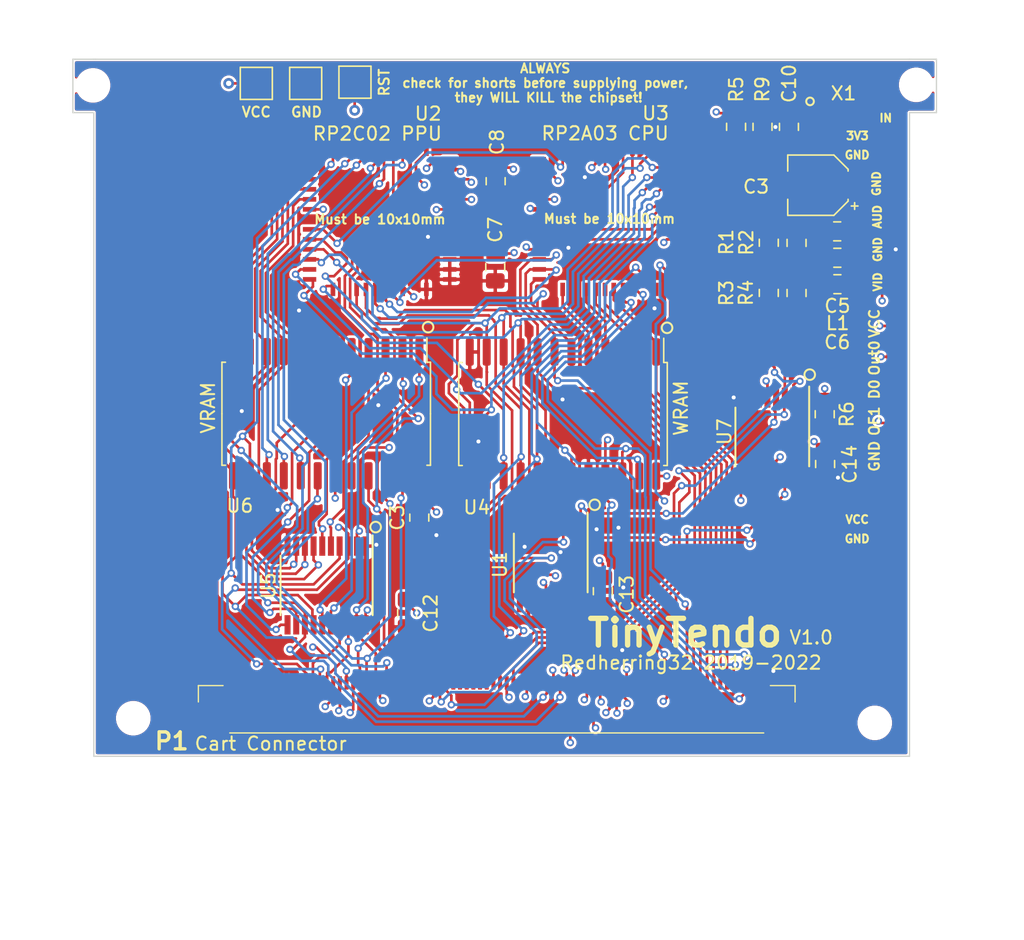
<source format=kicad_pcb>
(kicad_pcb (version 20171130) (host pcbnew "(5.1.10)-1")
  (layers (0 F.Cu signal) (1 In1.Cu signal) (2 In2.Cu signal) (31 B.Cu signal) (34 B.Paste user) (35 F.Paste user) (36 B.SilkS user) (37 F.SilkS user) (38 B.Mask user) (39 F.Mask user) (44 Edge.Cuts user))
  (net 0 "")
  (net 1 /VCC)
  (net 2 /GND)
  (net 3 /SYS-CLK)
  (net 4 /~OE1)
  (net 5 /OUT-0)
  (net 6 /4016-D0)
  (net 7 /~OE2)
  (net 8 /SOUND-1)
  (net 9 /SOUND-2)
  (net 10 /~NMI)
  (net 11 /~IRQ)
  (net 12 /CPU-A8)
  (net 13 /CPU-D2)
  (net 14 /CPU-A9)
  (net 15 /CPU-D1)
  (net 16 /CPU-R~W)
  (net 17 /CPU-D0)
  (net 18 /CPU-A0)
  (net 19 /CPU-A10)
  (net 20 /CPU-A1)
  (net 21 /WRAM-~CE)
  (net 22 /CPU-A2)
  (net 23 /CPU-D7)
  (net 24 /CPU-A3)
  (net 25 /CPU-D6)
  (net 26 /CPU-A4)
  (net 27 /CPU-D5)
  (net 28 /CPU-A5)
  (net 29 /CPU-D4)
  (net 30 /CPU-A6)
  (net 31 /CPU-D3)
  (net 32 /CPU-A7)
  (net 33 /PPU-A7)
  (net 34 /PPU-A0)
  (net 35 /PPU-D7)
  (net 36 /PPU-D0)
  (net 37 /PPU-D5)
  (net 38 /PPU-D2)
  (net 39 /PPU-A5)
  (net 40 /PPU-A2)
  (net 41 /PPU-A3)
  (net 42 /PPU-A4)
  (net 43 /PPU-D3)
  (net 44 /PPU-D4)
  (net 45 /PPU-D1)
  (net 46 /PPU-D6)
  (net 47 /PPU-A1)
  (net 48 /PPU-A6)
  (net 49 /ALE)
  (net 50 /M2)
  (net 51 /CPU-A15)
  (net 52 /PPU-~CE)
  (net 53 /CPU-A14)
  (net 54 /CPU-A13)
  (net 55 /~ROMSEL)
  (net 56 /PPU-A8)
  (net 57 /PPU-A9)
  (net 58 /PPU-~WE)
  (net 59 /PPU-~RD)
  (net 60 /VRAM-A10)
  (net 61 /VRAM-~CE)
  (net 62 /PPU-A10)
  (net 63 /PPU-A11)
  (net 64 /PPU-A12)
  (net 65 /PPU-A13)
  (net 66 /OUT-1)
  (net 67 /OUT-2)
  (net 68 /CPU-A12)
  (net 69 /CPU-A11)
  (net 70 /~RST)
  (net 71 "Net-(U7-Pad7)")
  (net 72 /PPU-~A13)
  (net 73 /SYSTEM-CLK)
  (net 74 "Net-(P1-Pad71)")
  (net 75 /AUDIO)
  (net 76 "Net-(C4-Pad2)")
  (net 77 "Net-(C4-Pad1)")
  (net 78 /VIDEO)
  (net 79 "Net-(U7-Pad12)")
  (net 80 "Net-(U7-Pad1)")
  (net 81 "Net-(U7-Pad10)")
  (net 82 "Net-(U7-Pad6)")
  (net 83 "Net-(P1-Pad70)")
  (net 84 "Net-(P1-Pad55)")
  (net 85 "Net-(P1-Pad54)")
  (net 86 "Net-(P1-Pad53)")
  (net 87 "Net-(P1-Pad52)")
  (net 88 "Net-(P1-Pad51)")
  (net 89 "Net-(P1-Pad35)")
  (net 90 "Net-(P1-Pad34)")
  (net 91 "Net-(P1-Pad20)")
  (net 92 "Net-(P1-Pad19)")
  (net 93 "Net-(P1-Pad18)")
  (net 94 "Net-(P1-Pad17)")
  (net 95 "Net-(P1-Pad16)")
  (net 96 "Net-(U1-Pad5)")
  (net 97 "Net-(U1-Pad7)")
  (net 98 "Net-(U1-Pad9)")
  (net 99 "Net-(U1-Pad13)")
  (net 100 /3V3)
  (module TinyTendo:SolderPad (layer F.Cu) (at 234.04 114.57 90)
    (fp_text reference J2)
    (fp_text value Conn_01x01_Male)
    (pad 1 smd rect (at 0 0 90) (size 1 2) (layers F.Cu F.Paste F.Mask) (net 2 /GND))
  )
  (module TinyTendo:SolderPad (layer F.Cu) (at 232.048 113.14 270)
    (fp_text reference J6)
    (fp_text value Conn_01x01_Male)
    (pad 1 smd rect (at 0 -1.972 270) (size 1 2) (layers F.Cu F.Paste F.Mask) (net 1 /VCC))
  )
  (module TestPoint:TestPoint_Pad_2.0x2.0mm (layer F.Cu) (at 194.21 80.33)
    (fp_text reference J5)
    (fp_text value Conn_01x01_Male)
    (pad 1 smd rect (at 0 0.09) (size 2 2) (layers F.Cu F.Mask) (net 70 /~RST))
  )
  (module TestPoint:TestPoint_Pad_2.0x2.0mm (layer F.Cu) (at 186.82 80.42)
    (fp_text reference J4)
    (fp_text value Conn_01x01_Male)
    (pad 1 smd rect (at 0 0) (size 2 2) (layers F.Cu F.Mask) (net 1 /VCC))
  )
  (module TestPoint:TestPoint_Pad_2.0x2.0mm (layer F.Cu) (at 190.52 80.42 90)
    (fp_text reference J3)
    (fp_text value Conn_01x01_Male)
    (pad 1 smd rect (at 0 0 90) (size 2 2) (layers F.Cu F.Mask) (net 2 /GND))
  )
  (module TinyTendo:SolderPad (layer F.Cu) (at 234.04 85.81 90)
    (fp_text reference J2)
    (fp_text value Conn_01x01_Male)
    (pad 1 smd rect (at 0 0 90) (size 1 2) (layers F.Cu F.Paste F.Mask) (net 2 /GND))
  )
  (module TinyTendo:SolderPad (layer F.Cu) (at 234.02 84.36 90)
    (fp_text reference J1)
    (fp_text value Conn_01x01_Male)
    (pad 1 smd rect (at 0 0 90) (size 1 2) (layers F.Cu F.Paste F.Mask) (net 100 /3V3))
  )
  (module Capacitor_SMD:C_0805_2012Metric_Pad1.15x1.40mm_HandSolder (layer F.Cu) (at 226.72 83.6775 270)
    (fp_text reference C10 (at -3.2475 -0.01 90) (layer F.SilkS))
    (fp_text value 0.1uF)
    (pad 2 smd roundrect (at 1.025 0 270) (size 1.15 1.4) (layers F.Cu F.Paste F.Mask) (roundrect_rratio 0.2173904347826087) (net 2 /GND))
    (pad 1 smd roundrect (at -1.025 0 270) (size 1.15 1.4) (layers F.Cu F.Paste F.Mask) (roundrect_rratio 0.2173904347826087) (net 100 /3V3))
  )
  (module "TinyTendo:Cut chip" (layer F.Cu) (at 213.27 90.61)
    (fp_text reference U3 (at 3.46 -7.95) (layer F.SilkS))
    (fp_text value "RP2A03 CPU")
    (pad 35 smd rect (at -5.25 -4.5 270) (size 0.35 1) (layers F.Cu F.Paste F.Mask) (net 7 /~OE2))
    (pad 36 smd rect (at -5.25 -3.75 270) (size 0.35 1) (layers F.Cu F.Paste F.Mask) (net 4 /~OE1))
    (pad 37 smd rect (at -5.251 -3 270) (size 0.35 1) (layers F.Cu F.Paste F.Mask) (net 67 /OUT-2))
    (pad 38 smd rect (at -5.25 -2.25 270) (size 0.35 1) (layers F.Cu F.Paste F.Mask) (net 66 /OUT-1))
    (pad 39 smd rect (at -5.25 -1.5 270) (size 0.35 1) (layers F.Cu F.Paste F.Mask) (net 5 /OUT-0))
    (pad 40 smd rect (at -5.251 -0.75 270) (size 0.35 1) (layers F.Cu F.Paste F.Mask) (net 1 /VCC))
    (pad 1 smd rect (at -5.251 0.75 270) (size 0.35 1) (layers F.Cu F.Paste F.Mask) (net 8 /SOUND-1))
    (pad 2 smd rect (at -5.251 1.501 270) (size 0.35 1) (layers F.Cu F.Paste F.Mask) (net 9 /SOUND-2))
    (pad 3 smd rect (at -5.25 2.25 270) (size 0.35 1) (layers F.Cu F.Paste F.Mask) (net 70 /~RST))
    (pad 4 smd rect (at -5.25 3 270) (size 0.35 1) (layers F.Cu F.Paste F.Mask) (net 18 /CPU-A0))
    (pad 5 smd rect (at -5.25 3.751 270) (size 0.35 1) (layers F.Cu F.Paste F.Mask) (net 20 /CPU-A1))
    (pad 6 smd rect (at -5.25 4.5 270) (size 0.35 1) (layers F.Cu F.Paste F.Mask) (net 22 /CPU-A2))
    (pad 7 smd rect (at -3.5 5.25 180) (size 0.35 1) (layers F.Cu F.Paste F.Mask) (net 24 /CPU-A3))
    (pad 8 smd rect (at -1.725 5.25 180) (size 0.35 1) (layers F.Cu F.Paste F.Mask) (net 26 /CPU-A4))
    (pad 9 smd rect (at -1.025 5.25 180) (size 0.35 1) (layers F.Cu F.Paste F.Mask) (net 28 /CPU-A5))
    (pad 10 smd rect (at -0.325 5.25 180) (size 0.35 1) (layers F.Cu F.Paste F.Mask) (net 30 /CPU-A6))
    (pad 11 smd rect (at 0.325 5.25 180) (size 0.35 1) (layers F.Cu F.Paste F.Mask) (net 32 /CPU-A7))
    (pad 12 smd rect (at 1.025 5.248 180) (size 0.35 1) (layers F.Cu F.Paste F.Mask) (net 12 /CPU-A8))
    (pad 13 smd rect (at 1.725 5.249 180) (size 0.35 1) (layers F.Cu F.Paste F.Mask) (net 14 /CPU-A9))
    (pad 14 smd rect (at 3.5 5.25 180) (size 0.35 1) (layers F.Cu F.Paste F.Mask) (net 19 /CPU-A10))
    (pad 15 smd rect (at 5.25 4.501 90) (size 0.35 1) (layers F.Cu F.Paste F.Mask) (net 69 /CPU-A11))
    (pad 16 smd rect (at 5.251 3.751 90) (size 0.35 1) (layers F.Cu F.Paste F.Mask) (net 68 /CPU-A12))
    (pad 17 smd rect (at 5.25 3 90) (size 0.35 1) (layers F.Cu F.Paste F.Mask) (net 54 /CPU-A13))
    (pad 18 smd rect (at 5.25 2.25 90) (size 0.35 1) (layers F.Cu F.Paste F.Mask) (net 53 /CPU-A14))
    (pad 19 smd rect (at 5.25 1.5 90) (size 0.35 1) (layers F.Cu F.Paste F.Mask) (net 51 /CPU-A15))
    (pad 20 smd rect (at 5.25 0.75 90) (size 0.35 1) (layers F.Cu F.Paste F.Mask) (net 2 /GND))
    (pad 21 smd rect (at 5.249 -0.75 90) (size 0.35 1) (layers F.Cu F.Paste F.Mask) (net 23 /CPU-D7))
    (pad 22 smd rect (at 5.249 -1.5 90) (size 0.35 1) (layers F.Cu F.Paste F.Mask) (net 25 /CPU-D6))
    (pad 23 smd rect (at 5.251 -2.25 90) (size 0.35 1) (layers F.Cu F.Paste F.Mask) (net 27 /CPU-D5))
    (pad 24 smd rect (at 5.25 -3 90) (size 0.35 1) (layers F.Cu F.Paste F.Mask) (net 29 /CPU-D4))
    (pad 25 smd rect (at 5.251 -3.75 90) (size 0.35 1) (layers F.Cu F.Paste F.Mask) (net 31 /CPU-D3))
    (pad 26 smd rect (at 5.249 -4.5 90) (size 0.35 1) (layers F.Cu F.Paste F.Mask) (net 13 /CPU-D2))
    (pad 34 smd rect (at -3.5 -5.253) (size 0.35 1) (layers F.Cu F.Paste F.Mask) (net 16 /CPU-R~W))
    (pad 27 smd rect (at 3.5 -5.25) (size 0.35 1) (layers F.Cu F.Paste F.Mask) (net 15 /CPU-D1))
    (pad 28 smd rect (at 1.726 -5.25) (size 0.35 1) (layers F.Cu F.Paste F.Mask) (net 17 /CPU-D0))
    (pad 29 smd rect (at 1.025 -5.251) (size 0.35 1) (layers F.Cu F.Paste F.Mask) (net 3 /SYS-CLK))
    (pad 30 smd rect (at 0.325 -5.25) (size 0.35 1) (layers F.Cu F.Paste F.Mask) (net 2 /GND))
    (pad 31 smd rect (at -0.325 -5.25) (size 0.35 1) (layers F.Cu F.Paste F.Mask) (net 50 /M2))
    (pad 32 smd rect (at -1.024 -5.249) (size 0.35 1) (layers F.Cu F.Paste F.Mask) (net 11 /~IRQ))
    (pad 33 smd rect (at -1.725 -5.251) (size 0.35 1) (layers F.Cu F.Paste F.Mask) (net 10 /~NMI))
  )
  (module Resistor_SMD:R_0805_2012Metric_Pad1.15x1.40mm_HandSolder (layer F.Cu) (at 229.4 105.215 270)
    (fp_text reference R6 (at 0 -1.65 90) (layer F.SilkS))
    (fp_text value 10K)
    (pad 2 smd roundrect (at 1.025 0 270) (size 1.15 1.4) (layers F.Cu F.Paste F.Mask) (roundrect_rratio 0.2173904347826087) (net 6 /4016-D0))
    (pad 1 smd roundrect (at -1.025 0 270) (size 1.15 1.4) (layers F.Cu F.Paste F.Mask) (roundrect_rratio 0.2173904347826087) (net 1 /VCC))
  )
  (module Resistor_SMD:R_0805_2012Metric_Pad1.15x1.40mm_HandSolder (layer F.Cu) (at 224.74 83.675 270)
    (fp_text reference R9 (at -2.815 0.01 90) (layer F.SilkS))
    (fp_text value 10K)
    (pad 2 smd roundrect (at 1.025 0 270) (size 1.15 1.4) (layers F.Cu F.Paste F.Mask) (roundrect_rratio 0.2173904347826087) (net 10 /~NMI))
    (pad 1 smd roundrect (at -1.025 0 270) (size 1.15 1.4) (layers F.Cu F.Paste F.Mask) (roundrect_rratio 0.2173904347826087) (net 1 /VCC))
  )
  (module Resistor_SMD:R_0805_2012Metric_Pad1.15x1.40mm_HandSolder (layer F.Cu) (at 222.76 83.675 270)
    (fp_text reference R5 (at -2.805 -0.01 90) (layer F.SilkS))
    (fp_text value 10K)
    (pad 2 smd roundrect (at 1.025 0 270) (size 1.15 1.4) (layers F.Cu F.Paste F.Mask) (roundrect_rratio 0.2173904347826087) (net 11 /~IRQ))
    (pad 1 smd roundrect (at -1.025 0 270) (size 1.15 1.4) (layers F.Cu F.Paste F.Mask) (roundrect_rratio 0.2173904347826087) (net 1 /VCC))
  )
  (module TinyTendo:Oscillator (layer F.Cu) (at 229 83.48 270)
    (fp_text reference X1 (at -2.31 -1.81) (layer F.SilkS))
    (fp_text value SG-8018CG-TJHPAB)
    (pad 2 smd rect (at 1.05 0.65 270) (size 1.1 0.9) (layers F.Cu F.Paste F.Mask) (net 2 /GND))
    (pad 1 smd rect (at -0.65 0.65 270) (size 1.1 0.9) (layers F.Cu F.Paste F.Mask) (net 100 /3V3))
    (pad 3 smd rect (at 1.05 -0.65 270) (size 1.1 0.9) (layers F.Cu F.Paste F.Mask) (net 3 /SYS-CLK))
    (pad 4 smd rect (at -0.65 -0.65 270) (size 1.1 0.9) (layers F.Cu F.Paste F.Mask) (net 100 /3V3))
  )
  (module "TinyTendo:Cut chip" (layer F.Cu) (at 196.06 90.61)
    (fp_text reference U2 (at 3.63 -7.92) (layer F.SilkS))
    (fp_text value "RP2C02 PPU")
    (pad 35 smd rect (at -5.25 -4.5 270) (size 0.35 1) (layers F.Cu F.Paste F.Mask) (net 43 /PPU-D3))
    (pad 36 smd rect (at -5.25 -3.75 270) (size 0.35 1) (layers F.Cu F.Paste F.Mask) (net 38 /PPU-D2))
    (pad 37 smd rect (at -5.251 -3 270) (size 0.35 1) (layers F.Cu F.Paste F.Mask) (net 45 /PPU-D1))
    (pad 38 smd rect (at -5.25 -2.25 270) (size 0.35 1) (layers F.Cu F.Paste F.Mask) (net 36 /PPU-D0))
    (pad 39 smd rect (at -5.25 -1.5 270) (size 0.35 1) (layers F.Cu F.Paste F.Mask) (net 49 /ALE))
    (pad 40 smd rect (at -5.251 -0.75 270) (size 0.35 1) (layers F.Cu F.Paste F.Mask) (net 1 /VCC))
    (pad 1 smd rect (at -5.251 0.75 270) (size 0.35 1) (layers F.Cu F.Paste F.Mask) (net 16 /CPU-R~W))
    (pad 2 smd rect (at -5.251 1.501 270) (size 0.35 1) (layers F.Cu F.Paste F.Mask) (net 17 /CPU-D0))
    (pad 3 smd rect (at -5.25 2.25 270) (size 0.35 1) (layers F.Cu F.Paste F.Mask) (net 15 /CPU-D1))
    (pad 4 smd rect (at -5.25 3 270) (size 0.35 1) (layers F.Cu F.Paste F.Mask) (net 13 /CPU-D2))
    (pad 5 smd rect (at -5.25 3.751 270) (size 0.35 1) (layers F.Cu F.Paste F.Mask) (net 31 /CPU-D3))
    (pad 6 smd rect (at -5.25 4.5 270) (size 0.35 1) (layers F.Cu F.Paste F.Mask) (net 29 /CPU-D4))
    (pad 7 smd rect (at -3.5 5.25 180) (size 0.35 1) (layers F.Cu F.Paste F.Mask) (net 27 /CPU-D5))
    (pad 8 smd rect (at -1.725 5.25 180) (size 0.35 1) (layers F.Cu F.Paste F.Mask) (net 25 /CPU-D6))
    (pad 9 smd rect (at -1.025 5.25 180) (size 0.35 1) (layers F.Cu F.Paste F.Mask) (net 23 /CPU-D7))
    (pad 10 smd rect (at -0.325 5.25 180) (size 0.35 1) (layers F.Cu F.Paste F.Mask) (net 22 /CPU-A2))
    (pad 11 smd rect (at 0.325 5.25 180) (size 0.35 1) (layers F.Cu F.Paste F.Mask) (net 20 /CPU-A1))
    (pad 12 smd rect (at 1.025 5.248 180) (size 0.35 1) (layers F.Cu F.Paste F.Mask) (net 18 /CPU-A0))
    (pad 13 smd rect (at 1.725 5.249 180) (size 0.35 1) (layers F.Cu F.Paste F.Mask) (net 52 /PPU-~CE))
    (pad 14 smd rect (at 3.5 5.25 180) (size 0.35 1) (layers F.Cu F.Paste F.Mask) (net 2 /GND))
    (pad 15 smd rect (at 5.25 4.501 90) (size 0.35 1) (layers F.Cu F.Paste F.Mask) (net 2 /GND))
    (pad 16 smd rect (at 5.251 3.751 90) (size 0.35 1) (layers F.Cu F.Paste F.Mask) (net 2 /GND))
    (pad 17 smd rect (at 5.25 3 90) (size 0.35 1) (layers F.Cu F.Paste F.Mask) (net 2 /GND))
    (pad 18 smd rect (at 5.25 2.25 90) (size 0.35 1) (layers F.Cu F.Paste F.Mask) (net 3 /SYS-CLK))
    (pad 19 smd rect (at 5.25 1.5 90) (size 0.35 1) (layers F.Cu F.Paste F.Mask) (net 10 /~NMI))
    (pad 20 smd rect (at 5.25 0.75 90) (size 0.35 1) (layers F.Cu F.Paste F.Mask) (net 2 /GND))
    (pad 21 smd rect (at 5.249 -0.75 90) (size 0.35 1) (layers F.Cu F.Paste F.Mask) (net 78 /VIDEO))
    (pad 22 smd rect (at 5.249 -1.5 90) (size 0.35 1) (layers F.Cu F.Paste F.Mask) (net 1 /VCC))
    (pad 23 smd rect (at 5.251 -2.25 90) (size 0.35 1) (layers F.Cu F.Paste F.Mask) (net 58 /PPU-~WE))
    (pad 24 smd rect (at 5.25 -3 90) (size 0.35 1) (layers F.Cu F.Paste F.Mask) (net 59 /PPU-~RD))
    (pad 25 smd rect (at 5.251 -3.75 90) (size 0.35 1) (layers F.Cu F.Paste F.Mask) (net 65 /PPU-A13))
    (pad 26 smd rect (at 5.249 -4.5 90) (size 0.35 1) (layers F.Cu F.Paste F.Mask) (net 64 /PPU-A12))
    (pad 34 smd rect (at -3.5 -5.253) (size 0.35 1) (layers F.Cu F.Paste F.Mask) (net 44 /PPU-D4))
    (pad 27 smd rect (at 3.5 -5.25) (size 0.35 1) (layers F.Cu F.Paste F.Mask) (net 63 /PPU-A11))
    (pad 28 smd rect (at 1.726 -5.25) (size 0.35 1) (layers F.Cu F.Paste F.Mask) (net 62 /PPU-A10))
    (pad 29 smd rect (at 1.025 -5.251) (size 0.35 1) (layers F.Cu F.Paste F.Mask) (net 57 /PPU-A9))
    (pad 30 smd rect (at 0.325 -5.25) (size 0.35 1) (layers F.Cu F.Paste F.Mask) (net 56 /PPU-A8))
    (pad 31 smd rect (at -0.325 -5.25) (size 0.35 1) (layers F.Cu F.Paste F.Mask) (net 35 /PPU-D7))
    (pad 32 smd rect (at -1.024 -5.249) (size 0.35 1) (layers F.Cu F.Paste F.Mask) (net 46 /PPU-D6))
    (pad 33 smd rect (at -1.725 -5.251) (size 0.35 1) (layers F.Cu F.Paste F.Mask) (net 37 /PPU-D5))
  )
  (module TinyTendo:SolderPad (layer F.Cu) (at 234.54 96.628 180)
    (fp_text reference J6)
    (fp_text value Conn_01x01_Male)
    (pad 1 smd rect (at 0 -1.972 180) (size 1 2) (layers F.Cu F.Paste F.Mask) (net 1 /VCC))
  )
  (module TinyTendo:SolderPad (layer F.Cu) (at 234.548 106.308 180)
    (fp_text reference J6)
    (fp_text value Conn_01x01_Male)
    (pad 1 smd rect (at 0 -1.972 180) (size 1 2) (layers F.Cu F.Paste F.Mask) (net 2 /GND))
  )
  (module Package_SO:SOIC-24W_7.5x15.4mm_P1.27mm (layer F.Cu) (at 192.055 105.18 270)
    (fp_text reference U6 (at 6.9 6.465 180) (layer F.SilkS))
    (fp_text value "6116 (VRAM)")
    (pad 24 smd roundrect (at 4.65 -6.985 270) (size 2.05 0.6) (layers F.Cu F.Paste F.Mask) (net 1 /VCC))
    (pad 23 smd roundrect (at 4.65 -5.715 270) (size 2.05 0.6) (layers F.Cu F.Paste F.Mask) (net 56 /PPU-A8))
    (pad 22 smd roundrect (at 4.65 -4.445 270) (size 2.05 0.6) (layers F.Cu F.Paste F.Mask) (net 57 /PPU-A9))
    (pad 21 smd roundrect (at 4.65 -3.175 270) (size 2.05 0.6) (layers F.Cu F.Paste F.Mask) (net 58 /PPU-~WE))
    (pad 20 smd roundrect (at 4.65 -1.905 270) (size 2.05 0.6) (layers F.Cu F.Paste F.Mask) (net 59 /PPU-~RD))
    (pad 19 smd roundrect (at 4.65 -0.635 270) (size 2.05 0.6) (layers F.Cu F.Paste F.Mask) (net 60 /VRAM-A10))
    (pad 18 smd roundrect (at 4.65 0.635 270) (size 2.05 0.6) (layers F.Cu F.Paste F.Mask) (net 61 /VRAM-~CE))
    (pad 17 smd roundrect (at 4.65 1.905 270) (size 2.05 0.6) (layers F.Cu F.Paste F.Mask) (net 35 /PPU-D7))
    (pad 16 smd roundrect (at 4.65 3.175 270) (size 2.05 0.6) (layers F.Cu F.Paste F.Mask) (net 46 /PPU-D6))
    (pad 15 smd roundrect (at 4.65 4.445 270) (size 2.05 0.6) (layers F.Cu F.Paste F.Mask) (net 37 /PPU-D5))
    (pad 14 smd roundrect (at 4.65 5.715 270) (size 2.05 0.6) (layers F.Cu F.Paste F.Mask) (net 44 /PPU-D4))
    (pad 13 smd roundrect (at 4.65 6.985 270) (size 2.05 0.6) (layers F.Cu F.Paste F.Mask) (net 43 /PPU-D3))
    (pad 12 smd roundrect (at -4.65 6.985 270) (size 2.05 0.6) (layers F.Cu F.Paste F.Mask) (net 2 /GND))
    (pad 11 smd roundrect (at -4.65 5.715 270) (size 2.05 0.6) (layers F.Cu F.Paste F.Mask) (net 38 /PPU-D2))
    (pad 10 smd roundrect (at -4.65 4.445 270) (size 2.05 0.6) (layers F.Cu F.Paste F.Mask) (net 45 /PPU-D1))
    (pad 9 smd roundrect (at -4.65 3.175 270) (size 2.05 0.6) (layers F.Cu F.Paste F.Mask) (net 36 /PPU-D0))
    (pad 8 smd roundrect (at -4.65 1.905 270) (size 2.05 0.6) (layers F.Cu F.Paste F.Mask) (net 34 /PPU-A0))
    (pad 7 smd roundrect (at -4.65 0.635 270) (size 2.05 0.6) (layers F.Cu F.Paste F.Mask) (net 47 /PPU-A1))
    (pad 6 smd roundrect (at -4.65 -0.635 270) (size 2.05 0.6) (layers F.Cu F.Paste F.Mask) (net 40 /PPU-A2))
    (pad 5 smd roundrect (at -4.65 -1.905 270) (size 2.05 0.6) (layers F.Cu F.Paste F.Mask) (net 41 /PPU-A3))
    (pad 4 smd roundrect (at -4.65 -3.175 270) (size 2.05 0.6) (layers F.Cu F.Paste F.Mask) (net 42 /PPU-A4))
    (pad 3 smd roundrect (at -4.65 -4.445 270) (size 2.05 0.6) (layers F.Cu F.Paste F.Mask) (net 39 /PPU-A5))
    (pad 2 smd roundrect (at -4.65 -5.715 270) (size 2.05 0.6) (layers F.Cu F.Paste F.Mask) (net 48 /PPU-A6))
    (pad 1 smd roundrect (at -4.65 -6.985 270) (size 2.05 0.6) (layers F.Cu F.Paste F.Mask) (net 33 /PPU-A7))
  )
  (module Package_SO:TSSOP-20_4.4x6.5mm_P0.65mm (layer F.Cu) (at 192.085 118.05 270)
    (fp_text reference U5 (at 0.02 4.355 90) (layer F.SilkS))
    (fp_text value 74HC373)
    (pad 20 smd rect (at 2.95 -2.925 270) (size 1.45 0.45) (layers F.Cu F.Paste F.Mask) (net 1 /VCC))
    (pad 19 smd rect (at 2.95 -2.275 270) (size 1.45 0.45) (layers F.Cu F.Paste F.Mask) (net 33 /PPU-A7))
    (pad 18 smd rect (at 2.95 -1.625 270) (size 1.45 0.45) (layers F.Cu F.Paste F.Mask) (net 35 /PPU-D7))
    (pad 17 smd rect (at 2.95 -0.975 270) (size 1.45 0.45) (layers F.Cu F.Paste F.Mask) (net 37 /PPU-D5))
    (pad 16 smd rect (at 2.95 -0.325 270) (size 1.45 0.45) (layers F.Cu F.Paste F.Mask) (net 39 /PPU-A5))
    (pad 15 smd rect (at 2.95 0.325 270) (size 1.45 0.45) (layers F.Cu F.Paste F.Mask) (net 41 /PPU-A3))
    (pad 14 smd rect (at 2.95 0.975 270) (size 1.45 0.45) (layers F.Cu F.Paste F.Mask) (net 43 /PPU-D3))
    (pad 13 smd rect (at 2.95 1.625 270) (size 1.45 0.45) (layers F.Cu F.Paste F.Mask) (net 45 /PPU-D1))
    (pad 12 smd rect (at 2.95 2.275 270) (size 1.45 0.45) (layers F.Cu F.Paste F.Mask) (net 47 /PPU-A1))
    (pad 11 smd rect (at 2.95 2.925 270) (size 1.45 0.45) (layers F.Cu F.Paste F.Mask) (net 49 /ALE))
    (pad 10 smd rect (at -2.95 2.925 270) (size 1.45 0.45) (layers F.Cu F.Paste F.Mask) (net 2 /GND))
    (pad 9 smd rect (at -2.95 2.275 270) (size 1.45 0.45) (layers F.Cu F.Paste F.Mask) (net 34 /PPU-A0))
    (pad 8 smd rect (at -2.95 1.625 270) (size 1.45 0.45) (layers F.Cu F.Paste F.Mask) (net 36 /PPU-D0))
    (pad 7 smd rect (at -2.95 0.975 270) (size 1.45 0.45) (layers F.Cu F.Paste F.Mask) (net 38 /PPU-D2))
    (pad 6 smd rect (at -2.95 0.325 270) (size 1.45 0.45) (layers F.Cu F.Paste F.Mask) (net 40 /PPU-A2))
    (pad 5 smd rect (at -2.95 -0.325 270) (size 1.45 0.45) (layers F.Cu F.Paste F.Mask) (net 42 /PPU-A4))
    (pad 4 smd rect (at -2.95 -0.975 270) (size 1.45 0.45) (layers F.Cu F.Paste F.Mask) (net 44 /PPU-D4))
    (pad 3 smd rect (at -2.95 -1.625 270) (size 1.45 0.45) (layers F.Cu F.Paste F.Mask) (net 46 /PPU-D6))
    (pad 2 smd rect (at -2.95 -2.275 270) (size 1.45 0.45) (layers F.Cu F.Paste F.Mask) (net 48 /PPU-A6))
    (pad 1 smd rect (at -2.95 -2.925 270) (size 1.45 0.45) (layers F.Cu F.Paste F.Mask) (net 2 /GND))
  )
  (module Package_SO:SOIC-24W_7.5x15.4mm_P1.27mm (layer F.Cu) (at 209.795 105.2 270)
    (fp_text reference U4 (at 7 6.455 180) (layer F.SilkS))
    (fp_text value "6116 (WRAM)")
    (pad 24 smd roundrect (at 4.65 -6.985 270) (size 2.05 0.6) (layers F.Cu F.Paste F.Mask) (net 1 /VCC))
    (pad 23 smd roundrect (at 4.65 -5.715 270) (size 2.05 0.6) (layers F.Cu F.Paste F.Mask) (net 12 /CPU-A8))
    (pad 22 smd roundrect (at 4.65 -4.445 270) (size 2.05 0.6) (layers F.Cu F.Paste F.Mask) (net 14 /CPU-A9))
    (pad 21 smd roundrect (at 4.65 -3.175 270) (size 2.05 0.6) (layers F.Cu F.Paste F.Mask) (net 16 /CPU-R~W))
    (pad 20 smd roundrect (at 4.65 -1.905 270) (size 2.05 0.6) (layers F.Cu F.Paste F.Mask) (net 2 /GND))
    (pad 19 smd roundrect (at 4.65 -0.635 270) (size 2.05 0.6) (layers F.Cu F.Paste F.Mask) (net 19 /CPU-A10))
    (pad 18 smd roundrect (at 4.65 0.635 270) (size 2.05 0.6) (layers F.Cu F.Paste F.Mask) (net 21 /WRAM-~CE))
    (pad 17 smd roundrect (at 4.65 1.905 270) (size 2.05 0.6) (layers F.Cu F.Paste F.Mask) (net 23 /CPU-D7))
    (pad 16 smd roundrect (at 4.65 3.175 270) (size 2.05 0.6) (layers F.Cu F.Paste F.Mask) (net 25 /CPU-D6))
    (pad 15 smd roundrect (at 4.65 4.445 270) (size 2.05 0.6) (layers F.Cu F.Paste F.Mask) (net 27 /CPU-D5))
    (pad 14 smd roundrect (at 4.65 5.715 270) (size 2.05 0.6) (layers F.Cu F.Paste F.Mask) (net 29 /CPU-D4))
    (pad 13 smd roundrect (at 4.65 6.985 270) (size 2.05 0.6) (layers F.Cu F.Paste F.Mask) (net 31 /CPU-D3))
    (pad 12 smd roundrect (at -4.65 6.985 270) (size 2.05 0.6) (layers F.Cu F.Paste F.Mask) (net 2 /GND))
    (pad 11 smd roundrect (at -4.65 5.715 270) (size 2.05 0.6) (layers F.Cu F.Paste F.Mask) (net 13 /CPU-D2))
    (pad 10 smd roundrect (at -4.65 4.445 270) (size 2.05 0.6) (layers F.Cu F.Paste F.Mask) (net 15 /CPU-D1))
    (pad 9 smd roundrect (at -4.65 3.175 270) (size 2.05 0.6) (layers F.Cu F.Paste F.Mask) (net 17 /CPU-D0))
    (pad 8 smd roundrect (at -4.65 1.905 270) (size 2.05 0.6) (layers F.Cu F.Paste F.Mask) (net 18 /CPU-A0))
    (pad 7 smd roundrect (at -4.65 0.635 270) (size 2.05 0.6) (layers F.Cu F.Paste F.Mask) (net 20 /CPU-A1))
    (pad 6 smd roundrect (at -4.65 -0.635 270) (size 2.05 0.6) (layers F.Cu F.Paste F.Mask) (net 22 /CPU-A2))
    (pad 5 smd roundrect (at -4.65 -1.905 270) (size 2.05 0.6) (layers F.Cu F.Paste F.Mask) (net 24 /CPU-A3))
    (pad 4 smd roundrect (at -4.65 -3.175 270) (size 2.05 0.6) (layers F.Cu F.Paste F.Mask) (net 26 /CPU-A4))
    (pad 3 smd roundrect (at -4.65 -4.445 270) (size 2.05 0.6) (layers F.Cu F.Paste F.Mask) (net 28 /CPU-A5))
    (pad 2 smd roundrect (at -4.65 -5.715 270) (size 2.05 0.6) (layers F.Cu F.Paste F.Mask) (net 30 /CPU-A6))
    (pad 1 smd roundrect (at -4.65 -6.985 270) (size 2.05 0.6) (layers F.Cu F.Paste F.Mask) (net 32 /CPU-A7))
  )
  (module SamacSys_Parts:5051108091 (layer F.Cu) (at 204.83 127.78)
    (fp_text reference P1 (at -24.35 1.94) (layer F.SilkS) (effects (font (size 1.27 1.27) (thickness 0.254))))
    (fp_text value "72-Pin Connector" hide)
    (pad MP2 smd rect (at -22.05 0.275 90) (size 1.3 2) (layers F.Cu F.Paste F.Mask))
    (pad MP1 smd rect (at 22.05 0.275 90) (size 1.3 2) (layers F.Cu F.Paste F.Mask))
    (pad 80 smd rect (at -19.75 -2.425) (size 0.3 1) (layers F.Cu F.Paste F.Mask))
    (pad 79 smd rect (at -19.25 -2.425) (size 0.3 1) (layers F.Cu F.Paste F.Mask))
    (pad 78 smd rect (at -18.75 -2.425) (size 0.3 1) (layers F.Cu F.Paste F.Mask))
    (pad 77 smd rect (at -18.25 -2.425) (size 0.3 1) (layers F.Cu F.Paste F.Mask))
    (pad 76 smd rect (at -17.75 -2.425) (size 0.3 1) (layers F.Cu F.Paste F.Mask))
    (pad 75 smd rect (at -17.25 -2.425) (size 0.3 1) (layers F.Cu F.Paste F.Mask))
    (pad 74 smd rect (at -16.75 -2.425) (size 0.3 1) (layers F.Cu F.Paste F.Mask))
    (pad 73 smd rect (at -16.25 -2.425) (size 0.3 1) (layers F.Cu F.Paste F.Mask))
    (pad 72 smd rect (at -15.75 -2.425) (size 0.3 1) (layers F.Cu F.Paste F.Mask) (net 2 /GND))
    (pad 71 smd rect (at -15.25 -2.425) (size 0.3 1) (layers F.Cu F.Paste F.Mask) (net 74 "Net-(P1-Pad71)"))
    (pad 70 smd rect (at -14.75 -2.425) (size 0.3 1) (layers F.Cu F.Paste F.Mask) (net 83 "Net-(P1-Pad70)"))
    (pad 69 smd rect (at -14.25 -2.425) (size 0.3 1) (layers F.Cu F.Paste F.Mask) (net 44 /PPU-D4))
    (pad 68 smd rect (at -13.75 -2.425) (size 0.3 1) (layers F.Cu F.Paste F.Mask) (net 37 /PPU-D5))
    (pad 67 smd rect (at -13.25 -2.425) (size 0.3 1) (layers F.Cu F.Paste F.Mask) (net 46 /PPU-D6))
    (pad 66 smd rect (at -12.75 -2.425) (size 0.3 1) (layers F.Cu F.Paste F.Mask) (net 35 /PPU-D7))
    (pad 65 smd rect (at -12.25 -2.425) (size 0.3 1) (layers F.Cu F.Paste F.Mask) (net 65 /PPU-A13))
    (pad 64 smd rect (at -11.75 -2.425) (size 0.3 1) (layers F.Cu F.Paste F.Mask) (net 64 /PPU-A12))
    (pad 63 smd rect (at -11.25 -2.425) (size 0.3 1) (layers F.Cu F.Paste F.Mask) (net 62 /PPU-A10))
    (pad 62 smd rect (at -10.75 -2.425) (size 0.3 1) (layers F.Cu F.Paste F.Mask) (net 63 /PPU-A11))
    (pad 61 smd rect (at -10.25 -2.425) (size 0.3 1) (layers F.Cu F.Paste F.Mask) (net 57 /PPU-A9))
    (pad 60 smd rect (at -9.75 -2.425) (size 0.3 1) (layers F.Cu F.Paste F.Mask) (net 56 /PPU-A8))
    (pad 59 smd rect (at -9.25 -2.425) (size 0.3 1) (layers F.Cu F.Paste F.Mask) (net 33 /PPU-A7))
    (pad 58 smd rect (at -8.75 -2.425) (size 0.3 1) (layers F.Cu F.Paste F.Mask) (net 72 /PPU-~A13))
    (pad 57 smd rect (at -8.25 -2.425) (size 0.3 1) (layers F.Cu F.Paste F.Mask) (net 61 /VRAM-~CE))
    (pad 56 smd rect (at -7.75 -2.425) (size 0.3 1) (layers F.Cu F.Paste F.Mask) (net 58 /PPU-~WE))
    (pad 55 smd rect (at -7.25 -2.425) (size 0.3 1) (layers F.Cu F.Paste F.Mask) (net 84 "Net-(P1-Pad55)"))
    (pad 54 smd rect (at -6.75 -2.425) (size 0.3 1) (layers F.Cu F.Paste F.Mask) (net 85 "Net-(P1-Pad54)"))
    (pad 53 smd rect (at -6.25 -2.425) (size 0.3 1) (layers F.Cu F.Paste F.Mask) (net 86 "Net-(P1-Pad53)"))
    (pad 52 smd rect (at -5.75 -2.425) (size 0.3 1) (layers F.Cu F.Paste F.Mask) (net 87 "Net-(P1-Pad52)"))
    (pad 51 smd rect (at -5.25 -2.425) (size 0.3 1) (layers F.Cu F.Paste F.Mask) (net 88 "Net-(P1-Pad51)"))
    (pad 50 smd rect (at -4.75 -2.425) (size 0.3 1) (layers F.Cu F.Paste F.Mask) (net 55 /~ROMSEL))
    (pad 49 smd rect (at -4.25 -2.425) (size 0.3 1) (layers F.Cu F.Paste F.Mask) (net 17 /CPU-D0))
    (pad 48 smd rect (at -3.75 -2.425) (size 0.3 1) (layers F.Cu F.Paste F.Mask) (net 15 /CPU-D1))
    (pad 47 smd rect (at -3.25 -2.425) (size 0.3 1) (layers F.Cu F.Paste F.Mask) (net 13 /CPU-D2))
    (pad 46 smd rect (at -2.75 -2.425) (size 0.3 1) (layers F.Cu F.Paste F.Mask) (net 31 /CPU-D3))
    (pad 45 smd rect (at -2.25 -2.425) (size 0.3 1) (layers F.Cu F.Paste F.Mask) (net 29 /CPU-D4))
    (pad 44 smd rect (at -1.75 -2.425) (size 0.3 1) (layers F.Cu F.Paste F.Mask) (net 27 /CPU-D5))
    (pad 43 smd rect (at -1.25 -2.425) (size 0.3 1) (layers F.Cu F.Paste F.Mask) (net 25 /CPU-D6))
    (pad 42 smd rect (at -0.75 -2.425) (size 0.3 1) (layers F.Cu F.Paste F.Mask) (net 23 /CPU-D7))
    (pad 41 smd rect (at -0.25 -2.425) (size 0.3 1) (layers F.Cu F.Paste F.Mask) (net 53 /CPU-A14))
    (pad 40 smd rect (at 0.25 -2.425) (size 0.3 1) (layers F.Cu F.Paste F.Mask) (net 54 /CPU-A13))
    (pad 39 smd rect (at 0.75 -2.425) (size 0.3 1) (layers F.Cu F.Paste F.Mask) (net 68 /CPU-A12))
    (pad 38 smd rect (at 1.25 -2.425) (size 0.3 1) (layers F.Cu F.Paste F.Mask) (net 50 /M2))
    (pad 37 smd rect (at 1.75 -2.425) (size 0.3 1) (layers F.Cu F.Paste F.Mask) (net 73 /SYSTEM-CLK))
    (pad 36 smd rect (at 2.25 -2.425) (size 0.3 1) (layers F.Cu F.Paste F.Mask) (net 1 /VCC))
    (pad 35 smd rect (at 2.75 -2.425) (size 0.3 1) (layers F.Cu F.Paste F.Mask) (net 89 "Net-(P1-Pad35)"))
    (pad 34 smd rect (at 3.25 -2.425) (size 0.3 1) (layers F.Cu F.Paste F.Mask) (net 90 "Net-(P1-Pad34)"))
    (pad 33 smd rect (at 3.75 -2.425) (size 0.3 1) (layers F.Cu F.Paste F.Mask) (net 43 /PPU-D3))
    (pad 32 smd rect (at 4.25 -2.425) (size 0.3 1) (layers F.Cu F.Paste F.Mask) (net 38 /PPU-D2))
    (pad 31 smd rect (at 4.75 -2.425) (size 0.3 1) (layers F.Cu F.Paste F.Mask) (net 45 /PPU-D1))
    (pad 30 smd rect (at 5.25 -2.425) (size 0.3 1) (layers F.Cu F.Paste F.Mask) (net 36 /PPU-D0))
    (pad 29 smd rect (at 5.75 -2.425) (size 0.3 1) (layers F.Cu F.Paste F.Mask) (net 34 /PPU-A0))
    (pad 28 smd rect (at 6.25 -2.425) (size 0.3 1) (layers F.Cu F.Paste F.Mask) (net 47 /PPU-A1))
    (pad 27 smd rect (at 6.75 -2.425) (size 0.3 1) (layers F.Cu F.Paste F.Mask) (net 40 /PPU-A2))
    (pad 26 smd rect (at 7.25 -2.425) (size 0.3 1) (layers F.Cu F.Paste F.Mask) (net 41 /PPU-A3))
    (pad 25 smd rect (at 7.75 -2.425) (size 0.3 1) (layers F.Cu F.Paste F.Mask) (net 42 /PPU-A4))
    (pad 24 smd rect (at 8.25 -2.425) (size 0.3 1) (layers F.Cu F.Paste F.Mask) (net 39 /PPU-A5))
    (pad 23 smd rect (at 8.75 -2.425) (size 0.3 1) (layers F.Cu F.Paste F.Mask) (net 48 /PPU-A6))
    (pad 22 smd rect (at 9.25 -2.425) (size 0.3 1) (layers F.Cu F.Paste F.Mask) (net 60 /VRAM-A10))
    (pad 21 smd rect (at 9.75 -2.425) (size 0.3 1) (layers F.Cu F.Paste F.Mask) (net 59 /PPU-~RD))
    (pad 20 smd rect (at 10.25 -2.425) (size 0.3 1) (layers F.Cu F.Paste F.Mask) (net 91 "Net-(P1-Pad20)"))
    (pad 19 smd rect (at 10.75 -2.425) (size 0.3 1) (layers F.Cu F.Paste F.Mask) (net 92 "Net-(P1-Pad19)"))
    (pad 18 smd rect (at 11.25 -2.425) (size 0.3 1) (layers F.Cu F.Paste F.Mask) (net 93 "Net-(P1-Pad18)"))
    (pad 17 smd rect (at 11.75 -2.425) (size 0.3 1) (layers F.Cu F.Paste F.Mask) (net 94 "Net-(P1-Pad17)"))
    (pad 16 smd rect (at 12.25 -2.425) (size 0.3 1) (layers F.Cu F.Paste F.Mask) (net 95 "Net-(P1-Pad16)"))
    (pad 15 smd rect (at 12.75 -2.425) (size 0.3 1) (layers F.Cu F.Paste F.Mask) (net 11 /~IRQ))
    (pad 14 smd rect (at 13.25 -2.425) (size 0.3 1) (layers F.Cu F.Paste F.Mask) (net 16 /CPU-R~W))
    (pad 13 smd rect (at 13.75 -2.425) (size 0.3 1) (layers F.Cu F.Paste F.Mask) (net 18 /CPU-A0))
    (pad 12 smd rect (at 14.25 -2.425) (size 0.3 1) (layers F.Cu F.Paste F.Mask) (net 20 /CPU-A1))
    (pad 11 smd rect (at 14.75 -2.425) (size 0.3 1) (layers F.Cu F.Paste F.Mask) (net 22 /CPU-A2))
    (pad 10 smd rect (at 15.25 -2.425) (size 0.3 1) (layers F.Cu F.Paste F.Mask) (net 24 /CPU-A3))
    (pad 9 smd rect (at 15.75 -2.425) (size 0.3 1) (layers F.Cu F.Paste F.Mask) (net 26 /CPU-A4))
    (pad 8 smd rect (at 16.25 -2.425) (size 0.3 1) (layers F.Cu F.Paste F.Mask) (net 28 /CPU-A5))
    (pad 7 smd rect (at 16.75 -2.425) (size 0.3 1) (layers F.Cu F.Paste F.Mask) (net 30 /CPU-A6))
    (pad 6 smd rect (at 17.25 -2.425) (size 0.3 1) (layers F.Cu F.Paste F.Mask) (net 32 /CPU-A7))
    (pad 5 smd rect (at 17.75 -2.425) (size 0.3 1) (layers F.Cu F.Paste F.Mask) (net 12 /CPU-A8))
    (pad 4 smd rect (at 18.25 -2.425) (size 0.3 1) (layers F.Cu F.Paste F.Mask) (net 14 /CPU-A9))
    (pad 3 smd rect (at 18.75 -2.425) (size 0.3 1) (layers F.Cu F.Paste F.Mask) (net 19 /CPU-A10))
    (pad 2 smd rect (at 19.25 -2.425) (size 0.3 1) (layers F.Cu F.Paste F.Mask) (net 69 /CPU-A11))
    (pad 1 smd rect (at 19.75 -2.425) (size 0.3 1) (layers F.Cu F.Paste F.Mask) (net 2 /GND))
  )
  (module TinyTendo:SolderPad (layer F.Cu) (at 234.54 87.92)
    (fp_text reference J7)
    (fp_text value Conn_01x01_Male)
    (pad 1 smd rect (at 0 0.03) (size 1 2) (layers F.Cu F.Paste F.Mask) (net 2 /GND))
  )
  (module TinyTendo:SolderPad (layer F.Cu) (at 234.54 92.86)
    (fp_text reference J7)
    (fp_text value Conn_01x01_Male)
    (pad 1 smd rect (at 0 0.03) (size 1 2) (layers F.Cu F.Paste F.Mask) (net 2 /GND))
  )
  (module Resistor_SMD:R_0805_2012Metric_Pad1.15x1.40mm_HandSolder (layer F.Cu) (at 227.29 96.13 270)
    (fp_text reference R4 (at -0.01 3.79 90) (layer F.SilkS))
    (fp_text value 100)
    (pad 2 smd roundrect (at 1.025 0 270) (size 1.15 1.4) (layers F.Cu F.Paste F.Mask) (roundrect_rratio 0.2173904347826087) (net 9 /SOUND-2))
    (pad 1 smd roundrect (at -1.025 0 270) (size 1.15 1.4) (layers F.Cu F.Paste F.Mask) (roundrect_rratio 0.2173904347826087) (net 76 "Net-(C4-Pad2)"))
  )
  (module Resistor_SMD:R_0805_2012Metric_Pad1.15x1.40mm_HandSolder (layer F.Cu) (at 225.21 96.125 270)
    (fp_text reference R3 (at 0.015 3.18 90) (layer F.SilkS))
    (fp_text value 200)
    (pad 2 smd roundrect (at 1.025 0 270) (size 1.15 1.4) (layers F.Cu F.Paste F.Mask) (roundrect_rratio 0.2173904347826087) (net 8 /SOUND-1))
    (pad 1 smd roundrect (at -1.025 0 270) (size 1.15 1.4) (layers F.Cu F.Paste F.Mask) (roundrect_rratio 0.2173904347826087) (net 76 "Net-(C4-Pad2)"))
  )
  (module Resistor_SMD:R_0805_2012Metric_Pad1.15x1.40mm_HandSolder (layer F.Cu) (at 227.29 92.375 270)
    (fp_text reference R2 (at -0.025 3.76 90) (layer F.SilkS))
    (fp_text value 160)
    (pad 2 smd roundrect (at 1.025 0 270) (size 1.15 1.4) (layers F.Cu F.Paste F.Mask) (roundrect_rratio 0.2173904347826087) (net 9 /SOUND-2))
    (pad 1 smd roundrect (at -1.025 0 270) (size 1.15 1.4) (layers F.Cu F.Paste F.Mask) (roundrect_rratio 0.2173904347826087) (net 2 /GND))
  )
  (module Resistor_SMD:R_0805_2012Metric_Pad1.15x1.40mm_HandSolder (layer F.Cu) (at 225.21 92.365 270)
    (fp_text reference R1 (at -0.045 3.18 90) (layer F.SilkS))
    (fp_text value 160)
    (pad 2 smd roundrect (at 1.025 0 270) (size 1.15 1.4) (layers F.Cu F.Paste F.Mask) (roundrect_rratio 0.2173904347826087) (net 8 /SOUND-1))
    (pad 1 smd roundrect (at -1.025 0 270) (size 1.15 1.4) (layers F.Cu F.Paste F.Mask) (roundrect_rratio 0.2173904347826087) (net 2 /GND))
  )
  (module Inductor_SMD:L_0805_2012Metric_Pad1.15x1.40mm_HandSolder (layer F.Cu) (at 230.345 93.49 180)
    (fp_text reference L1 (at -0.025 -4.9) (layer F.SilkS))
    (fp_text value 39u)
    (pad 2 smd roundrect (at 1.025 0 180) (size 1.15 1.4) (layers F.Cu F.Paste F.Mask) (roundrect_rratio 0.2173904347826087) (net 75 /AUDIO))
    (pad 1 smd roundrect (at -1.025 0 180) (size 1.15 1.4) (layers F.Cu F.Paste F.Mask) (roundrect_rratio 0.2173904347826087) (net 77 "Net-(C4-Pad1)"))
  )
  (module TinyTendo:SolderPad (layer F.Cu) (at 234.54 95.35 180)
    (fp_text reference J9)
    (fp_text value Conn_01x01_Male)
    (pad 1 smd rect (at 0 0 180) (size 1 2) (layers F.Cu F.Paste F.Mask) (net 78 /VIDEO))
  )
  (module TinyTendo:SolderPad (layer F.Cu) (at 234.54 90.4 180)
    (fp_text reference J8)
    (fp_text value Conn_01x01_Male)
    (pad 1 smd rect (at 0 0 180) (size 1 2) (layers F.Cu F.Paste F.Mask) (net 75 /AUDIO))
  )
  (module Capacitor_SMD:C_0805_2012Metric_Pad1.15x1.40mm_HandSolder (layer F.Cu) (at 229.43 108.95 90)
    (fp_text reference C14 (at -0.02 1.84 90) (layer F.SilkS))
    (fp_text value 10nF)
    (pad 2 smd roundrect (at 1.025 0 90) (size 1.15 1.4) (layers F.Cu F.Paste F.Mask) (roundrect_rratio 0.2173904347826087) (net 1 /VCC))
    (pad 1 smd roundrect (at -1.025 0 90) (size 1.15 1.4) (layers F.Cu F.Paste F.Mask) (roundrect_rratio 0.2173904347826087) (net 2 /GND))
  )
  (module Capacitor_SMD:C_0805_2012Metric_Pad1.15x1.40mm_HandSolder (layer F.Cu) (at 204.75 87.75 90)
    (fp_text reference C8 (at 2.935 0.1 90) (layer F.SilkS))
    (fp_text value 10nF)
    (pad 2 smd roundrect (at 1.025 0 90) (size 1.15 1.4) (layers F.Cu F.Paste F.Mask) (roundrect_rratio 0.2173904347826087) (net 1 /VCC))
    (pad 1 smd roundrect (at -1.025 0 90) (size 1.15 1.4) (layers F.Cu F.Paste F.Mask) (roundrect_rratio 0.2173904347826087) (net 2 /GND))
  )
  (module Capacitor_SMD:C_0805_2012Metric_Pad1.15x1.40mm_HandSolder (layer F.Cu) (at 204.72 94.195 90)
    (fp_text reference C7 (at 2.805 0 90) (layer F.SilkS))
    (fp_text value 10nF)
    (pad 1 smd roundrect (at -1.025 0 90) (size 1.15 1.4) (layers F.Cu F.Paste F.Mask) (roundrect_rratio 0.2173904347826087) (net 2 /GND))
    (pad 2 smd roundrect (at 1.025 0.03 90) (size 1.15 1.4) (layers F.Cu F.Paste F.Mask) (roundrect_rratio 0.217) (net 1 /VCC))
  )
  (module Capacitor_SMD:C_0805_2012Metric_Pad1.15x1.40mm_HandSolder (layer F.Cu) (at 230.35 95.47)
    (fp_text reference C6 (at -0.01 4.35) (layer F.SilkS))
    (fp_text value 10nF)
    (pad 2 smd roundrect (at 1.025 0) (size 1.15 1.4) (layers F.Cu F.Paste F.Mask) (roundrect_rratio 0.2173904347826087) (net 2 /GND))
    (pad 1 smd roundrect (at -1.025 0) (size 1.15 1.4) (layers F.Cu F.Paste F.Mask) (roundrect_rratio 0.2173904347826087) (net 75 /AUDIO))
  )
  (module Capacitor_SMD:C_0805_2012Metric_Pad1.15x1.40mm_HandSolder (layer F.Cu) (at 230.335 91.51)
    (fp_text reference C5 (at 0.015 5.59 180) (layer F.SilkS))
    (fp_text value 220pF)
    (pad 2 smd roundrect (at 1.025 0) (size 1.15 1.4) (layers F.Cu F.Paste F.Mask) (roundrect_rratio 0.2173904347826087) (net 77 "Net-(C4-Pad1)"))
    (pad 1 smd roundrect (at -1.025 0) (size 1.15 1.4) (layers F.Cu F.Paste F.Mask) (roundrect_rratio 0.2173904347826087) (net 2 /GND))
  )
  (module Capacitor_SMD:CP_Elec_4x5.3 (layer F.Cu) (at 228.89 88.05 180)
    (fp_text reference C3 (at 4.63 -0.11 180) (layer F.SilkS))
    (fp_text value 1uF)
    (pad 2 smd roundrect (at 1.8 0 180) (size 2.6 1.6) (layers F.Cu F.Paste F.Mask) (roundrect_rratio 0.15625) (net 76 "Net-(C4-Pad2)"))
    (pad 1 smd roundrect (at -1.8 0 180) (size 2.6 1.6) (layers F.Cu F.Paste F.Mask) (roundrect_rratio 0.15625) (net 77 "Net-(C4-Pad1)"))
  )
  (module Capacitor_SMD:C_0805_2012Metric_Pad1.15x1.40mm_HandSolder (layer F.Cu) (at 199.03 112.965 90)
    (fp_text reference C3 (at 0 -1.65 90) (layer F.SilkS))
    (fp_text value 10nF)
    (pad 2 smd roundrect (at 1.025 0 90) (size 1.15 1.4) (layers F.Cu F.Paste F.Mask) (roundrect_rratio 0.2173904347826087) (net 1 /VCC))
    (pad 1 smd roundrect (at -1.025 0 90) (size 1.15 1.4) (layers F.Cu F.Paste F.Mask) (roundrect_rratio 0.2173904347826087) (net 2 /GND))
  )
  (module Capacitor_SMD:C_0805_2012Metric_Pad1.15x1.40mm_HandSolder (layer F.Cu) (at 212.78 118.48 90)
    (fp_text reference C13 (at -0.24 1.79 90) (layer F.SilkS))
    (fp_text value 10nF)
    (pad 2 smd roundrect (at 1.025 0 90) (size 1.15 1.4) (layers F.Cu F.Paste F.Mask) (roundrect_rratio 0.2173904347826087) (net 1 /VCC))
    (pad 1 smd roundrect (at -1.025 0 90) (size 1.15 1.4) (layers F.Cu F.Paste F.Mask) (roundrect_rratio 0.2173904347826087) (net 2 /GND))
  )
  (module Capacitor_SMD:C_0805_2012Metric_Pad1.15x1.40mm_HandSolder (layer F.Cu) (at 198.12 120.13 90)
    (fp_text reference C12 (at 0 1.76 90) (layer F.SilkS))
    (fp_text value 10nF)
    (pad 2 smd roundrect (at 1.025 0 90) (size 1.15 1.4) (layers F.Cu F.Paste F.Mask) (roundrect_rratio 0.2173904347826087) (net 1 /VCC))
    (pad 1 smd roundrect (at -1.025 0 90) (size 1.15 1.4) (layers F.Cu F.Paste F.Mask) (roundrect_rratio 0.2173904347826087) (net 2 /GND))
  )
  (module Package_SO:TSSOP-16_4.4x5mm_P0.65mm (layer F.Cu) (at 225.435 106.92 270)
    (fp_text reference U7 (at -0.39 3.545 90) (layer F.SilkS))
    (fp_text value 74HC139)
    (pad 16 smd rect (at 2.95 -2.275 270) (size 1.5 0.45) (layers F.Cu F.Paste F.Mask) (net 1 /VCC))
    (pad 15 smd rect (at 2.95 -1.625 270) (size 1.5 0.45) (layers F.Cu F.Paste F.Mask) (net 2 /GND))
    (pad 14 smd rect (at 2.95 -0.975 270) (size 1.5 0.45) (layers F.Cu F.Paste F.Mask) (net 50 /M2))
    (pad 13 smd rect (at 2.95 -0.325 270) (size 1.5 0.45) (layers F.Cu F.Paste F.Mask) (net 51 /CPU-A15))
    (pad 12 smd rect (at 2.95 0.325 270) (size 1.5 0.45) (layers F.Cu F.Paste F.Mask) (net 79 "Net-(U7-Pad12)"))
    (pad 11 smd rect (at 2.95 0.975 270) (size 1.5 0.45) (layers F.Cu F.Paste F.Mask) (net 80 "Net-(U7-Pad1)"))
    (pad 10 smd rect (at 2.95 1.625 270) (size 1.5 0.45) (layers F.Cu F.Paste F.Mask) (net 81 "Net-(U7-Pad10)"))
    (pad 9 smd rect (at 2.95 2.275 270) (size 1.5 0.45) (layers F.Cu F.Paste F.Mask) (net 55 /~ROMSEL))
    (pad 8 smd rect (at -2.95 2.275 270) (size 1.5 0.45) (layers F.Cu F.Paste F.Mask) (net 2 /GND))
    (pad 7 smd rect (at -2.95 1.625 270) (size 1.5 0.45) (layers F.Cu F.Paste F.Mask) (net 71 "Net-(U7-Pad7)"))
    (pad 6 smd rect (at -2.95 0.975 270) (size 1.5 0.45) (layers F.Cu F.Paste F.Mask) (net 82 "Net-(U7-Pad6)"))
    (pad 5 smd rect (at -2.95 0.325 270) (size 1.5 0.45) (layers F.Cu F.Paste F.Mask) (net 52 /PPU-~CE))
    (pad 4 smd rect (at -2.95 -0.325 270) (size 1.5 0.45) (layers F.Cu F.Paste F.Mask) (net 21 /WRAM-~CE))
    (pad 3 smd rect (at -2.95 -0.975 270) (size 1.5 0.45) (layers F.Cu F.Paste F.Mask) (net 53 /CPU-A14))
    (pad 2 smd rect (at -2.95 -1.625 270) (size 1.5 0.45) (layers F.Cu F.Paste F.Mask) (net 54 /CPU-A13))
    (pad 1 smd rect (at -2.95 -2.275 270) (size 1.5 0.45) (layers F.Cu F.Paste F.Mask) (net 80 "Net-(U7-Pad1)"))
  )
  (module MountingHole:MountingHole_2.2mm_M2 (layer F.Cu) (at 235.81 80.57)
    (fp_text reference H1)
    (fp_text value " ")
    (pad "" np_thru_hole circle (at 0.445 -0.04) (size 2.2 2.2) (drill 2.2) (layers *.Cu *.Mask))
  )
  (module MountingHole:MountingHole_2.2mm_M2 (layer F.Cu) (at 233.15 128.35)
    (fp_text reference H2)
    (fp_text value " ")
    (pad 1 np_thru_hole circle (at 0 0) (size 2.2 2.2) (drill 2.2) (layers *.Cu *.Mask))
  )
  (module MountingHole:MountingHole_2.2mm_M2 (layer F.Cu) (at 178.25 128)
    (fp_text reference H3)
    (fp_text value " ")
    (pad "" np_thru_hole circle (at -0.645 0) (size 2.2 2.2) (drill 2.2) (layers *.Cu *.Mask))
  )
  (module MountingHole:MountingHole_2.2mm_M2 (layer F.Cu) (at 174.59 80.57)
    (fp_text reference H4)
    (fp_text value " ")
    (pad "" np_thru_hole circle (at 0 0) (size 2.2 2.2) (drill 2.2) (layers *.Cu *.Mask))
  )
  (module TinyTendo:SolderPad (layer F.Cu) (at 234.52 98.994 180)
    (fp_text reference J5)
    (fp_text value Conn_01x01_Male)
    (pad 1 smd rect (at 0 -2.002 180) (size 1 2) (layers F.Cu F.Paste F.Mask) (net 5 /OUT-0))
  )
  (module TinyTendo:SolderPad (layer F.Cu) (at 234.548 103.901 180)
    (fp_text reference J6)
    (fp_text value Conn_01x01_Male)
    (pad 1 smd rect (at 0 -1.972 180) (size 1 2) (layers F.Cu F.Paste F.Mask) (net 4 /~OE1))
  )
  (module TinyTendo:SolderPad (layer F.Cu) (at 234.562 101.489 180)
    (fp_text reference J4)
    (fp_text value Conn_01x01_Male)
    (pad 1 smd rect (at 0 -1.952 180) (size 1 2) (layers F.Cu F.Paste F.Mask) (net 6 /4016-D0))
  )
  (module Package_SO:TSSOP-16_4.4x5mm_P0.65mm (layer F.Cu) (at 208.839 116.364 270)
    (fp_text reference U1 (at 0.126 3.769 90) (layer F.SilkS))
    (fp_text value "40H368 (CI)")
    (pad 1 smd rect (at -2.95 -2.275 270) (size 1.5 0.45) (layers F.Cu F.Paste F.Mask) (net 4 /~OE1))
    (pad 2 smd rect (at -2.95 -1.625 270) (size 1.5 0.45) (layers F.Cu F.Paste F.Mask) (net 6 /4016-D0))
    (pad 3 smd rect (at -2.95 -0.975 270) (size 1.5 0.45) (layers F.Cu F.Paste F.Mask) (net 17 /CPU-D0))
    (pad 4 smd rect (at -2.95 -0.325 270) (size 1.5 0.45) (layers F.Cu F.Paste F.Mask) (net 2 /GND))
    (pad 5 smd rect (at -2.95 0.325 270) (size 1.5 0.45) (layers F.Cu F.Paste F.Mask) (net 96 "Net-(U1-Pad5)"))
    (pad 6 smd rect (at -2.95 0.975 270) (size 1.5 0.45) (layers F.Cu F.Paste F.Mask) (net 2 /GND))
    (pad 7 smd rect (at -2.95 1.625 270) (size 1.5 0.45) (layers F.Cu F.Paste F.Mask) (net 97 "Net-(U1-Pad7)"))
    (pad 8 smd rect (at -2.95 2.275 270) (size 1.5 0.45) (layers F.Cu F.Paste F.Mask) (net 2 /GND))
    (pad 9 smd rect (at 2.95 2.275 270) (size 1.5 0.45) (layers F.Cu F.Paste F.Mask) (net 98 "Net-(U1-Pad9)"))
    (pad 10 smd rect (at 2.95 1.625 270) (size 1.5 0.45) (layers F.Cu F.Paste F.Mask) (net 2 /GND))
    (pad 11 smd rect (at 2.95 0.975 270) (size 1.5 0.45) (layers F.Cu F.Paste F.Mask) (net 72 /PPU-~A13))
    (pad 12 smd rect (at 2.95 0.325 270) (size 1.5 0.45) (layers F.Cu F.Paste F.Mask) (net 65 /PPU-A13))
    (pad 13 smd rect (at 2.95 -0.325 270) (size 1.5 0.45) (layers F.Cu F.Paste F.Mask) (net 99 "Net-(U1-Pad13)"))
    (pad 14 smd rect (at 2.95 -0.975 270) (size 1.5 0.45) (layers F.Cu F.Paste F.Mask) (net 2 /GND))
    (pad 15 smd rect (at 2.95 -1.625 270) (size 1.5 0.45) (layers F.Cu F.Paste F.Mask) (net 2 /GND))
    (pad 16 smd rect (at 2.95 -2.275 270) (size 1.5 0.45) (layers F.Cu F.Paste F.Mask) (net 1 /VCC))
  )
  (gr_text "WRAM\n" (at 218.63 104.76 90) (layer F.SilkS) (effects (font (size 1 1))))
  (gr_text VRAM (at 183.21 104.73 90) (layer F.SilkS) (effects (font (size 1 1))))
  (gr_text "ALWAYS \ncheck for shorts before supplying power, \nthey WILL KILL the chipset!" (at 208.72 80.39) (layer F.SilkS) (effects (font (size 0.68 0.68))))
  (gr_text "Must be 10x10mm" (at 213.27 90.57) (layer F.SilkS) (effects (font (size 0.7 0.7))))
  (gr_text "Must be 10x10mm" (at 196.08 90.61) (layer F.SilkS) (effects (font (size 0.7 0.7))))
  (gr_text "VCC\n" (at 231.83 113.11) (layer F.SilkS) (effects (font (size 0.6 0.6))))
  (gr_text GND (at 231.83 114.56) (layer F.SilkS) (effects (font (size 0.6 0.6))))
  (gr_circle (center 195.76 113.673012) (end 196.06 113.933012) (layer F.SilkS) (width 0.15))
  (gr_circle (center 212.17 112.003012) (end 212.47 112.263012) (layer F.SilkS) (width 0.15))
  (gr_circle (center 228.276988 102.25) (end 228.576988 102.51) (layer F.SilkS) (width 0.15))
  (gr_circle (center 217.59 98.74) (end 217.89 99) (layer F.SilkS) (width 0.15))
  (gr_circle (center 199.69 98.69) (end 199.99 98.95) (layer F.SilkS) (width 0.15))
  (gr_text "IN\n" (at 233.97 83.02) (layer F.SilkS) (effects (font (size 0.6 0.6))))
  (gr_text "3V3\n" (at 231.85 84.35) (layer F.SilkS) (effects (font (size 0.6 0.6))))
  (gr_text GND (at 231.83 85.79) (layer F.SilkS) (effects (font (size 0.6 0.6))))
  (gr_text "V1.0\n" (at 228.39 121.95) (layer F.SilkS) (effects (font (size 1 1))))
  (gr_circle (center 228.3 81.77) (end 228.586531 81.77) (layer F.SilkS) (width 0.15))
  (gr_line (start 237.77 82.61) (end 237.77 78.61) (layer Edge.Cuts) (width 0.1))
  (gr_line (start 235.75 82.61) (end 237.77 82.61) (layer Edge.Cuts) (width 0.1))
  (gr_line (start 237.77 78.61) (end 235.75 78.61) (layer Edge.Cuts) (width 0.1))
  (gr_line (start 173.08 82.61) (end 174.65 82.61) (layer Edge.Cuts) (width 0.1))
  (gr_line (start 173.08 78.61) (end 173.08 82.61) (layer Edge.Cuts) (width 0.1))
  (gr_line (start 174.65 78.61) (end 173.08 78.61) (layer Edge.Cuts) (width 0.1))
  (gr_text GND (at 233.28 87.93 90) (layer F.SilkS) (effects (font (size 0.6 0.6))))
  (gr_text "GND\n" (at 233.37 92.87 90) (layer F.SilkS) (effects (font (size 0.6 0.6))))
  (gr_text "AUD\n" (at 233.34 90.42 90) (layer F.SilkS) (effects (font (size 0.6 0.6))))
  (gr_text "VID\n" (at 233.37 95.3 90) (layer F.SilkS) (effects (font (size 0.6 0.6))))
  (gr_text "RP2A03 CPU\n" (at 212.95 84.17) (layer F.SilkS) (effects (font (size 1 1))))
  (gr_text "RP2C02 PPU\n" (at 195.89 84.19) (layer F.SilkS) (effects (font (size 1 1))))
  (gr_line (start 174.65 78.61) (end 174.78 78.61) (layer Edge.Cuts) (width 0.1))
  (gr_line (start 174.65 89.064) (end 174.65 82.61) (layer Edge.Cuts) (width 0.1))
  (gr_line (start 235.75 78.61) (end 174.78 78.61) (layer Edge.Cuts) (width 0.1))
  (gr_line (start 235.75 89.066) (end 235.75 82.61) (layer Edge.Cuts) (width 0.1))
  (gr_text "GND\n" (at 233.119 108.365 90) (layer F.SilkS) (effects (font (size 0.75 0.75))))
  (gr_text OE1 (at 233.119 105.732 90) (layer F.SilkS) (effects (font (size 0.75 0.75))))
  (gr_text VCC (at 233.119 98.411 90) (layer F.SilkS) (effects (font (size 0.75 0.75))))
  (gr_text Out0 (at 233.119 101.001 90) (layer F.SilkS) (effects (font (size 0.75 0.75))))
  (gr_text D0 (at 233.119 103.344 90) (layer F.SilkS) (effects (font (size 0.75 0.75))))
  (gr_text "GND\n" (at 190.58 82.57) (layer F.SilkS) (effects (font (size 0.75 0.75))))
  (gr_text "VCC\n" (at 186.82 82.57) (layer F.SilkS) (effects (font (size 0.75 0.75))))
  (gr_text "RST\n" (at 196.4 80.35 90) (layer F.SilkS) (effects (font (size 0.75 0.75))))
  (gr_line (start 174.65 89.064) (end 174.65 130.85) (layer Edge.Cuts) (width 0.1))
  (gr_line (start 235.75 130.85) (end 174.65 130.85) (layer Edge.Cuts) (width 0.1))
  (gr_line (start 235.75 89.066) (end 235.75 130.85) (layer Edge.Cuts) (width 0.1))
  (gr_text "Cart Connector\n" (at 187.9 129.91) (layer F.SilkS) (effects (font (size 1 1))))
  (gr_text "Redherring32 2019-2022\n" (at 219.38 123.84) (layer F.SilkS) (effects (font (size 1 1))))
  (gr_text "TinyTendo\n" (at 218.92 121.61) (layer F.SilkS) (effects (font (size 2 2) (thickness 0.4))))
  (segment (start 199.04 111.93) (end 199.03 111.94) (width 0.2) (layer F.Cu) (net 1))
  (segment (start 199.04 109.83) (end 199.04 111.93) (width 0.2) (layer F.Cu) (net 1))
  (segment (start 211.114 119.121) (end 211.8375 118.3975) (width 0.2) (layer F.Cu) (net 1))
  (segment (start 211.114 119.314) (end 211.114 119.121) (width 0.2) (layer F.Cu) (net 1))
  (segment (start 211.8375 118.3975) (end 212.78 117.455) (width 0.2) (layer F.Cu) (net 1))
  (segment (start 227.71 109.645) (end 229.43 107.925) (width 0.2) (layer F.Cu) (net 1))
  (segment (start 227.71 109.87) (end 227.71 109.645) (width 0.2) (layer F.Cu) (net 1))
  (via (at 206.08 86.85) (size 0.55) (drill 0.3) (layers F.Cu B.Cu) (net 1))
  (segment (start 204.85 86.73) (end 205.96 86.73) (width 0.2) (layer F.Cu) (net 1))
  (segment (start 205.96 86.73) (end 206.08 86.85) (width 0.2) (layer F.Cu) (net 1))
  (via (at 206.97 126.38) (size 0.55) (drill 0.3) (layers F.Cu B.Cu) (net 1))
  (segment (start 207.08 125.355) (end 207.08 126.27) (width 0.2) (layer F.Cu) (net 1))
  (segment (start 207.08 126.27) (end 206.97 126.38) (width 0.2) (layer F.Cu) (net 1))
  (via (at 207.34 89.79) (size 0.55) (drill 0.3) (layers F.Cu B.Cu) (net 1))
  (segment (start 208.27 89.86) (end 207.41 89.86) (width 0.2) (layer F.Cu) (net 1))
  (segment (start 207.41 89.86) (end 207.34 89.79) (width 0.2) (layer F.Cu) (net 1))
  (via (at 200.32 112.55) (size 0.55) (drill 0.3) (layers F.Cu B.Cu) (net 1))
  (segment (start 199.03 111.94) (end 199.71 111.94) (width 0.2) (layer F.Cu) (net 1))
  (segment (start 199.71 111.94) (end 200.32 112.55) (width 0.2) (layer F.Cu) (net 1))
  (segment (start 198.12 119.105) (end 198.12 119.39422) (width 0.2) (layer F.Cu) (net 1))
  (via (at 198.83681 120.11103) (size 0.55) (drill 0.3) (layers F.Cu B.Cu) (net 1))
  (segment (start 198.12 119.39422) (end 198.83681 120.11103) (width 0.2) (layer F.Cu) (net 1))
  (via (at 195.135214 119.887974) (size 0.55) (drill 0.3) (layers F.Cu B.Cu) (net 1))
  (segment (start 195.01 121) (end 195.01 120.013188) (width 0.2) (layer F.Cu) (net 1))
  (segment (start 195.01 120.013188) (end 195.135214 119.887974) (width 0.2) (layer F.Cu) (net 1))
  (segment (start 217.54 109.85) (end 217.56501 109.85) (width 0.2) (layer B.Cu) (net 1))
  (via (at 217.56501 109.85) (size 0.55) (drill 0.3) (layers F.Cu B.Cu) (net 1))
  (segment (start 216.78 109.85) (end 217.56501 109.85) (width 0.2) (layer F.Cu) (net 1))
  (segment (start 217.52 109.83) (end 217.54 109.85) (width 0.2) (layer B.Cu) (net 1))
  (segment (start 206.06499 93.17) (end 206.13 93.10499) (width 0.2) (layer F.Cu) (net 1))
  (via (at 206.13 93.10499) (size 0.55) (drill 0.3) (layers F.Cu B.Cu) (net 1))
  (segment (start 204.72 93.17) (end 206.06499 93.17) (width 0.2) (layer F.Cu) (net 1))
  (segment (start 212.78 116.43) (end 212.535 116.185) (width 0.2) (layer F.Cu) (net 1))
  (segment (start 212.78 117.455) (end 212.78 116.43) (width 0.2) (layer F.Cu) (net 1))
  (segment (start 202.93 89.11) (end 202.94 89.12) (width 0.2) (layer F.Cu) (net 1))
  (via (at 202.94 89.12) (size 0.55) (drill 0.3) (layers F.Cu B.Cu) (net 1))
  (segment (start 201.06 89.11) (end 202.93 89.11) (width 0.2) (layer F.Cu) (net 1))
  (segment (start 234.54 98.6) (end 233.52 98.6) (width 0.2) (layer F.Cu) (net 1))
  (segment (start 224.73 82.66) (end 224.74 82.65) (width 0.2) (layer F.Cu) (net 1))
  (segment (start 222.76 82.66) (end 224.73 82.66) (width 0.2) (layer F.Cu) (net 1))
  (segment (start 229.4 104.19) (end 229.4 103.3) (width 0.2) (layer F.Cu) (net 1))
  (via (at 229.4 103.3) (size 0.55) (drill 0.3) (layers F.Cu B.Cu) (net 1))
  (segment (start 233.52 98.6) (end 233.52 98.6) (width 0.2) (layer F.Cu) (net 1))
  (via (at 233.52 98.6) (size 0.55) (drill 0.3) (layers F.Cu B.Cu) (net 1))
  (segment (start 212.53 116.18) (end 212.53 116.18) (width 0.2) (layer F.Cu) (net 1))
  (via (at 212.53 116.18) (size 0.55) (drill 0.3) (layers F.Cu B.Cu) (net 1))
  (segment (start 212.535 116.185) (end 212.53 116.18) (width 0.2) (layer F.Cu) (net 1))
  (via (at 191.831587 89.851587) (size 0.55) (drill 0.3) (layers F.Cu B.Cu) (net 1))
  (segment (start 191.823174 89.86) (end 191.831587 89.851587) (width 0.2) (layer F.Cu) (net 1))
  (segment (start 190.809 89.86) (end 191.823174 89.86) (width 0.2) (layer F.Cu) (net 1))
  (segment (start 229.265 107.925) (end 228.6 107.26) (width 0.2) (layer F.Cu) (net 1))
  (segment (start 229.43 107.925) (end 229.265 107.925) (width 0.2) (layer F.Cu) (net 1))
  (via (at 228.6 107.26) (size 0.55) (drill 0.3) (layers F.Cu B.Cu) (net 1))
  (via (at 221.27 82.56) (size 0.55) (drill 0.3) (layers F.Cu B.Cu) (net 1))
  (segment (start 221.36 82.65) (end 221.27 82.56) (width 0.2) (layer F.Cu) (net 1))
  (segment (start 222.76 82.65) (end 221.36 82.65) (width 0.2) (layer F.Cu) (net 1))
  (via (at 184.75 80.42) (size 0.8) (drill 0.4) (layers F.Cu B.Cu) (net 1))
  (segment (start 186.82 80.42) (end 184.75 80.42) (width 0.2) (layer F.Cu) (net 1))
  (via (at 206.92 115.15) (size 0.55) (drill 0.3) (layers F.Cu B.Cu) (net 2))
  (segment (start 207.864 114.206) (end 207.864 113.414) (width 0.2) (layer F.Cu) (net 2))
  (segment (start 206.92 115.15) (end 207.864 114.206) (width 0.2) (layer F.Cu) (net 2))
  (via (at 209.61 115.55) (size 0.55) (drill 0.3) (layers F.Cu B.Cu) (net 2))
  (segment (start 209.164 113.414) (end 209.264998 113.514998) (width 0.2) (layer F.Cu) (net 2))
  (segment (start 209.264998 113.514998) (end 209.264998 115.204998) (width 0.2) (layer F.Cu) (net 2))
  (segment (start 209.264998 115.204998) (end 209.61 115.55) (width 0.2) (layer F.Cu) (net 2))
  (via (at 225.552 124.46) (size 0.55) (drill 0.3) (layers F.Cu B.Cu) (net 2))
  (via (at 214.23 122.9) (size 0.55) (drill 0.3) (layers F.Cu B.Cu) (net 2))
  (via (at 214.31 118.2) (size 0.55) (drill 0.3) (layers F.Cu B.Cu) (net 2))
  (via (at 222.58 103.96) (size 0.55) (drill 0.3) (layers F.Cu B.Cu) (net 2))
  (via (at 230.39 109.97) (size 0.55) (drill 0.3) (layers F.Cu B.Cu) (net 2))
  (via (at 190.02 97.44) (size 0.55) (drill 0.3) (layers F.Cu B.Cu) (net 2))
  (via (at 185.73 104.98) (size 0.55) (drill 0.3) (layers F.Cu B.Cu) (net 2))
  (via (at 203.46 107.26) (size 0.55) (drill 0.3) (layers F.Cu B.Cu) (net 2))
  (via (at 213.95 113.72) (size 0.55) (drill 0.3) (layers F.Cu B.Cu) (net 2))
  (via (at 210.2 92.74) (size 0.55) (drill 0.3) (layers F.Cu B.Cu) (net 2))
  (via (at 216.65 97.28) (size 0.55) (drill 0.3) (layers F.Cu B.Cu) (net 2))
  (via (at 195.96 104.54) (size 0.55) (drill 0.3) (layers F.Cu B.Cu) (net 2))
  (via (at 212.31 113.84) (size 0.55) (drill 0.3) (layers F.Cu B.Cu) (net 2))
  (via (at 209.76 104.11) (size 0.55) (drill 0.3) (layers F.Cu B.Cu) (net 2))
  (via (at 200.31 114.28) (size 0.55) (drill 0.3) (layers F.Cu B.Cu) (net 2))
  (via (at 195.813825 115.000637) (size 0.55) (drill 0.3) (layers F.Cu B.Cu) (net 2))
  (via (at 199.68 91.92) (size 0.55) (drill 0.3) (layers F.Cu B.Cu) (net 2))
  (segment (start 212.77 120.71) (end 212.78 120.7) (width 0.2) (layer F.Cu) (net 2))
  (segment (start 228.265 84.615) (end 228.35 84.53) (width 0.2) (layer F.Cu) (net 2))
  (segment (start 226.72 84.615) (end 228.265 84.615) (width 0.2) (layer F.Cu) (net 2))
  (via (at 188.415054 112.39) (size 0.55) (drill 0.3) (layers F.Cu B.Cu) (net 2))
  (via (at 234.72 92.86) (size 0.55) (drill 0.3) (layers F.Cu B.Cu) (net 2))
  (via (at 211.43 87.45) (size 0.55) (drill 0.3) (layers F.Cu B.Cu) (net 2))
  (via (at 225.71 83.69) (size 0.55) (drill 0.3) (layers F.Cu B.Cu) (net 2))
  (segment (start 234.41 93.11) (end 234.48 93.18) (width 0.2) (layer F.Cu) (net 2))
  (segment (start 229.65 84.53) (end 230.06 84.12) (width 0.2) (layer F.Cu) (net 3))
  (segment (start 214.295 84.659) (end 214.295 85.359) (width 0.2) (layer F.Cu) (net 3))
  (segment (start 215.474 83.48) (end 214.295 84.659) (width 0.2) (layer F.Cu) (net 3))
  (segment (start 216.814302 83.48) (end 215.474 83.48) (width 0.2) (layer F.Cu) (net 3))
  (segment (start 221.39001 85.10001) (end 218.434312 85.10001) (width 0.2) (layer F.Cu) (net 3))
  (segment (start 222 85.71) (end 221.39001 85.10001) (width 0.2) (layer F.Cu) (net 3))
  (segment (start 229.22 85.71) (end 222 85.71) (width 0.2) (layer F.Cu) (net 3))
  (segment (start 229.65 85.28) (end 229.22 85.71) (width 0.2) (layer F.Cu) (net 3))
  (segment (start 218.434312 85.10001) (end 216.814302 83.48) (width 0.2) (layer F.Cu) (net 3))
  (segment (start 229.65 84.53) (end 229.65 85.28) (width 0.2) (layer F.Cu) (net 3))
  (segment (start 202.7957 92.86) (end 204.8657 90.79) (width 0.2) (layer F.Cu) (net 3))
  (segment (start 201.06 92.86) (end 202.7957 92.86) (width 0.2) (layer F.Cu) (net 3))
  (segment (start 204.8657 90.79) (end 210.61 90.79) (width 0.2) (layer F.Cu) (net 3))
  (segment (start 210.61 90.79) (end 214.295 87.105) (width 0.2) (layer F.Cu) (net 3))
  (segment (start 214.295 87.105) (end 214.295 85.61) (width 0.2) (layer F.Cu) (net 3))
  (via (at 233.42 105.73) (size 0.55) (drill 0.3) (layers F.Cu B.Cu) (net 4))
  (segment (start 234.548 105.873) (end 233.563 105.873) (width 0.2) (layer F.Cu) (net 4))
  (segment (start 233.563 105.873) (end 233.42 105.73) (width 0.2) (layer F.Cu) (net 4))
  (via (at 209.42 87.72) (size 0.55) (drill 0.3) (layers F.Cu B.Cu) (net 4))
  (segment (start 208.27 86.86) (end 208.56 86.86) (width 0.2) (layer F.Cu) (net 4))
  (segment (start 208.56 86.86) (end 209.42 87.72) (width 0.2) (layer F.Cu) (net 4))
  (via (at 211.18 112.09) (size 0.55) (drill 0.3) (layers F.Cu B.Cu) (net 4))
  (segment (start 211.534999 112.444999) (end 211.18 112.09) (width 0.2) (layer B.Cu) (net 4))
  (segment (start 211.114 112.156) (end 211.18 112.09) (width 0.2) (layer F.Cu) (net 4))
  (segment (start 211.114 113.414) (end 211.114 112.156) (width 0.2) (layer F.Cu) (net 4))
  (via (at 233.61 100.91) (size 0.55) (drill 0.3) (layers F.Cu B.Cu) (net 5))
  (segment (start 234.434 100.91) (end 234.52 100.996) (width 0.2) (layer F.Cu) (net 5))
  (segment (start 233.61 100.91) (end 234.434 100.91) (width 0.2) (layer F.Cu) (net 5))
  (segment (start 208.27 89.11) (end 209.16 89.11) (width 0.2) (layer F.Cu) (net 5))
  (via (at 209.16 89.11) (size 0.55) (drill 0.3) (layers F.Cu B.Cu) (net 5))
  (via (at 217.48 114.62) (size 0.55) (drill 0.3) (layers F.Cu B.Cu) (net 6))
  (segment (start 217.480001 114.620001) (end 217.48 114.62) (width 0.2) (layer F.Cu) (net 6))
  (segment (start 217.480001 114.749999) (end 217.480001 114.620001) (width 0.2) (layer F.Cu) (net 6))
  (segment (start 231.763 106.24) (end 234.562 103.441) (width 0.2) (layer F.Cu) (net 6))
  (segment (start 229.4 106.24) (end 231.763 106.24) (width 0.2) (layer F.Cu) (net 6))
  (via (at 223.8 114.94) (size 0.55) (drill 0.3) (layers F.Cu B.Cu) (net 6))
  (segment (start 217.48 114.62) (end 223.48 114.62) (width 0.2) (layer B.Cu) (net 6))
  (segment (start 223.48 114.62) (end 223.8 114.94) (width 0.2) (layer B.Cu) (net 6))
  (segment (start 227.45 111.29) (end 223.8 114.94) (width 0.2) (layer F.Cu) (net 6))
  (segment (start 230.28 111.29) (end 227.45 111.29) (width 0.2) (layer F.Cu) (net 6))
  (segment (start 231.05 110.52) (end 230.28 111.29) (width 0.2) (layer F.Cu) (net 6))
  (segment (start 231.05 106.953) (end 231.05 110.52) (width 0.2) (layer F.Cu) (net 6))
  (segment (start 234.562 103.441) (end 231.05 106.953) (width 0.2) (layer F.Cu) (net 6))
  (segment (start 210.648999 114.464001) (end 216.935093 114.464001) (width 0.2) (layer F.Cu) (net 6))
  (segment (start 210.464 114.279002) (end 210.648999 114.464001) (width 0.2) (layer F.Cu) (net 6))
  (segment (start 210.464 113.414) (end 210.464 114.279002) (width 0.2) (layer F.Cu) (net 6))
  (segment (start 217.091092 114.62) (end 217.48 114.62) (width 0.2) (layer F.Cu) (net 6))
  (segment (start 216.935093 114.464001) (end 217.091092 114.62) (width 0.2) (layer F.Cu) (net 6))
  (segment (start 224.20999 94.39001) (end 225.21 93.39) (width 0.2) (layer F.Cu) (net 8))
  (segment (start 224.20999 96.14999) (end 224.20999 94.39001) (width 0.2) (layer F.Cu) (net 8))
  (segment (start 225.21 97.15) (end 224.20999 96.14999) (width 0.2) (layer F.Cu) (net 8))
  (segment (start 224.3 98.06) (end 225.21 97.15) (width 0.2) (layer F.Cu) (net 8))
  (segment (start 223.76 98.06) (end 224.3 98.06) (width 0.2) (layer F.Cu) (net 8))
  (segment (start 220.950011 95.250011) (end 223.76 98.06) (width 0.2) (layer F.Cu) (net 8))
  (segment (start 217.2943 90.41) (end 219.47 90.41) (width 0.2) (layer F.Cu) (net 8))
  (segment (start 208.27 91.36) (end 216.3443 91.36) (width 0.2) (layer F.Cu) (net 8))
  (segment (start 216.3443 91.36) (end 217.2943 90.41) (width 0.2) (layer F.Cu) (net 8))
  (segment (start 219.47 90.41) (end 220.950011 91.890011) (width 0.2) (layer F.Cu) (net 8))
  (segment (start 220.950011 91.890011) (end 220.950011 95.250011) (width 0.2) (layer F.Cu) (net 8))
  (segment (start 228.29001 96.15499) (end 227.29 97.155) (width 0.2) (layer F.Cu) (net 9))
  (segment (start 228.29001 94.552176) (end 228.29001 96.15499) (width 0.2) (layer F.Cu) (net 9))
  (segment (start 227.29 93.552166) (end 228.29001 94.552176) (width 0.2) (layer F.Cu) (net 9))
  (segment (start 227.29 93.4) (end 227.29 93.552166) (width 0.2) (layer F.Cu) (net 9))
  (segment (start 223.6614 98.6) (end 225.845 98.6) (width 0.2) (layer F.Cu) (net 9))
  (segment (start 220.55 95.4886) (end 223.6614 98.6) (width 0.2) (layer F.Cu) (net 9))
  (segment (start 217.459989 90.810011) (end 219.304311 90.810011) (width 0.2) (layer F.Cu) (net 9))
  (segment (start 220.55 92.0557) (end 220.55 95.4886) (width 0.2) (layer F.Cu) (net 9))
  (segment (start 216.16 92.11) (end 217.459989 90.810011) (width 0.2) (layer F.Cu) (net 9))
  (segment (start 208.27 92.11) (end 216.16 92.11) (width 0.2) (layer F.Cu) (net 9))
  (segment (start 225.845 98.6) (end 227.29 97.155) (width 0.2) (layer F.Cu) (net 9))
  (segment (start 219.304311 90.810011) (end 220.55 92.0557) (width 0.2) (layer F.Cu) (net 9))
  (segment (start 222.082176 83.82499) (end 221.607176 84.29999) (width 0.2) (layer F.Cu) (net 10))
  (segment (start 224.43999 83.82499) (end 222.082176 83.82499) (width 0.2) (layer F.Cu) (net 10))
  (segment (start 224.74 84.125) (end 224.43999 83.82499) (width 0.2) (layer F.Cu) (net 10))
  (segment (start 224.74 84.7) (end 224.74 84.125) (width 0.2) (layer F.Cu) (net 10))
  (segment (start 211.545 84.796301) (end 211.545 85.359) (width 0.2) (layer F.Cu) (net 10))
  (segment (start 213.661319 82.679982) (end 211.545 84.796301) (width 0.2) (layer F.Cu) (net 10))
  (segment (start 218.765688 84.29999) (end 217.145681 82.679982) (width 0.2) (layer F.Cu) (net 10))
  (segment (start 217.145681 82.679982) (end 213.661319 82.679982) (width 0.2) (layer F.Cu) (net 10))
  (segment (start 221.607176 84.29999) (end 218.765688 84.29999) (width 0.2) (layer F.Cu) (net 10))
  (segment (start 211.545 85.765) (end 211.545 85.61) (width 0.2) (layer F.Cu) (net 10))
  (segment (start 210.74 86.57) (end 211.545 85.765) (width 0.2) (layer F.Cu) (net 10))
  (segment (start 204.7 90.39) (end 209.1 90.39) (width 0.2) (layer F.Cu) (net 10))
  (segment (start 202.98 92.11) (end 204.7 90.39) (width 0.2) (layer F.Cu) (net 10))
  (segment (start 210.74 88.75) (end 210.74 86.57) (width 0.2) (layer F.Cu) (net 10))
  (segment (start 209.1 90.39) (end 210.74 88.75) (width 0.2) (layer F.Cu) (net 10))
  (segment (start 201.06 92.11) (end 202.98 92.11) (width 0.2) (layer F.Cu) (net 10))
  (via (at 211.95 86.73) (size 0.55) (drill 0.3) (layers F.Cu B.Cu) (net 11))
  (segment (start 212.245 85.61) (end 212.245 86.435) (width 0.2) (layer F.Cu) (net 11))
  (segment (start 212.245 86.435) (end 211.95 86.73) (width 0.2) (layer F.Cu) (net 11))
  (segment (start 217.58 125.355) (end 217.58 126.055) (width 0.2) (layer F.Cu) (net 11))
  (via (at 217.31 126.73) (size 0.55) (drill 0.3) (layers F.Cu B.Cu) (net 11))
  (segment (start 217.58 126.46) (end 217.58 125.355) (width 0.2) (layer F.Cu) (net 11))
  (segment (start 217.31 126.73) (end 217.58 126.46) (width 0.2) (layer F.Cu) (net 11))
  (segment (start 212.246 84.661) (end 212.246 85.361) (width 0.2) (layer F.Cu) (net 11))
  (segment (start 216.979992 83.079992) (end 213.827008 83.079992) (width 0.2) (layer F.Cu) (net 11))
  (segment (start 213.827008 83.079992) (end 212.246 84.661) (width 0.2) (layer F.Cu) (net 11))
  (segment (start 218.6 84.7) (end 216.979992 83.079992) (width 0.2) (layer F.Cu) (net 11))
  (segment (start 222.76 84.7) (end 218.6 84.7) (width 0.2) (layer F.Cu) (net 11))
  (via (at 215.374968 108.590021) (size 0.55) (drill 0.3) (layers F.Cu B.Cu) (net 12))
  (segment (start 215.51 109.85) (end 215.51 108.725053) (width 0.2) (layer F.Cu) (net 12))
  (segment (start 215.51 108.725053) (end 215.374968 108.590021) (width 0.2) (layer F.Cu) (net 12))
  (segment (start 222.58 124.11) (end 222.7 123.99) (width 0.2) (layer F.Cu) (net 12))
  (via (at 222.7 123.99) (size 0.55) (drill 0.3) (layers F.Cu B.Cu) (net 12))
  (segment (start 222.58 125.355) (end 222.58 124.11) (width 0.2) (layer F.Cu) (net 12))
  (segment (start 215.374968 108.590021) (end 215.549967 108.76502) (width 0.2) (layer B.Cu) (net 12))
  (segment (start 215.549967 108.76502) (end 215.549967 118.965667) (width 0.2) (layer B.Cu) (net 12))
  (segment (start 215.549967 118.965667) (end 220.5743 123.99) (width 0.2) (layer B.Cu) (net 12))
  (segment (start 220.5743 123.99) (end 222.7 123.99) (width 0.2) (layer B.Cu) (net 12))
  (via (at 214.89 96.834024) (size 0.55) (drill 0.3) (layers F.Cu B.Cu) (net 12))
  (segment (start 212.34431 108.50001) (end 208.250066 104.405766) (width 0.2) (layer B.Cu) (net 12))
  (segment (start 214.295 96.627932) (end 214.501092 96.834024) (width 0.2) (layer F.Cu) (net 12))
  (segment (start 215.374968 108.590021) (end 215.284957 108.50001) (width 0.2) (layer B.Cu) (net 12))
  (segment (start 215.284957 108.50001) (end 212.34431 108.50001) (width 0.2) (layer B.Cu) (net 12))
  (segment (start 208.250066 104.405766) (end 208.250066 102.464134) (width 0.2) (layer B.Cu) (net 12))
  (segment (start 214.501092 96.834024) (end 214.89 96.834024) (width 0.2) (layer F.Cu) (net 12))
  (segment (start 208.250066 102.464134) (end 209.824109 100.890091) (width 0.2) (layer B.Cu) (net 12))
  (segment (start 214.89 97.222932) (end 214.89 96.834024) (width 0.2) (layer B.Cu) (net 12))
  (segment (start 209.824109 100.890091) (end 211.222841 100.890091) (width 0.2) (layer B.Cu) (net 12))
  (segment (start 211.222841 100.890091) (end 214.89 97.222932) (width 0.2) (layer B.Cu) (net 12))
  (segment (start 214.295 95.61) (end 214.295 96.627932) (width 0.2) (layer F.Cu) (net 12))
  (segment (start 217.82 86.11) (end 217.21 86.72) (width 0.2) (layer F.Cu) (net 13))
  (segment (start 217.21 86.72) (end 216.480001 86.72) (width 0.2) (layer F.Cu) (net 13))
  (segment (start 218.27 86.11) (end 217.82 86.11) (width 0.2) (layer F.Cu) (net 13))
  (via (at 216.480001 86.72) (size 0.55) (drill 0.3) (layers F.Cu B.Cu) (net 13))
  (segment (start 204.08 100.55) (end 204.08 102.036307) (width 0.2) (layer F.Cu) (net 13))
  (segment (start 204.08 102.036307) (end 204.108265 102.064572) (width 0.2) (layer F.Cu) (net 13))
  (segment (start 191.06 93.61) (end 191.446812 93.61) (width 0.2) (layer F.Cu) (net 13))
  (via (at 191.693406 93.856594) (size 0.55) (drill 0.3) (layers F.Cu B.Cu) (net 13))
  (segment (start 191.446812 93.61) (end 191.693406 93.856594) (width 0.2) (layer F.Cu) (net 13))
  (segment (start 204.08 103.034302) (end 205.98 104.934302) (width 0.2) (layer F.Cu) (net 13))
  (segment (start 204.08 102.036307) (end 204.08 103.034302) (width 0.2) (layer F.Cu) (net 13))
  (segment (start 205.98 104.934302) (end 205.98 110.871412) (width 0.2) (layer F.Cu) (net 13))
  (segment (start 210.14 96.78) (end 209.630008 97.289992) (width 0.2) (layer B.Cu) (net 13))
  (segment (start 213.505489 91.004609) (end 210.14 94.370098) (width 0.2) (layer B.Cu) (net 13))
  (segment (start 215.801438 86.041437) (end 214.642863 86.041437) (width 0.2) (layer B.Cu) (net 13))
  (segment (start 196.164019 98.385021) (end 203.96 98.385021) (width 0.2) (layer B.Cu) (net 13))
  (segment (start 195.524999 97.746001) (end 196.164019 98.385021) (width 0.2) (layer B.Cu) (net 13))
  (segment (start 192.285001 93.264999) (end 193.116001 93.264999) (width 0.2) (layer B.Cu) (net 13))
  (segment (start 195.524999 95.673997) (end 195.524999 97.746001) (width 0.2) (layer B.Cu) (net 13))
  (segment (start 216.480001 86.72) (end 215.801438 86.041437) (width 0.2) (layer B.Cu) (net 13))
  (segment (start 191.693406 93.856594) (end 192.285001 93.264999) (width 0.2) (layer B.Cu) (net 13))
  (via (at 203.96 98.385021) (size 0.55) (drill 0.3) (layers F.Cu B.Cu) (net 13))
  (segment (start 209.630008 97.289992) (end 205.055029 97.289992) (width 0.2) (layer B.Cu) (net 13))
  (segment (start 204.08 100.55) (end 204.08 98.505021) (width 0.2) (layer F.Cu) (net 13))
  (segment (start 201.88 99.65) (end 203.144979 98.385021) (width 0.2) (layer F.Cu) (net 13))
  (segment (start 201.58 111.27) (end 202.125 110.725) (width 0.2) (layer F.Cu) (net 13))
  (segment (start 193.116001 93.264999) (end 195.524999 95.673997) (width 0.2) (layer B.Cu) (net 13))
  (segment (start 214.642863 86.041437) (end 213.505489 87.178811) (width 0.2) (layer B.Cu) (net 13))
  (segment (start 202.125 110.725) (end 202.125 107.995) (width 0.2) (layer F.Cu) (net 13))
  (segment (start 213.505489 87.178811) (end 213.505489 91.004609) (width 0.2) (layer B.Cu) (net 13))
  (segment (start 205.055029 97.289992) (end 203.96 98.385021) (width 0.2) (layer B.Cu) (net 13))
  (segment (start 210.14 94.370098) (end 210.14 96.78) (width 0.2) (layer B.Cu) (net 13))
  (segment (start 204.08 98.505021) (end 203.96 98.385021) (width 0.2) (layer F.Cu) (net 13))
  (segment (start 202.125 107.995) (end 202.39 107.73) (width 0.2) (layer F.Cu) (net 13))
  (segment (start 201.247737 103.638757) (end 201.247737 102.952263) (width 0.2) (layer F.Cu) (net 13))
  (segment (start 201.247737 102.952263) (end 201.88 102.32) (width 0.2) (layer F.Cu) (net 13))
  (segment (start 201.58 125.355) (end 201.58 111.27) (width 0.2) (layer F.Cu) (net 13))
  (segment (start 202.39 107.73) (end 202.39 104.78102) (width 0.2) (layer F.Cu) (net 13))
  (segment (start 202.39 104.78102) (end 201.247737 103.638757) (width 0.2) (layer F.Cu) (net 13))
  (segment (start 201.88 102.32) (end 201.88 99.65) (width 0.2) (layer F.Cu) (net 13))
  (segment (start 203.144979 98.385021) (end 203.96 98.385021) (width 0.2) (layer F.Cu) (net 13))
  (via (at 215.79 96.24) (size 0.55) (drill 0.3) (layers F.Cu B.Cu) (net 14))
  (segment (start 214.995 95.61) (end 215.625 96.24) (width 0.2) (layer F.Cu) (net 14))
  (segment (start 215.625 96.24) (end 215.79 96.24) (width 0.2) (layer F.Cu) (net 14))
  (segment (start 214.24 109.85) (end 214.24 108.05) (width 0.2) (layer F.Cu) (net 14))
  (segment (start 214.24 108.05) (end 214.5 107.79) (width 0.2) (layer F.Cu) (net 14))
  (via (at 214.5 107.79) (size 0.55) (drill 0.3) (layers F.Cu B.Cu) (net 14))
  (via (at 223.37 123.22) (size 0.55) (drill 0.3) (layers F.Cu B.Cu) (net 14))
  (segment (start 223.37 124.481004) (end 223.37 123.22) (width 0.2) (layer F.Cu) (net 14))
  (segment (start 223.08 124.771004) (end 223.37 124.481004) (width 0.2) (layer F.Cu) (net 14))
  (segment (start 223.08 125.355) (end 223.08 124.771004) (width 0.2) (layer F.Cu) (net 14))
  (segment (start 215.949978 118.799978) (end 220.37 123.22) (width 0.2) (layer B.Cu) (net 14))
  (segment (start 215.949978 113.948622) (end 215.949978 118.799978) (width 0.2) (layer B.Cu) (net 14))
  (segment (start 215.979989 113.918611) (end 215.949978 113.948622) (width 0.2) (layer B.Cu) (net 14))
  (segment (start 220.37 123.22) (end 223.37 123.22) (width 0.2) (layer B.Cu) (net 14))
  (segment (start 215.979989 111.431389) (end 215.979989 113.918611) (width 0.2) (layer B.Cu) (net 14))
  (segment (start 215.949978 111.401378) (end 215.979989 111.431389) (width 0.2) (layer B.Cu) (net 14))
  (segment (start 215.949978 108.319998) (end 215.949978 111.401378) (width 0.2) (layer B.Cu) (net 14))
  (segment (start 215.41998 107.79) (end 215.949978 108.319998) (width 0.2) (layer B.Cu) (net 14))
  (segment (start 214.5 107.79) (end 215.41998 107.79) (width 0.2) (layer B.Cu) (net 14))
  (segment (start 211.397008 101.290102) (end 209.989798 101.290102) (width 0.2) (layer B.Cu) (net 14))
  (segment (start 215.79 96.24) (end 215.79 96.89711) (width 0.2) (layer B.Cu) (net 14))
  (segment (start 212.2 107.79) (end 214.5 107.79) (width 0.2) (layer B.Cu) (net 14))
  (segment (start 208.650077 104.240077) (end 212.2 107.79) (width 0.2) (layer B.Cu) (net 14))
  (segment (start 208.650077 102.629823) (end 208.650077 104.240077) (width 0.2) (layer B.Cu) (net 14))
  (segment (start 209.989798 101.290102) (end 208.650077 102.629823) (width 0.2) (layer B.Cu) (net 14))
  (segment (start 215.79 96.89711) (end 211.397008 101.290102) (width 0.2) (layer B.Cu) (net 14))
  (via (at 201.43 126.99) (size 0.55) (drill 0.3) (layers F.Cu B.Cu) (net 15))
  (segment (start 201.43 126.309998) (end 201.43 126.99) (width 0.2) (layer F.Cu) (net 15))
  (segment (start 201.08 125.355) (end 201.08 125.959998) (width 0.2) (layer F.Cu) (net 15))
  (segment (start 201.08 125.959998) (end 201.43 126.309998) (width 0.2) (layer F.Cu) (net 15))
  (segment (start 215.57 86.435) (end 215.57 86.78) (width 0.2) (layer F.Cu) (net 15))
  (segment (start 216.395 85.61) (end 215.57 86.435) (width 0.2) (layer F.Cu) (net 15))
  (segment (start 216.77 85.61) (end 216.395 85.61) (width 0.2) (layer F.Cu) (net 15))
  (via (at 215.57 86.78) (size 0.55) (drill 0.3) (layers F.Cu B.Cu) (net 15))
  (segment (start 191.06 92.86) (end 191.86 92.86) (width 0.2) (layer F.Cu) (net 15))
  (via (at 192.84 93.84) (size 0.55) (drill 0.3) (layers F.Cu B.Cu) (net 15))
  (segment (start 191.86 92.86) (end 192.84 93.84) (width 0.2) (layer F.Cu) (net 15))
  (segment (start 205.35 98.124264) (end 205.210746 97.98501) (width 0.2) (layer F.Cu) (net 15))
  (segment (start 205.35 100.55) (end 205.35 98.124264) (width 0.2) (layer F.Cu) (net 15))
  (via (at 205.210746 97.98501) (size 0.55) (drill 0.3) (layers F.Cu B.Cu) (net 15))
  (segment (start 204.125756 99.07) (end 205.210746 97.98501) (width 0.2) (layer B.Cu) (net 15))
  (segment (start 196.283298 99.07) (end 204.125756 99.07) (width 0.2) (layer B.Cu) (net 15))
  (segment (start 195.124988 96.124988) (end 195.124988 97.91169) (width 0.2) (layer B.Cu) (net 15))
  (segment (start 192.84 93.84) (end 195.124988 96.124988) (width 0.2) (layer B.Cu) (net 15))
  (segment (start 195.124988 97.91169) (end 196.283298 99.07) (width 0.2) (layer B.Cu) (net 15))
  (segment (start 208.220011 122.675689) (end 208.220011 121.434322) (width 0.2) (layer B.Cu) (net 15))
  (segment (start 208.795002 115.870012) (end 208.92 115.99501) (width 0.2) (layer F.Cu) (net 15))
  (segment (start 205.819989 119.0343) (end 205.819989 117.825711) (width 0.2) (layer B.Cu) (net 15))
  (via (at 208.92 115.99501) (size 0.55) (drill 0.3) (layers F.Cu B.Cu) (net 15))
  (segment (start 201.43 126.99) (end 203.9057 126.99) (width 0.2) (layer B.Cu) (net 15))
  (segment (start 203.9057 126.99) (end 208.220011 122.675689) (width 0.2) (layer B.Cu) (net 15))
  (segment (start 208.220011 121.434322) (end 205.819989 119.0343) (width 0.2) (layer B.Cu) (net 15))
  (segment (start 205.819989 117.825711) (end 207.65069 115.99501) (width 0.2) (layer B.Cu) (net 15))
  (segment (start 207.65069 115.99501) (end 208.92 115.99501) (width 0.2) (layer B.Cu) (net 15))
  (segment (start 207.275002 110.966394) (end 207.275002 104.873606) (width 0.2) (layer F.Cu) (net 15))
  (segment (start 205.35 102.948604) (end 205.35 100.55) (width 0.2) (layer F.Cu) (net 15))
  (segment (start 207.275002 104.873606) (end 205.35 102.948604) (width 0.2) (layer F.Cu) (net 15))
  (segment (start 209.795697 97.690003) (end 205.505753 97.690003) (width 0.2) (layer B.Cu) (net 15))
  (segment (start 213.9055 91.170298) (end 210.540011 94.535787) (width 0.2) (layer B.Cu) (net 15))
  (segment (start 215.57 86.78) (end 214.47 86.78) (width 0.2) (layer B.Cu) (net 15))
  (segment (start 214.47 86.78) (end 213.9055 87.3445) (width 0.2) (layer B.Cu) (net 15))
  (segment (start 213.9055 87.3445) (end 213.9055 91.170298) (width 0.2) (layer B.Cu) (net 15))
  (segment (start 210.540011 94.535787) (end 210.540011 96.945689) (width 0.2) (layer B.Cu) (net 15))
  (segment (start 210.540011 96.945689) (end 209.795697 97.690003) (width 0.2) (layer B.Cu) (net 15))
  (segment (start 205.505753 97.690003) (end 205.210746 97.98501) (width 0.2) (layer B.Cu) (net 15))
  (segment (start 207.275002 110.966394) (end 206.891396 111.35) (width 0.2) (layer F.Cu) (net 15))
  (segment (start 206.891396 111.35) (end 205.440698 111.35) (width 0.2) (layer F.Cu) (net 15))
  (segment (start 205.440698 111.35) (end 203.48001 113.310688) (width 0.2) (layer F.Cu) (net 15))
  (segment (start 203.48001 113.310688) (end 203.48001 114.92001) (width 0.2) (layer F.Cu) (net 15))
  (segment (start 204.55501 115.99501) (end 208.92 115.99501) (width 0.2) (layer F.Cu) (net 15))
  (segment (start 203.48001 114.92001) (end 204.55501 115.99501) (width 0.2) (layer F.Cu) (net 15))
  (via (at 213.14001 107.13) (size 0.55) (drill 0.3) (layers F.Cu B.Cu) (net 16))
  (segment (start 212.97 109.85) (end 212.97 107.30001) (width 0.2) (layer F.Cu) (net 16))
  (segment (start 212.97 107.30001) (end 213.14001 107.13) (width 0.2) (layer F.Cu) (net 16))
  (segment (start 191.82 91.36) (end 192.868561 92.408561) (width 0.2) (layer F.Cu) (net 16))
  (segment (start 191.06 91.36) (end 191.82 91.36) (width 0.2) (layer F.Cu) (net 16))
  (via (at 192.868561 92.408561) (size 0.55) (drill 0.3) (layers F.Cu B.Cu) (net 16))
  (via (at 213.46 112.02) (size 0.55) (drill 0.3) (layers F.Cu B.Cu) (net 16))
  (segment (start 212.97 109.85) (end 212.97 111.53) (width 0.2) (layer F.Cu) (net 16))
  (segment (start 212.97 111.53) (end 213.46 112.02) (width 0.2) (layer F.Cu) (net 16))
  (via (at 209.61 86.69) (size 0.55) (drill 0.3) (layers F.Cu B.Cu) (net 16))
  (segment (start 209.77 85.61) (end 209.77 86.53) (width 0.2) (layer F.Cu) (net 16))
  (segment (start 209.77 86.53) (end 209.61 86.69) (width 0.2) (layer F.Cu) (net 16))
  (segment (start 192.868561 92.408561) (end 199.677123 85.599999) (width 0.2) (layer B.Cu) (net 16))
  (segment (start 199.677123 85.599999) (end 208.519999 85.599999) (width 0.2) (layer B.Cu) (net 16))
  (segment (start 208.519999 85.599999) (end 209.61 86.69) (width 0.2) (layer B.Cu) (net 16))
  (via (at 217.39 123.22) (size 0.55) (drill 0.3) (layers F.Cu B.Cu) (net 16))
  (segment (start 218.08 124.2657) (end 217.39 123.5757) (width 0.2) (layer F.Cu) (net 16))
  (segment (start 218.08 125.355) (end 218.08 124.2657) (width 0.2) (layer F.Cu) (net 16))
  (segment (start 217.39 123.5757) (end 217.39 123.22) (width 0.2) (layer F.Cu) (net 16))
  (segment (start 213.46 112.02) (end 213.185001 112.294999) (width 0.2) (layer B.Cu) (net 16))
  (segment (start 213.435001 116.083999) (end 213.435001 116.665001) (width 0.2) (layer B.Cu) (net 16))
  (segment (start 213.435001 116.665001) (end 213.310003 116.789999) (width 0.2) (layer B.Cu) (net 16))
  (segment (start 213.185001 112.294999) (end 213.185001 115.833999) (width 0.2) (layer B.Cu) (net 16))
  (segment (start 213.310003 116.789999) (end 213.310003 119.140003) (width 0.2) (layer B.Cu) (net 16))
  (segment (start 213.185001 115.833999) (end 213.435001 116.083999) (width 0.2) (layer B.Cu) (net 16))
  (segment (start 213.310003 119.140003) (end 217.115001 122.945001) (width 0.2) (layer B.Cu) (net 16))
  (segment (start 217.115001 122.945001) (end 217.39 123.22) (width 0.2) (layer B.Cu) (net 16))
  (via (at 214.99 87.471439) (size 0.55) (drill 0.3) (layers F.Cu B.Cu) (net 17))
  (segment (start 214.995 85.61) (end 214.995 87.466439) (width 0.2) (layer F.Cu) (net 17))
  (segment (start 214.995 87.466439) (end 214.99 87.471439) (width 0.2) (layer F.Cu) (net 17))
  (via (at 200.671594 126.778406) (size 0.55) (drill 0.3) (layers F.Cu B.Cu) (net 17))
  (segment (start 200.58 126.686812) (end 200.671594 126.778406) (width 0.2) (layer F.Cu) (net 17))
  (segment (start 200.58 125.355) (end 200.58 126.686812) (width 0.2) (layer F.Cu) (net 17))
  (via (at 191.99 94.87) (size 0.55) (drill 0.3) (layers F.Cu B.Cu) (net 17))
  (segment (start 191.741004 92.11) (end 192.721004 93.09) (width 0.2) (layer F.Cu) (net 17))
  (segment (start 191.06 92.11) (end 191.741004 92.11) (width 0.2) (layer F.Cu) (net 17))
  (segment (start 192.721004 93.09) (end 193.18 93.09) (width 0.2) (layer F.Cu) (net 17))
  (segment (start 193.18 93.09) (end 193.6 93.51) (width 0.2) (layer F.Cu) (net 17))
  (segment (start 193.6 93.51) (end 193.6 93.908908) (width 0.2) (layer F.Cu) (net 17))
  (segment (start 193.6 93.908908) (end 192.638908 94.87) (width 0.2) (layer F.Cu) (net 17))
  (segment (start 192.638908 94.87) (end 191.99 94.87) (width 0.2) (layer F.Cu) (net 17))
  (segment (start 206.62 103.06) (end 206.62 100.55) (width 0.2) (layer F.Cu) (net 17))
  (segment (start 208.49001 104.93001) (end 206.62 103.06) (width 0.2) (layer F.Cu) (net 17))
  (segment (start 208.49001 111.01821) (end 208.49001 104.93001) (width 0.2) (layer F.Cu) (net 17))
  (segment (start 209.814 112.3422) (end 208.49001 111.01821) (width 0.2) (layer F.Cu) (net 17))
  (segment (start 209.814 113.414) (end 209.814 112.3422) (width 0.2) (layer F.Cu) (net 17))
  (segment (start 201.401349 126.048651) (end 204.281349 126.048651) (width 0.2) (layer B.Cu) (net 17))
  (segment (start 209.814 113.414) (end 209.814 114.774) (width 0.2) (layer F.Cu) (net 17))
  (via (at 209.84 114.8) (size 0.55) (drill 0.3) (layers F.Cu B.Cu) (net 17))
  (segment (start 207.82 122.51) (end 207.82 121.600011) (width 0.2) (layer B.Cu) (net 17))
  (segment (start 208.28 114.8) (end 209.84 114.8) (width 0.2) (layer B.Cu) (net 17))
  (segment (start 205.419978 119.199989) (end 205.419978 117.660022) (width 0.2) (layer B.Cu) (net 17))
  (segment (start 205.419978 117.660022) (end 208.28 114.8) (width 0.2) (layer B.Cu) (net 17))
  (segment (start 204.281349 126.048651) (end 207.82 122.51) (width 0.2) (layer B.Cu) (net 17))
  (segment (start 200.671594 126.778406) (end 201.401349 126.048651) (width 0.2) (layer B.Cu) (net 17))
  (segment (start 209.814 114.774) (end 209.84 114.8) (width 0.2) (layer F.Cu) (net 17))
  (segment (start 207.82 121.600011) (end 205.419978 119.199989) (width 0.2) (layer B.Cu) (net 17))
  (segment (start 214.305511 91.335987) (end 210.940022 94.701476) (width 0.2) (layer B.Cu) (net 17))
  (segment (start 194.724977 98.077379) (end 196.117609 99.470011) (width 0.2) (layer B.Cu) (net 17))
  (segment (start 206.709986 98.090014) (end 206.43 98.37) (width 0.2) (layer B.Cu) (net 17))
  (segment (start 209.961386 98.090014) (end 206.709986 98.090014) (width 0.2) (layer B.Cu) (net 17))
  (segment (start 205.329989 99.470011) (end 206.43 98.37) (width 0.2) (layer B.Cu) (net 17))
  (via (at 206.43 98.37) (size 0.55) (drill 0.3) (layers F.Cu B.Cu) (net 17))
  (segment (start 214.99 87.471439) (end 214.305511 88.155928) (width 0.2) (layer B.Cu) (net 17))
  (segment (start 214.305511 88.155928) (end 214.305511 91.335987) (width 0.2) (layer B.Cu) (net 17))
  (segment (start 210.940022 97.111378) (end 209.961386 98.090014) (width 0.2) (layer B.Cu) (net 17))
  (segment (start 191.99 94.87) (end 194.724977 97.604977) (width 0.2) (layer B.Cu) (net 17))
  (segment (start 194.724977 97.604977) (end 194.724977 98.077379) (width 0.2) (layer B.Cu) (net 17))
  (segment (start 196.117609 99.470011) (end 205.329989 99.470011) (width 0.2) (layer B.Cu) (net 17))
  (segment (start 210.940022 94.701476) (end 210.940022 97.111378) (width 0.2) (layer B.Cu) (net 17))
  (segment (start 206.62 98.56) (end 206.43 98.37) (width 0.2) (layer F.Cu) (net 17))
  (segment (start 206.62 100.55) (end 206.62 98.56) (width 0.2) (layer F.Cu) (net 17))
  (segment (start 207.888 99.862) (end 207.888 100.553) (width 0.2) (layer F.Cu) (net 18))
  (via (at 209.29 93.28) (size 0.55) (drill 0.3) (layers F.Cu B.Cu) (net 18))
  (segment (start 197.580462 96.444185) (end 197.580462 96.833093) (width 0.2) (layer B.Cu) (net 18))
  (segment (start 200.344647 93.68) (end 197.580462 96.444185) (width 0.2) (layer B.Cu) (net 18))
  (via (at 197.580462 96.833093) (size 0.55) (drill 0.3) (layers F.Cu B.Cu) (net 18))
  (segment (start 209.29 93.28) (end 208.89 93.68) (width 0.2) (layer B.Cu) (net 18))
  (segment (start 208.89 93.68) (end 200.344647 93.68) (width 0.2) (layer B.Cu) (net 18))
  (segment (start 197.085 95.61) (end 197.085 96.337631) (width 0.2) (layer F.Cu) (net 18))
  (segment (start 197.085 96.337631) (end 197.580462 96.833093) (width 0.2) (layer F.Cu) (net 18))
  (segment (start 218.58 124.2) (end 218.26 123.88) (width 0.2) (layer F.Cu) (net 18))
  (segment (start 219.659923 109.819823) (end 213.111645 103.271545) (width 0.2) (layer F.Cu) (net 18))
  (segment (start 218.26 118.8128) (end 219.659923 117.412877) (width 0.2) (layer F.Cu) (net 18))
  (segment (start 219.659923 117.412877) (end 219.659923 109.819823) (width 0.2) (layer F.Cu) (net 18))
  (segment (start 207.89 102.041002) (end 207.89 100.55) (width 0.2) (layer F.Cu) (net 18))
  (segment (start 209.120543 103.271545) (end 207.89 102.041002) (width 0.2) (layer F.Cu) (net 18))
  (segment (start 218.26 123.88) (end 218.26 118.8128) (width 0.2) (layer F.Cu) (net 18))
  (segment (start 213.111645 103.271545) (end 209.120543 103.271545) (width 0.2) (layer F.Cu) (net 18))
  (segment (start 218.58 125.355) (end 218.58 124.2) (width 0.2) (layer F.Cu) (net 18))
  (segment (start 208.96 93.61) (end 207.82 93.61) (width 0.2) (layer F.Cu) (net 18))
  (segment (start 209.29 93.28) (end 208.96 93.61) (width 0.2) (layer F.Cu) (net 18))
  (segment (start 207.38 93.61) (end 208.02 93.61) (width 0.2) (layer F.Cu) (net 18))
  (segment (start 206.6 97.23) (end 206.6 94.39) (width 0.2) (layer F.Cu) (net 18))
  (segment (start 207.89 98.52) (end 206.6 97.23) (width 0.2) (layer F.Cu) (net 18))
  (segment (start 207.89 100.55) (end 207.89 98.52) (width 0.2) (layer F.Cu) (net 18))
  (segment (start 206.6 94.39) (end 207.38 93.61) (width 0.2) (layer F.Cu) (net 18))
  (segment (start 216.65 95.61) (end 215.24 94.2) (width 0.2) (layer F.Cu) (net 19))
  (segment (start 216.77 95.61) (end 216.65 95.61) (width 0.2) (layer F.Cu) (net 19))
  (via (at 215.24 94.2) (size 0.55) (drill 0.3) (layers F.Cu B.Cu) (net 19))
  (via (at 209.94 107.92) (size 0.55) (drill 0.3) (layers F.Cu B.Cu) (net 19))
  (segment (start 210.43 108.41) (end 209.94 107.92) (width 0.2) (layer F.Cu) (net 19))
  (segment (start 210.43 109.85) (end 210.43 108.41) (width 0.2) (layer F.Cu) (net 19))
  (via (at 223 126.55) (size 0.55) (drill 0.3) (layers F.Cu B.Cu) (net 19))
  (segment (start 223.58 125.97) (end 223 126.55) (width 0.2) (layer F.Cu) (net 19))
  (segment (start 223.58 125.355) (end 223.58 125.97) (width 0.2) (layer F.Cu) (net 19))
  (segment (start 222.611092 126.55) (end 223 126.55) (width 0.2) (layer B.Cu) (net 19))
  (segment (start 222.5686 126.55) (end 222.611092 126.55) (width 0.2) (layer B.Cu) (net 19))
  (segment (start 215.149956 119.131356) (end 222.5686 126.55) (width 0.2) (layer B.Cu) (net 19))
  (segment (start 215.149956 110.106658) (end 215.149956 119.131356) (width 0.2) (layer B.Cu) (net 19))
  (segment (start 213.943319 108.900021) (end 215.149956 110.106658) (width 0.2) (layer B.Cu) (net 19))
  (segment (start 210.92002 108.90002) (end 213.943319 108.900021) (width 0.2) (layer B.Cu) (net 19))
  (segment (start 209.94 107.92) (end 210.92002 108.90002) (width 0.2) (layer B.Cu) (net 19))
  (segment (start 207.850055 102.298445) (end 207.850055 105.830055) (width 0.2) (layer B.Cu) (net 19))
  (segment (start 213.340088 96.099912) (end 213.340088 98.105512) (width 0.2) (layer B.Cu) (net 19))
  (segment (start 210.95552 100.49008) (end 209.65842 100.49008) (width 0.2) (layer B.Cu) (net 19))
  (segment (start 207.850055 105.830055) (end 209.94 107.92) (width 0.2) (layer B.Cu) (net 19))
  (segment (start 213.340088 98.105512) (end 210.95552 100.49008) (width 0.2) (layer B.Cu) (net 19))
  (segment (start 215.24 94.2) (end 213.340088 96.099912) (width 0.2) (layer B.Cu) (net 19))
  (segment (start 209.65842 100.49008) (end 207.850055 102.298445) (width 0.2) (layer B.Cu) (net 19))
  (via (at 209.28 94.41) (size 0.55) (drill 0.3) (layers F.Cu B.Cu) (net 20))
  (via (at 218.95001 119.44) (size 0.55) (drill 0.3) (layers F.Cu B.Cu) (net 20))
  (segment (start 219.08 125.355) (end 219.08 119.56999) (width 0.2) (layer F.Cu) (net 20))
  (segment (start 219.08 119.56999) (end 218.95001 119.44) (width 0.2) (layer F.Cu) (net 20))
  (segment (start 216.38 114.0843) (end 216.38 111.2657) (width 0.2) (layer B.Cu) (net 20))
  (via (at 209.396544 102.696544) (size 0.55) (drill 0.3) (layers F.Cu B.Cu) (net 20))
  (segment (start 218.95001 119.44) (end 216.349989 116.839979) (width 0.2) (layer B.Cu) (net 20))
  (segment (start 216.38 111.2657) (end 216.349989 111.235689) (width 0.2) (layer B.Cu) (net 20))
  (segment (start 209.16 102.46) (end 209.396544 102.696544) (width 0.2) (layer F.Cu) (net 20))
  (segment (start 216.349989 108.154309) (end 210.892224 102.696544) (width 0.2) (layer B.Cu) (net 20))
  (segment (start 216.349989 116.839979) (end 216.349989 114.114311) (width 0.2) (layer B.Cu) (net 20))
  (segment (start 216.349989 111.235689) (end 216.349989 108.154309) (width 0.2) (layer B.Cu) (net 20))
  (segment (start 210.892224 102.696544) (end 209.396544 102.696544) (width 0.2) (layer B.Cu) (net 20))
  (segment (start 209.16 100.55) (end 209.16 102.46) (width 0.2) (layer F.Cu) (net 20))
  (segment (start 216.349989 114.114311) (end 216.38 114.0843) (width 0.2) (layer B.Cu) (net 20))
  (segment (start 209.28 94.41) (end 209.23 94.36) (width 0.2) (layer F.Cu) (net 20))
  (segment (start 209.231 94.361) (end 209.28 94.41) (width 0.2) (layer F.Cu) (net 20))
  (segment (start 208.02 94.361) (end 209.231 94.361) (width 0.2) (layer F.Cu) (net 20))
  (segment (start 196.525001 95.750001) (end 196.525001 96.695001) (width 0.2) (layer F.Cu) (net 20))
  (segment (start 202.954338 97.559962) (end 197.389962 97.559962) (width 0.2) (layer B.Cu) (net 20))
  (via (at 196.8 96.97) (size 0.55) (drill 0.3) (layers F.Cu B.Cu) (net 20))
  (segment (start 209.28 94.41) (end 207.20003 96.48997) (width 0.2) (layer B.Cu) (net 20))
  (segment (start 207.20003 96.48997) (end 204.02433 96.48997) (width 0.2) (layer B.Cu) (net 20))
  (segment (start 204.02433 96.48997) (end 202.954338 97.559962) (width 0.2) (layer B.Cu) (net 20))
  (segment (start 197.389962 97.559962) (end 196.8 96.97) (width 0.2) (layer B.Cu) (net 20))
  (segment (start 196.385 95.61) (end 196.525001 95.750001) (width 0.2) (layer F.Cu) (net 20))
  (segment (start 196.525001 96.695001) (end 196.8 96.97) (width 0.2) (layer F.Cu) (net 20))
  (segment (start 209.16 100.55) (end 209.16 99.2243) (width 0.2) (layer F.Cu) (net 20))
  (segment (start 207.000011 97.064311) (end 207.000011 94.680989) (width 0.2) (layer F.Cu) (net 20))
  (segment (start 207.000011 94.680989) (end 207.32 94.361) (width 0.2) (layer F.Cu) (net 20))
  (segment (start 209.16 99.2243) (end 207.000011 97.064311) (width 0.2) (layer F.Cu) (net 20))
  (segment (start 207.32 94.361) (end 208.02 94.361) (width 0.2) (layer F.Cu) (net 20))
  (via (at 217.53 112.65) (size 0.55) (drill 0.3) (layers F.Cu B.Cu) (net 21))
  (via (at 225.6 105.81501) (size 0.55) (drill 0.3) (layers F.Cu B.Cu) (net 21))
  (segment (start 218.76501 112.65) (end 225.6 105.81501) (width 0.2) (layer B.Cu) (net 21))
  (segment (start 217.53 112.65) (end 218.76501 112.65) (width 0.2) (layer B.Cu) (net 21))
  (segment (start 209.16 111.1225) (end 209.552499 111.514999) (width 0.2) (layer F.Cu) (net 21))
  (segment (start 212.601002 112.65) (end 217.53 112.65) (width 0.2) (layer F.Cu) (net 21))
  (segment (start 211.466001 111.514999) (end 212.601002 112.65) (width 0.2) (layer F.Cu) (net 21))
  (segment (start 209.552499 111.514999) (end 211.466001 111.514999) (width 0.2) (layer F.Cu) (net 21))
  (segment (start 209.16 109.85) (end 209.16 111.1225) (width 0.2) (layer F.Cu) (net 21))
  (segment (start 225.7 105.71501) (end 225.6 105.81501) (width 0.2) (layer F.Cu) (net 21))
  (segment (start 225.7 105.025) (end 225.7 105.71501) (width 0.2) (layer F.Cu) (net 21))
  (segment (start 225.635001 104.960001) (end 225.7 105.025) (width 0.2) (layer F.Cu) (net 21))
  (segment (start 225.635001 104.094999) (end 225.635001 104.960001) (width 0.2) (layer F.Cu) (net 21))
  (segment (start 225.76 103.97) (end 225.635001 104.094999) (width 0.2) (layer F.Cu) (net 21))
  (segment (start 210.428 100.052) (end 210.428 100.553) (width 0.2) (layer F.Cu) (net 22))
  (segment (start 219.58 118.9157) (end 220.059934 118.435766) (width 0.2) (layer F.Cu) (net 22))
  (segment (start 220.059934 118.435766) (end 220.059934 109.654134) (width 0.2) (layer F.Cu) (net 22))
  (segment (start 210.43 101.575) (end 210.43 100.55) (width 0.2) (layer F.Cu) (net 22))
  (segment (start 211.497509 102.642509) (end 210.43 101.575) (width 0.2) (layer F.Cu) (net 22))
  (segment (start 213.048309 102.642509) (end 211.497509 102.642509) (width 0.2) (layer F.Cu) (net 22))
  (segment (start 220.059934 109.654134) (end 213.048309 102.642509) (width 0.2) (layer F.Cu) (net 22))
  (segment (start 219.58 125.355) (end 219.58 118.9157) (width 0.2) (layer F.Cu) (net 22))
  (segment (start 210.43 99.86) (end 210.43 100.55) (width 0.2) (layer F.Cu) (net 22))
  (segment (start 210.43 100.55) (end 210.43 99.92) (width 0.2) (layer F.Cu) (net 22))
  (segment (start 210.43 99.92) (end 207.88 97.37) (width 0.2) (layer F.Cu) (net 22))
  (segment (start 207.76 95.11) (end 208.02 95.11) (width 0.2) (layer F.Cu) (net 22))
  (segment (start 207.40002 95.46998) (end 207.76 95.11) (width 0.2) (layer F.Cu) (net 22))
  (segment (start 207.40002 96.89002) (end 207.40002 95.46998) (width 0.2) (layer F.Cu) (net 22))
  (segment (start 207.88 97.37) (end 207.40002 96.89002) (width 0.2) (layer F.Cu) (net 22))
  (segment (start 195.735 96.945) (end 196.1 97.31) (width 0.2) (layer F.Cu) (net 22))
  (via (at 196.1 97.31) (size 0.55) (drill 0.3) (layers F.Cu B.Cu) (net 22))
  (segment (start 195.735 95.61) (end 195.735 96.945) (width 0.2) (layer F.Cu) (net 22))
  (via (at 208.313675 96.189499) (size 0.55) (drill 0.3) (layers F.Cu B.Cu) (net 22))
  (segment (start 207.88 97.37) (end 207.88 96.623174) (width 0.2) (layer F.Cu) (net 22))
  (segment (start 207.88 96.623174) (end 208.313675 96.189499) (width 0.2) (layer F.Cu) (net 22))
  (segment (start 204.190019 96.889981) (end 203.120027 97.959973) (width 0.2) (layer B.Cu) (net 22))
  (segment (start 196.749973 97.959973) (end 196.1 97.31) (width 0.2) (layer B.Cu) (net 22))
  (segment (start 203.120027 97.959973) (end 196.749973 97.959973) (width 0.2) (layer B.Cu) (net 22))
  (segment (start 204.190019 96.889981) (end 207.613193 96.889981) (width 0.2) (layer B.Cu) (net 22))
  (segment (start 207.613193 96.889981) (end 208.313675 96.189499) (width 0.2) (layer B.Cu) (net 22))
  (segment (start 204.08 124.209981) (end 206.848391 121.44159) (width 0.2) (layer F.Cu) (net 23))
  (via (at 206.848391 121.44159) (size 0.55) (drill 0.3) (layers F.Cu B.Cu) (net 23))
  (segment (start 204.08 125.355) (end 204.08 124.209981) (width 0.2) (layer F.Cu) (net 23))
  (via (at 207.850012 108.577768) (size 0.55) (drill 0.3) (layers F.Cu B.Cu) (net 23))
  (segment (start 207.89 108.617756) (end 207.850012 108.577768) (width 0.2) (layer F.Cu) (net 23))
  (segment (start 207.89 109.85) (end 207.89 108.617756) (width 0.2) (layer F.Cu) (net 23))
  (segment (start 206.848391 121.44159) (end 205.019967 119.613166) (width 0.2) (layer B.Cu) (net 23))
  (segment (start 205.019967 119.613166) (end 205.019967 111.407813) (width 0.2) (layer B.Cu) (net 23))
  (segment (start 205.019967 111.407813) (end 207.850012 108.577768) (width 0.2) (layer B.Cu) (net 23))
  (via (at 216.480556 90.410556) (size 0.55) (drill 0.3) (layers F.Cu B.Cu) (net 23))
  (segment (start 218.27 89.86) (end 217.031112 89.86) (width 0.2) (layer F.Cu) (net 23))
  (segment (start 217.031112 89.86) (end 216.480556 90.410556) (width 0.2) (layer F.Cu) (net 23))
  (segment (start 216.480556 91.989442) (end 216.480556 90.410556) (width 0.2) (layer B.Cu) (net 23))
  (segment (start 209.492731 100.090069) (end 210.789831 100.090069) (width 0.2) (layer B.Cu) (net 23))
  (segment (start 207.850012 108.577768) (end 207.450044 108.1778) (width 0.2) (layer B.Cu) (net 23))
  (segment (start 207.450044 102.132756) (end 209.492731 100.090069) (width 0.2) (layer B.Cu) (net 23))
  (segment (start 207.450044 108.1778) (end 207.450044 102.132756) (width 0.2) (layer B.Cu) (net 23))
  (segment (start 210.789831 100.090069) (end 212.940077 97.939823) (width 0.2) (layer B.Cu) (net 23))
  (segment (start 212.940077 97.939823) (end 212.940077 95.529921) (width 0.2) (layer B.Cu) (net 23))
  (segment (start 212.940077 95.529921) (end 216.480556 91.989442) (width 0.2) (layer B.Cu) (net 23))
  (segment (start 206.12 103.152904) (end 207.850012 104.882916) (width 0.2) (layer F.Cu) (net 23))
  (segment (start 206.01999 101.611402) (end 206.12 101.711412) (width 0.2) (layer F.Cu) (net 23))
  (segment (start 206.01999 98.810994) (end 206.01999 101.611402) (width 0.2) (layer F.Cu) (net 23))
  (segment (start 205.854998 98.646002) (end 206.01999 98.810994) (width 0.2) (layer F.Cu) (net 23))
  (segment (start 205.854998 97.804998) (end 205.854998 98.646002) (width 0.2) (layer F.Cu) (net 23))
  (segment (start 205.46 97.41) (end 205.854998 97.804998) (width 0.2) (layer F.Cu) (net 23))
  (segment (start 197.320022 98.055002) (end 197.965024 97.41) (width 0.2) (layer F.Cu) (net 23))
  (segment (start 196.113514 98.055002) (end 197.320022 98.055002) (width 0.2) (layer F.Cu) (net 23))
  (segment (start 196.063469 98.004957) (end 196.113514 98.055002) (width 0.2) (layer F.Cu) (net 23))
  (segment (start 195.035 95.61) (end 195.035 97.256004) (width 0.2) (layer F.Cu) (net 23))
  (segment (start 197.965024 97.41) (end 205.46 97.41) (width 0.2) (layer F.Cu) (net 23))
  (segment (start 206.12 101.711412) (end 206.12 103.152904) (width 0.2) (layer F.Cu) (net 23))
  (segment (start 195.035 97.256004) (end 195.783953 98.004957) (width 0.2) (layer F.Cu) (net 23))
  (segment (start 195.783953 98.004957) (end 196.063469 98.004957) (width 0.2) (layer F.Cu) (net 23))
  (segment (start 207.850012 104.882916) (end 207.850012 108.577768) (width 0.2) (layer F.Cu) (net 23))
  (segment (start 211.698 100.002) (end 211.698 100.553) (width 0.2) (layer F.Cu) (net 24))
  (segment (start 211.7 99.06) (end 211.7 100.55) (width 0.2) (layer F.Cu) (net 24))
  (segment (start 209.77 97.13) (end 211.7 99.06) (width 0.2) (layer F.Cu) (net 24))
  (segment (start 209.77 95.61) (end 209.77 97.13) (width 0.2) (layer F.Cu) (net 24))
  (segment (start 211.7 101.39) (end 211.7 100.55) (width 0.2) (layer F.Cu) (net 24))
  (segment (start 211.7 101.575) (end 211.7 100.55) (width 0.2) (layer F.Cu) (net 24))
  (segment (start 220.459945 109.488445) (end 213.213998 102.242498) (width 0.2) (layer F.Cu) (net 24))
  (segment (start 220.08 118.9814) (end 220.459945 118.601455) (width 0.2) (layer F.Cu) (net 24))
  (segment (start 212.367498 102.242498) (end 211.7 101.575) (width 0.2) (layer F.Cu) (net 24))
  (segment (start 213.213998 102.242498) (end 212.367498 102.242498) (width 0.2) (layer F.Cu) (net 24))
  (segment (start 220.459945 118.601455) (end 220.459945 109.488445) (width 0.2) (layer F.Cu) (net 24))
  (segment (start 220.08 125.355) (end 220.08 118.9814) (width 0.2) (layer F.Cu) (net 24))
  (via (at 205.85 121.59) (size 0.55) (drill 0.3) (layers F.Cu B.Cu) (net 25))
  (segment (start 203.58 125.355) (end 203.58 123.86) (width 0.2) (layer F.Cu) (net 25))
  (segment (start 203.58 123.86) (end 205.85 121.59) (width 0.2) (layer F.Cu) (net 25))
  (via (at 206.66 108.4) (size 0.55) (drill 0.3) (layers F.Cu B.Cu) (net 25))
  (segment (start 206.62 108.44) (end 206.66 108.4) (width 0.2) (layer F.Cu) (net 25))
  (segment (start 206.62 109.85) (end 206.62 108.44) (width 0.2) (layer F.Cu) (net 25))
  (segment (start 204.619956 110.440044) (end 206.66 108.4) (width 0.2) (layer B.Cu) (net 25))
  (segment (start 205.85 121.59) (end 204.619956 120.359956) (width 0.2) (layer B.Cu) (net 25))
  (segment (start 204.619956 120.359956) (end 204.619956 110.440044) (width 0.2) (layer B.Cu) (net 25))
  (via (at 216.276531 89.688828) (size 0.55) (drill 0.3) (layers F.Cu B.Cu) (net 25))
  (segment (start 217.215412 89.11) (end 216.636584 89.688828) (width 0.2) (layer F.Cu) (net 25))
  (segment (start 216.636584 89.688828) (end 216.276531 89.688828) (width 0.2) (layer F.Cu) (net 25))
  (segment (start 218.27 89.11) (end 217.215412 89.11) (width 0.2) (layer F.Cu) (net 25))
  (segment (start 216.276531 89.763579) (end 216.276531 89.688828) (width 0.2) (layer B.Cu) (net 25))
  (segment (start 215.905555 91.998743) (end 215.905555 90.134555) (width 0.2) (layer B.Cu) (net 25))
  (segment (start 212.540066 95.364232) (end 215.905555 91.998743) (width 0.2) (layer B.Cu) (net 25))
  (segment (start 212.540066 97.774134) (end 212.540066 95.364232) (width 0.2) (layer B.Cu) (net 25))
  (segment (start 209.327042 99.690058) (end 210.624142 99.690058) (width 0.2) (layer B.Cu) (net 25))
  (segment (start 215.905555 90.134555) (end 216.276531 89.763579) (width 0.2) (layer B.Cu) (net 25))
  (segment (start 210.624142 99.690058) (end 212.540066 97.774134) (width 0.2) (layer B.Cu) (net 25))
  (segment (start 206.66 102.3571) (end 209.327042 99.690058) (width 0.2) (layer B.Cu) (net 25))
  (segment (start 206.66 108.4) (end 206.66 102.3571) (width 0.2) (layer B.Cu) (net 25))
  (segment (start 206.66 104.824304) (end 206.66 108.4) (width 0.2) (layer F.Cu) (net 25))
  (segment (start 204.74999 102.914294) (end 206.66 104.824304) (width 0.2) (layer F.Cu) (net 25))
  (segment (start 204.635745 98.206749) (end 204.635745 98.261011) (width 0.2) (layer F.Cu) (net 25))
  (segment (start 204.239007 97.810011) (end 204.635745 98.206749) (width 0.2) (layer F.Cu) (net 25))
  (segment (start 198.130713 97.810011) (end 204.239007 97.810011) (width 0.2) (layer F.Cu) (net 25))
  (segment (start 195.947825 98.455013) (end 197.485711 98.455013) (width 0.2) (layer F.Cu) (net 25))
  (segment (start 195.89778 98.404968) (end 195.947825 98.455013) (width 0.2) (layer F.Cu) (net 25))
  (segment (start 195.618264 98.404968) (end 195.89778 98.404968) (width 0.2) (layer F.Cu) (net 25))
  (segment (start 194.335 95.61) (end 194.335 97.121704) (width 0.2) (layer F.Cu) (net 25))
  (segment (start 204.74999 98.375256) (end 204.74999 102.914294) (width 0.2) (layer F.Cu) (net 25))
  (segment (start 194.335 97.121704) (end 195.618264 98.404968) (width 0.2) (layer F.Cu) (net 25))
  (segment (start 204.635745 98.261011) (end 204.74999 98.375256) (width 0.2) (layer F.Cu) (net 25))
  (segment (start 197.485711 98.455013) (end 198.130713 97.810011) (width 0.2) (layer F.Cu) (net 25))
  (segment (start 212.968 100.472) (end 212.968 100.553) (width 0.2) (layer F.Cu) (net 26))
  (segment (start 220.859956 118.767144) (end 220.859956 109.322756) (width 0.2) (layer F.Cu) (net 26))
  (segment (start 212.97 101.4328) (end 212.97 100.55) (width 0.2) (layer F.Cu) (net 26))
  (segment (start 220.859956 109.322756) (end 212.97 101.4328) (width 0.2) (layer F.Cu) (net 26))
  (segment (start 220.58 119.0471) (end 220.859956 118.767144) (width 0.2) (layer F.Cu) (net 26))
  (segment (start 220.58 125.355) (end 220.58 119.0471) (width 0.2) (layer F.Cu) (net 26))
  (segment (start 212.97 98.25) (end 212.97 100.55) (width 0.2) (layer F.Cu) (net 26))
  (segment (start 211.545 96.825) (end 212.97 98.25) (width 0.2) (layer F.Cu) (net 26))
  (segment (start 211.545 95.61) (end 211.545 96.825) (width 0.2) (layer F.Cu) (net 26))
  (segment (start 205.35 109.85) (end 205.35 108.480004) (width 0.2) (layer F.Cu) (net 27))
  (via (at 216.794707 88.685293) (size 0.55) (drill 0.3) (layers F.Cu B.Cu) (net 27))
  (segment (start 217.12 88.36) (end 216.794707 88.685293) (width 0.2) (layer F.Cu) (net 27))
  (segment (start 218.27 88.36) (end 217.12 88.36) (width 0.2) (layer F.Cu) (net 27))
  (segment (start 192.56 95.61) (end 192.08 95.61) (width 0.2) (layer F.Cu) (net 27))
  (segment (start 192.08 95.61) (end 191.84 95.85) (width 0.2) (layer F.Cu) (net 27))
  (via (at 191.84 95.85) (size 0.55) (drill 0.3) (layers F.Cu B.Cu) (net 27))
  (via (at 203.455 102.975) (size 0.55) (drill 0.3) (layers F.Cu B.Cu) (net 27))
  (segment (start 191.84 95.85) (end 195.860022 99.870022) (width 0.2) (layer B.Cu) (net 27))
  (segment (start 195.860022 99.870022) (end 200.350022 99.870022) (width 0.2) (layer B.Cu) (net 27))
  (segment (start 200.350022 99.870022) (end 203.455 102.975) (width 0.2) (layer B.Cu) (net 27))
  (segment (start 205.35 108.480004) (end 205.35 104.87) (width 0.2) (layer F.Cu) (net 27))
  (segment (start 205.35 104.87) (end 203.455 102.975) (width 0.2) (layer F.Cu) (net 27))
  (via (at 205.35 108.480004) (size 0.55) (drill 0.3) (layers F.Cu B.Cu) (net 27))
  (segment (start 203.08 125.355) (end 203.08 113.145) (width 0.2) (layer F.Cu) (net 27))
  (segment (start 203.08 113.145) (end 205.35 110.875) (width 0.2) (layer F.Cu) (net 27))
  (segment (start 205.35 110.875) (end 205.35 109.85) (width 0.2) (layer F.Cu) (net 27))
  (segment (start 216.000529 89.113826) (end 216.366174 89.113826) (width 0.2) (layer B.Cu) (net 27))
  (segment (start 215.701529 89.412826) (end 216.000529 89.113826) (width 0.2) (layer B.Cu) (net 27))
  (segment (start 215.505544 89.968866) (end 215.701529 89.772881) (width 0.2) (layer B.Cu) (net 27))
  (segment (start 212.140055 95.198543) (end 215.505544 91.833054) (width 0.2) (layer B.Cu) (net 27))
  (segment (start 212.140055 97.608445) (end 212.140055 95.198543) (width 0.2) (layer B.Cu) (net 27))
  (segment (start 209.161353 99.290047) (end 210.458453 99.290047) (width 0.2) (layer B.Cu) (net 27))
  (segment (start 205.35 103.1014) (end 209.161353 99.290047) (width 0.2) (layer B.Cu) (net 27))
  (segment (start 205.35 108.480004) (end 205.35 103.1014) (width 0.2) (layer B.Cu) (net 27))
  (segment (start 215.505544 91.833054) (end 215.505544 89.968866) (width 0.2) (layer B.Cu) (net 27))
  (segment (start 210.458453 99.290047) (end 212.140055 97.608445) (width 0.2) (layer B.Cu) (net 27))
  (segment (start 216.366174 89.113826) (end 216.794707 88.685293) (width 0.2) (layer B.Cu) (net 27))
  (segment (start 215.701529 89.772881) (end 215.701529 89.412826) (width 0.2) (layer B.Cu) (net 27))
  (segment (start 214.238 100.553) (end 214.238 100.202002) (width 0.2) (layer F.Cu) (net 28))
  (segment (start 214.24 98.948604) (end 214.24 100.55) (width 0.2) (layer F.Cu) (net 28))
  (segment (start 212.245 96.953604) (end 214.24 98.948604) (width 0.2) (layer F.Cu) (net 28))
  (segment (start 212.245 95.61) (end 212.245 96.953604) (width 0.2) (layer F.Cu) (net 28))
  (segment (start 214.24 100.55) (end 214.24 101.307178) (width 0.2) (layer F.Cu) (net 28))
  (segment (start 221.259967 109.157067) (end 214.24 102.1371) (width 0.2) (layer F.Cu) (net 28))
  (segment (start 214.24 101.575) (end 214.24 100.55) (width 0.2) (layer F.Cu) (net 28))
  (segment (start 221.259967 118.932833) (end 221.259967 109.157067) (width 0.2) (layer F.Cu) (net 28))
  (segment (start 221.08 125.355) (end 221.08 119.1128) (width 0.2) (layer F.Cu) (net 28))
  (segment (start 214.24 102.1371) (end 214.24 101.575) (width 0.2) (layer F.Cu) (net 28))
  (segment (start 221.08 119.1128) (end 221.259967 118.932833) (width 0.2) (layer F.Cu) (net 28))
  (segment (start 191.06 95.11) (end 191.06 95.65) (width 0.2) (layer F.Cu) (net 29))
  (segment (start 191.06 95.65) (end 190.39 96.32) (width 0.2) (layer F.Cu) (net 29))
  (via (at 190.39 96.32) (size 0.55) (drill 0.3) (layers F.Cu B.Cu) (net 29))
  (via (at 204.43 104.88) (size 0.55) (drill 0.3) (layers F.Cu B.Cu) (net 29))
  (segment (start 204.08 109.85) (end 204.08 105.23) (width 0.2) (layer F.Cu) (net 29))
  (segment (start 200.31 103.69) (end 201.5 104.88) (width 0.2) (layer B.Cu) (net 29))
  (segment (start 200.31 102.3857) (end 200.31 103.69) (width 0.2) (layer B.Cu) (net 29))
  (segment (start 198.594344 100.670044) (end 200.31 102.3857) (width 0.2) (layer B.Cu) (net 29))
  (segment (start 204.08 105.23) (end 204.43 104.88) (width 0.2) (layer F.Cu) (net 29))
  (segment (start 194.740044 100.670044) (end 198.594344 100.670044) (width 0.2) (layer B.Cu) (net 29))
  (segment (start 190.39 96.32) (end 194.740044 100.670044) (width 0.2) (layer B.Cu) (net 29))
  (segment (start 201.5 104.88) (end 204.43 104.88) (width 0.2) (layer B.Cu) (net 29))
  (segment (start 204.08 111.27) (end 204.08 109.85) (width 0.2) (layer F.Cu) (net 29))
  (segment (start 202.58 112.77) (end 204.08 111.27) (width 0.2) (layer F.Cu) (net 29))
  (segment (start 202.58 125.355) (end 202.58 112.77) (width 0.2) (layer F.Cu) (net 29))
  (segment (start 216.380187 87.959989) (end 215.737861 88.602315) (width 0.2) (layer F.Cu) (net 29))
  (via (at 215.737861 88.602315) (size 0.55) (drill 0.3) (layers F.Cu B.Cu) (net 29))
  (segment (start 218.27 87.61) (end 217.455704 87.61) (width 0.2) (layer F.Cu) (net 29))
  (segment (start 217.105715 87.959989) (end 216.380187 87.959989) (width 0.2) (layer F.Cu) (net 29))
  (segment (start 217.455704 87.61) (end 217.105715 87.959989) (width 0.2) (layer F.Cu) (net 29))
  (segment (start 215.105533 89.803177) (end 215.155533 89.753177) (width 0.2) (layer B.Cu) (net 29))
  (segment (start 211.740044 95.032854) (end 215.105533 91.667365) (width 0.2) (layer B.Cu) (net 29))
  (segment (start 211.740044 97.442756) (end 211.740044 95.032854) (width 0.2) (layer B.Cu) (net 29))
  (segment (start 210.292764 98.890036) (end 211.740044 97.442756) (width 0.2) (layer B.Cu) (net 29))
  (segment (start 204.43 104.88) (end 204.43 103.4557) (width 0.2) (layer B.Cu) (net 29))
  (segment (start 215.105533 91.667365) (end 215.105533 89.803177) (width 0.2) (layer B.Cu) (net 29))
  (segment (start 204.43 103.4557) (end 208.995664 98.890036) (width 0.2) (layer B.Cu) (net 29))
  (segment (start 208.995664 98.890036) (end 210.292764 98.890036) (width 0.2) (layer B.Cu) (net 29))
  (segment (start 215.155533 89.753177) (end 215.155533 89.184643) (width 0.2) (layer B.Cu) (net 29))
  (segment (start 215.155533 89.184643) (end 215.737861 88.602315) (width 0.2) (layer B.Cu) (net 29))
  (segment (start 215.508 100.553) (end 215.508 99.702) (width 0.2) (layer F.Cu) (net 30))
  (segment (start 212.945 95.61) (end 212.945 96.96) (width 0.2) (layer F.Cu) (net 30))
  (segment (start 212.945 96.96) (end 215.51 99.525) (width 0.2) (layer F.Cu) (net 30))
  (segment (start 215.51 99.525) (end 215.51 100.55) (width 0.2) (layer F.Cu) (net 30))
  (segment (start 215.51 101.575) (end 215.51 100.55) (width 0.2) (layer F.Cu) (net 30))
  (segment (start 221.58 125.355) (end 221.58 119.1785) (width 0.2) (layer F.Cu) (net 30))
  (segment (start 215.51 102.8414) (end 215.51 101.575) (width 0.2) (layer F.Cu) (net 30))
  (segment (start 221.659978 108.991378) (end 215.51 102.8414) (width 0.2) (layer F.Cu) (net 30))
  (segment (start 221.659978 119.098522) (end 221.659978 108.991378) (width 0.2) (layer F.Cu) (net 30))
  (segment (start 221.58 119.1785) (end 221.659978 119.098522) (width 0.2) (layer F.Cu) (net 30))
  (via (at 201.822738 103.362756) (size 0.55) (drill 0.3) (layers F.Cu B.Cu) (net 31))
  (segment (start 202.81 104.350018) (end 201.822738 103.362756) (width 0.2) (layer F.Cu) (net 31))
  (segment (start 202.81 109.85) (end 202.81 104.350018) (width 0.2) (layer F.Cu) (net 31))
  (segment (start 202.08 112.27) (end 202.08 125.355) (width 0.2) (layer F.Cu) (net 31))
  (segment (start 202.81 111.54) (end 202.08 112.27) (width 0.2) (layer F.Cu) (net 31))
  (segment (start 202.81 109.85) (end 202.81 111.54) (width 0.2) (layer F.Cu) (net 31))
  (segment (start 218.27 86.86) (end 217.640004 86.86) (width 0.2) (layer F.Cu) (net 31))
  (segment (start 217.640004 86.86) (end 217.026726 87.473278) (width 0.2) (layer F.Cu) (net 31))
  (via (at 216.074002 87.473278) (size 0.55) (drill 0.3) (layers F.Cu B.Cu) (net 31))
  (segment (start 217.026726 87.473278) (end 216.074002 87.473278) (width 0.2) (layer F.Cu) (net 31))
  (segment (start 202.097737 103.637755) (end 203.682245 103.637755) (width 0.2) (layer B.Cu) (net 31))
  (segment (start 211.340033 97.277067) (end 211.340033 94.867165) (width 0.2) (layer B.Cu) (net 31))
  (segment (start 214.705522 88.8082) (end 216.040444 87.473278) (width 0.2) (layer B.Cu) (net 31))
  (segment (start 210.127075 98.490025) (end 211.340033 97.277067) (width 0.2) (layer B.Cu) (net 31))
  (segment (start 201.822738 103.362756) (end 202.097737 103.637755) (width 0.2) (layer B.Cu) (net 31))
  (segment (start 203.682245 103.637755) (end 208.829975 98.490025) (width 0.2) (layer B.Cu) (net 31))
  (segment (start 208.829975 98.490025) (end 210.127075 98.490025) (width 0.2) (layer B.Cu) (net 31))
  (segment (start 211.340033 94.867165) (end 214.705522 91.501676) (width 0.2) (layer B.Cu) (net 31))
  (segment (start 214.705522 91.501676) (end 214.705522 88.8082) (width 0.2) (layer B.Cu) (net 31))
  (segment (start 216.040444 87.473278) (end 216.074002 87.473278) (width 0.2) (layer B.Cu) (net 31))
  (segment (start 199.118923 100.270033) (end 195.300033 100.270033) (width 0.2) (layer B.Cu) (net 31))
  (segment (start 201.822738 102.973848) (end 199.118923 100.270033) (width 0.2) (layer B.Cu) (net 31))
  (via (at 189.76 94.73) (size 0.55) (drill 0.3) (layers F.Cu B.Cu) (net 31))
  (segment (start 191.06 94.36) (end 190.13 94.36) (width 0.2) (layer F.Cu) (net 31))
  (segment (start 190.13 94.36) (end 189.76 94.73) (width 0.2) (layer F.Cu) (net 31))
  (segment (start 201.822738 103.362756) (end 201.822738 102.973848) (width 0.2) (layer B.Cu) (net 31))
  (segment (start 195.300033 100.270033) (end 189.76 94.73) (width 0.2) (layer B.Cu) (net 31))
  (segment (start 216.77 100.56) (end 216.78 100.55) (width 0.2) (layer F.Cu) (net 32))
  (segment (start 216.78 99.83) (end 216.78 100.55) (width 0.2) (layer F.Cu) (net 32))
  (segment (start 213.595 96.645) (end 216.78 99.83) (width 0.2) (layer F.Cu) (net 32))
  (segment (start 213.595 95.61) (end 213.595 96.645) (width 0.2) (layer F.Cu) (net 32))
  (segment (start 222.08 125.355) (end 222.08 121.4557) (width 0.2) (layer F.Cu) (net 32))
  (segment (start 222.08 121.4557) (end 222.059989 121.435689) (width 0.2) (layer F.Cu) (net 32))
  (segment (start 222.059989 121.435689) (end 222.059989 108.825689) (width 0.2) (layer F.Cu) (net 32))
  (segment (start 216.78 101.575) (end 216.78 100.55) (width 0.2) (layer F.Cu) (net 32))
  (segment (start 216.78 103.5457) (end 216.78 101.575) (width 0.2) (layer F.Cu) (net 32))
  (segment (start 222.059989 108.825689) (end 216.78 103.5457) (width 0.2) (layer F.Cu) (net 32))
  (via (at 194.33 119.88) (size 0.55) (drill 0.3) (layers F.Cu B.Cu) (net 33))
  (segment (start 194.33 120.97) (end 194.36 121) (width 0.2) (layer F.Cu) (net 33))
  (segment (start 194.33 119.88) (end 194.33 120.97) (width 0.2) (layer F.Cu) (net 33))
  (via (at 199.01 102.61) (size 0.55) (drill 0.3) (layers F.Cu B.Cu) (net 33))
  (segment (start 199.04 100.53) (end 199.04 102.58) (width 0.2) (layer F.Cu) (net 33))
  (segment (start 199.04 102.58) (end 199.01 102.61) (width 0.2) (layer F.Cu) (net 33))
  (segment (start 199.01 103.8457) (end 199.01 102.61) (width 0.2) (layer B.Cu) (net 33))
  (segment (start 194.829989 108.025711) (end 199.01 103.8457) (width 0.2) (layer B.Cu) (net 33))
  (segment (start 195.16 112.19372) (end 194.829989 111.863709) (width 0.2) (layer B.Cu) (net 33))
  (segment (start 195.16 119.05) (end 195.16 112.19372) (width 0.2) (layer B.Cu) (net 33))
  (segment (start 194.33 119.88) (end 195.16 119.05) (width 0.2) (layer B.Cu) (net 33))
  (segment (start 194.829989 111.863709) (end 194.829989 108.025711) (width 0.2) (layer B.Cu) (net 33))
  (segment (start 195.58 124.655) (end 195.58 125.355) (width 0.2) (layer F.Cu) (net 33))
  (segment (start 195.77 123.142877) (end 195.77 124.465) (width 0.2) (layer F.Cu) (net 33))
  (segment (start 194.36 121.732877) (end 195.77 123.142877) (width 0.2) (layer F.Cu) (net 33))
  (segment (start 195.77 124.465) (end 195.58 124.655) (width 0.2) (layer F.Cu) (net 33))
  (segment (start 194.36 121) (end 194.36 121.732877) (width 0.2) (layer F.Cu) (net 33))
  (via (at 189.621439 116.461439) (size 0.55) (drill 0.3) (layers F.Cu B.Cu) (net 34))
  (segment (start 189.81 116.272878) (end 189.621439 116.461439) (width 0.2) (layer F.Cu) (net 34))
  (segment (start 189.81 115.1) (end 189.81 116.272878) (width 0.2) (layer F.Cu) (net 34))
  (via (at 210.719831 124.413542) (size 0.55) (drill 0.3) (layers F.Cu B.Cu) (net 34))
  (segment (start 210.58 125.355) (end 210.58 124.553373) (width 0.2) (layer F.Cu) (net 34))
  (segment (start 210.58 124.553373) (end 210.719831 124.413542) (width 0.2) (layer F.Cu) (net 34))
  (segment (start 186.49 115.4386) (end 187.8114 116.76) (width 0.2) (layer F.Cu) (net 34))
  (segment (start 186.49 112.611412) (end 186.49 115.4386) (width 0.2) (layer F.Cu) (net 34))
  (segment (start 188.27999 108.590714) (end 188.27999 110.821422) (width 0.2) (layer F.Cu) (net 34))
  (segment (start 187.8114 116.76) (end 189.322878 116.76) (width 0.2) (layer F.Cu) (net 34))
  (segment (start 188.27999 110.821422) (end 186.49 112.611412) (width 0.2) (layer F.Cu) (net 34))
  (segment (start 188.350011 108.520693) (end 188.27999 108.590714) (width 0.2) (layer F.Cu) (net 34))
  (segment (start 189.322878 116.76) (end 189.621439 116.461439) (width 0.2) (layer F.Cu) (net 34))
  (segment (start 188.350011 107.359989) (end 188.350011 108.520693) (width 0.2) (layer F.Cu) (net 34))
  (segment (start 190.15 105.56) (end 188.350011 107.359989) (width 0.2) (layer F.Cu) (net 34))
  (segment (start 190.15 100.53) (end 190.15 105.56) (width 0.2) (layer F.Cu) (net 34))
  (segment (start 193.71 121) (end 193.71 122.25) (width 0.2) (layer F.Cu) (net 35))
  (via (at 193.72 122.26) (size 0.55) (drill 0.3) (layers F.Cu B.Cu) (net 35))
  (segment (start 193.71 122.25) (end 193.72 122.26) (width 0.2) (layer F.Cu) (net 35))
  (via (at 195.37 86.78) (size 0.55) (drill 0.3) (layers F.Cu B.Cu) (net 35))
  (segment (start 195.735 86.415) (end 195.37 86.78) (width 0.2) (layer F.Cu) (net 35))
  (segment (start 195.735 85.61) (end 195.735 86.415) (width 0.2) (layer F.Cu) (net 35))
  (segment (start 192.08 124.89) (end 192.129999 124.840001) (width 0.2) (layer F.Cu) (net 35))
  (segment (start 192.08 125.355) (end 192.08 124.89) (width 0.2) (layer F.Cu) (net 35))
  (segment (start 192.129999 124.840001) (end 192.129999 124.614999) (width 0.2) (layer F.Cu) (net 35))
  (segment (start 192.129999 124.614999) (end 192.189999 124.554999) (width 0.2) (layer F.Cu) (net 35))
  (segment (start 192.189999 124.554999) (end 192.415001 124.554999) (width 0.2) (layer F.Cu) (net 35))
  (segment (start 192.415001 124.554999) (end 193.72 123.25) (width 0.2) (layer F.Cu) (net 35))
  (segment (start 193.72 123.25) (end 193.72 122.26) (width 0.2) (layer F.Cu) (net 35))
  (segment (start 190.15 108.573576) (end 190.075033 108.498609) (width 0.2) (layer F.Cu) (net 35))
  (via (at 190.075033 108.498609) (size 0.55) (drill 0.3) (layers F.Cu B.Cu) (net 35))
  (segment (start 190.15 109.83) (end 190.15 108.573576) (width 0.2) (layer F.Cu) (net 35))
  (segment (start 189.303931 93.234977) (end 189.242621 93.234977) (width 0.2) (layer B.Cu) (net 35))
  (segment (start 195.37 87.168908) (end 189.303931 93.234977) (width 0.2) (layer B.Cu) (net 35))
  (segment (start 195.37 86.78) (end 195.37 87.168908) (width 0.2) (layer B.Cu) (net 35))
  (segment (start 188.080033 94.397565) (end 188.080033 106.503609) (width 0.2) (layer B.Cu) (net 35))
  (segment (start 189.242621 93.234977) (end 188.080033 94.397565) (width 0.2) (layer B.Cu) (net 35))
  (segment (start 188.080033 106.503609) (end 190.075033 108.498609) (width 0.2) (layer B.Cu) (net 35))
  (via (at 190.461595 116.488407) (size 0.55) (drill 0.3) (layers F.Cu B.Cu) (net 36))
  (segment (start 190.46 115.1) (end 190.46 116.486812) (width 0.2) (layer F.Cu) (net 36))
  (segment (start 190.46 116.486812) (end 190.461595 116.488407) (width 0.2) (layer F.Cu) (net 36))
  (via (at 209.872553 124.401883) (size 0.55) (drill 0.3) (layers F.Cu B.Cu) (net 36))
  (segment (start 210.08 124.60933) (end 209.872553 124.401883) (width 0.2) (layer F.Cu) (net 36))
  (segment (start 210.08 125.355) (end 210.08 124.60933) (width 0.2) (layer F.Cu) (net 36))
  (segment (start 189.79 88.36) (end 191.06 88.36) (width 0.2) (layer F.Cu) (net 36))
  (segment (start 189.18002 88.96998) (end 189.79 88.36) (width 0.2) (layer F.Cu) (net 36))
  (segment (start 189.18002 92.43421) (end 189.18002 88.96998) (width 0.2) (layer F.Cu) (net 36))
  (segment (start 187.14002 94.47421) (end 189.18002 92.43421) (width 0.2) (layer F.Cu) (net 36))
  (segment (start 187.14002 97.89002) (end 187.14002 94.47421) (width 0.2) (layer F.Cu) (net 36))
  (segment (start 188.88 99.63) (end 187.14002 97.89002) (width 0.2) (layer F.Cu) (net 36))
  (segment (start 188.88 100.53) (end 188.88 99.63) (width 0.2) (layer F.Cu) (net 36))
  (segment (start 190.186596 116.763406) (end 190.461595 116.488407) (width 0.2) (layer F.Cu) (net 36))
  (segment (start 186.080009 115.594309) (end 187.655656 117.169956) (width 0.2) (layer F.Cu) (net 36))
  (segment (start 187.00999 103.42501) (end 187.00999 111.10001) (width 0.2) (layer F.Cu) (net 36))
  (segment (start 188.88 100.53) (end 188.88 101.555) (width 0.2) (layer F.Cu) (net 36))
  (segment (start 187.00999 111.10001) (end 186.080009 112.029991) (width 0.2) (layer F.Cu) (net 36))
  (segment (start 189.780046 117.169956) (end 190.186596 116.763406) (width 0.2) (layer F.Cu) (net 36))
  (segment (start 187.655656 117.169956) (end 189.780046 117.169956) (width 0.2) (layer F.Cu) (net 36))
  (segment (start 186.080009 112.029991) (end 186.080009 115.594309) (width 0.2) (layer F.Cu) (net 36))
  (segment (start 188.88 101.555) (end 187.00999 103.42501) (width 0.2) (layer F.Cu) (net 36))
  (segment (start 193.06 121) (end 193.06 122.441323) (width 0.2) (layer F.Cu) (net 37))
  (segment (start 193.06 122.441323) (end 192.070661 123.430661) (width 0.2) (layer F.Cu) (net 37))
  (segment (start 191.308406 122.668406) (end 191.051594 122.668406) (width 0.2) (layer F.Cu) (net 37))
  (segment (start 192.070661 123.430661) (end 191.308406 122.668406) (width 0.2) (layer F.Cu) (net 37))
  (via (at 191.051594 122.668406) (size 0.55) (drill 0.3) (layers F.Cu B.Cu) (net 37))
  (segment (start 191.061446 125.336446) (end 191.08 125.355) (width 0.2) (layer F.Cu) (net 37))
  (segment (start 191.061446 123.888554) (end 191.061446 125.336446) (width 0.2) (layer F.Cu) (net 37))
  (segment (start 191.519339 123.430661) (end 191.061446 123.888554) (width 0.2) (layer F.Cu) (net 37))
  (segment (start 192.070661 123.430661) (end 191.519339 123.430661) (width 0.2) (layer F.Cu) (net 37))
  (segment (start 187.61 108.409702) (end 187.77501 108.244692) (width 0.2) (layer F.Cu) (net 37))
  (via (at 187.77501 108.244692) (size 0.55) (drill 0.3) (layers F.Cu B.Cu) (net 37))
  (segment (start 187.61 109.83) (end 187.61 108.409702) (width 0.2) (layer F.Cu) (net 37))
  (segment (start 193.45 86.44) (end 187.280012 92.609988) (width 0.2) (layer B.Cu) (net 37))
  (segment (start 187.280012 92.609988) (end 187.280012 107.749694) (width 0.2) (layer B.Cu) (net 37))
  (segment (start 187.280012 107.749694) (end 187.77501 108.244692) (width 0.2) (layer B.Cu) (net 37))
  (via (at 193.45 86.44) (size 0.55) (drill 0.3) (layers F.Cu B.Cu) (net 37))
  (segment (start 193.505 86.44) (end 193.45 86.44) (width 0.2) (layer F.Cu) (net 37))
  (segment (start 194.335 85.61) (end 193.505 86.44) (width 0.2) (layer F.Cu) (net 37))
  (segment (start 191.11 115.1) (end 191.11 116.15) (width 0.2) (layer F.Cu) (net 38))
  (segment (start 191.11 116.15) (end 191.47 116.51) (width 0.2) (layer F.Cu) (net 38))
  (via (at 191.47 116.51) (size 0.55) (drill 0.3) (layers F.Cu B.Cu) (net 38))
  (via (at 209.027943 124.388869) (size 0.55) (drill 0.3) (layers F.Cu B.Cu) (net 38))
  (segment (start 209.08 124.440926) (end 209.027943 124.388869) (width 0.2) (layer F.Cu) (net 38))
  (segment (start 209.08 125.355) (end 209.08 124.440926) (width 0.2) (layer F.Cu) (net 38))
  (segment (start 186.34 100.53) (end 186.339999 94.142833) (width 0.2) (layer F.Cu) (net 38))
  (segment (start 186.339999 94.142833) (end 188.379999 92.102834) (width 0.2) (layer F.Cu) (net 38))
  (segment (start 188.379999 92.102834) (end 188.379999 88.404301) (width 0.2) (layer F.Cu) (net 38))
  (segment (start 188.379999 88.404301) (end 189.9243 86.86) (width 0.2) (layer F.Cu) (net 38))
  (segment (start 189.9243 86.86) (end 191.06 86.86) (width 0.2) (layer F.Cu) (net 38))
  (segment (start 190.410033 117.569967) (end 191.47 116.51) (width 0.2) (layer F.Cu) (net 38))
  (segment (start 185.679998 115.759998) (end 187.489967 117.569967) (width 0.2) (layer F.Cu) (net 38))
  (segment (start 185.679998 108.778586) (end 185.679998 115.759998) (width 0.2) (layer F.Cu) (net 38))
  (segment (start 185.406402 108.50499) (end 185.679998 108.778586) (width 0.2) (layer F.Cu) (net 38))
  (segment (start 184.49001 107.73248) (end 185.262521 108.50499) (width 0.2) (layer F.Cu) (net 38))
  (segment (start 184.49001 103.40499) (end 184.49001 107.73248) (width 0.2) (layer F.Cu) (net 38))
  (segment (start 186.34 100.53) (end 186.34 101.555) (width 0.2) (layer F.Cu) (net 38))
  (segment (start 187.489967 117.569967) (end 190.410033 117.569967) (width 0.2) (layer F.Cu) (net 38))
  (segment (start 185.262521 108.50499) (end 185.406402 108.50499) (width 0.2) (layer F.Cu) (net 38))
  (segment (start 186.34 101.555) (end 184.49001 103.40499) (width 0.2) (layer F.Cu) (net 38))
  (via (at 213.01 127.58) (size 0.55) (drill 0.3) (layers F.Cu B.Cu) (net 39))
  (segment (start 196.5 100.53) (end 196.5 102.480002) (width 0.2) (layer F.Cu) (net 39))
  (via (at 196.539998 102.52) (size 0.55) (drill 0.3) (layers F.Cu B.Cu) (net 39))
  (segment (start 196.5 102.480002) (end 196.539998 102.52) (width 0.2) (layer F.Cu) (net 39))
  (segment (start 213.08 125.355) (end 213.08 126.353988) (width 0.2) (layer F.Cu) (net 39))
  (segment (start 213.284999 127.305001) (end 213.01 127.58) (width 0.2) (layer F.Cu) (net 39))
  (segment (start 213.08 126.353988) (end 213.284999 126.558987) (width 0.2) (layer F.Cu) (net 39))
  (segment (start 213.284999 126.558987) (end 213.284999 127.305001) (width 0.2) (layer F.Cu) (net 39))
  (segment (start 192.41 121) (end 192.41 119.97) (width 0.2) (layer F.Cu) (net 39))
  (segment (start 196.539998 102.52) (end 193.95999 105.100008) (width 0.2) (layer B.Cu) (net 39))
  (segment (start 192.41 119.97) (end 192.64 119.74) (width 0.2) (layer F.Cu) (net 39))
  (segment (start 193.95999 118.42001) (end 192.64 119.74) (width 0.2) (layer B.Cu) (net 39))
  (via (at 192.64 119.74) (size 0.55) (drill 0.3) (layers F.Cu B.Cu) (net 39))
  (segment (start 193.95999 105.100008) (end 193.95999 118.42001) (width 0.2) (layer B.Cu) (net 39))
  (via (at 211.39 126.61) (size 0.55) (drill 0.3) (layers F.Cu B.Cu) (net 40))
  (segment (start 211.58 126.42) (end 211.39 126.61) (width 0.2) (layer F.Cu) (net 40))
  (segment (start 211.58 125.355) (end 211.58 126.42) (width 0.2) (layer F.Cu) (net 40))
  (via (at 191.79 113.81) (size 0.55) (drill 0.3) (layers F.Cu B.Cu) (net 40))
  (segment (start 191.76 113.84) (end 191.79 113.81) (width 0.2) (layer F.Cu) (net 40))
  (segment (start 191.76 115.1) (end 191.76 113.84) (width 0.2) (layer F.Cu) (net 40))
  (segment (start 192.08999 112.696919) (end 191.515001 113.271908) (width 0.2) (layer F.Cu) (net 40))
  (segment (start 191.515001 113.535001) (end 191.79 113.81) (width 0.2) (layer F.Cu) (net 40))
  (segment (start 192.08999 108.60001) (end 192.08999 112.696919) (width 0.2) (layer F.Cu) (net 40))
  (segment (start 191.515001 113.271908) (end 191.515001 113.535001) (width 0.2) (layer F.Cu) (net 40))
  (segment (start 192.69 108) (end 192.08999 108.60001) (width 0.2) (layer F.Cu) (net 40))
  (segment (start 192.69 100.53) (end 192.69 108) (width 0.2) (layer F.Cu) (net 40))
  (via (at 193.51 102.65) (size 0.55) (drill 0.3) (layers F.Cu B.Cu) (net 41))
  (segment (start 193.96 100.53) (end 193.96 102.2) (width 0.2) (layer F.Cu) (net 41))
  (segment (start 193.96 102.2) (end 193.51 102.65) (width 0.2) (layer F.Cu) (net 41))
  (segment (start 212.08 125.355) (end 212.08 128.58) (width 0.2) (layer F.Cu) (net 41))
  (segment (start 212.08 128.58) (end 212.23 128.73) (width 0.2) (layer F.Cu) (net 41))
  (via (at 212.23 128.73) (size 0.55) (drill 0.3) (layers F.Cu B.Cu) (net 41))
  (segment (start 193.55998 102.69998) (end 193.55998 117.528047) (width 0.2) (layer B.Cu) (net 41))
  (segment (start 191.76 121) (end 191.76 120.041543) (width 0.2) (layer F.Cu) (net 41))
  (segment (start 193.55998 117.528047) (end 191.597696 119.490331) (width 0.2) (layer B.Cu) (net 41))
  (segment (start 191.597696 119.490331) (end 191.597696 119.879239) (width 0.2) (layer B.Cu) (net 41))
  (via (at 191.597696 119.879239) (size 0.55) (drill 0.3) (layers F.Cu B.Cu) (net 41))
  (segment (start 191.76 120.041543) (end 191.597696 119.879239) (width 0.2) (layer F.Cu) (net 41))
  (segment (start 193.51 102.65) (end 193.55998 102.69998) (width 0.2) (layer B.Cu) (net 41))
  (segment (start 212.58 126.70499) (end 212.65501 126.78) (width 0.2) (layer F.Cu) (net 42))
  (segment (start 212.58 125.355) (end 212.58 126.70499) (width 0.2) (layer F.Cu) (net 42))
  (via (at 212.65501 126.78) (size 0.55) (drill 0.3) (layers F.Cu B.Cu) (net 42))
  (segment (start 192.355146 113.671673) (end 192.355146 113.282765) (width 0.2) (layer F.Cu) (net 42))
  (segment (start 193.35999 108.768598) (end 193.35999 112.277921) (width 0.2) (layer F.Cu) (net 42))
  (segment (start 193.35999 112.277921) (end 192.355146 113.282765) (width 0.2) (layer F.Cu) (net 42))
  (segment (start 192.41 115.1) (end 192.41 113.726527) (width 0.2) (layer F.Cu) (net 42))
  (segment (start 195.23 106.898588) (end 193.35999 108.768598) (width 0.2) (layer F.Cu) (net 42))
  (via (at 192.355146 113.282765) (size 0.55) (drill 0.3) (layers F.Cu B.Cu) (net 42))
  (segment (start 195.23 100.53) (end 195.23 106.898588) (width 0.2) (layer F.Cu) (net 42))
  (segment (start 192.41 113.726527) (end 192.355146 113.671673) (width 0.2) (layer F.Cu) (net 42))
  (via (at 185.25 119.62) (size 0.55) (drill 0.3) (layers F.Cu B.Cu) (net 43))
  (segment (start 191.11 121) (end 191.022694 120.912694) (width 0.2) (layer F.Cu) (net 43))
  (segment (start 191.022694 120.912694) (end 191.022694 119.862702) (width 0.2) (layer F.Cu) (net 43))
  (segment (start 189.929992 118.77) (end 186.1 118.77) (width 0.2) (layer F.Cu) (net 43))
  (segment (start 186.1 118.77) (end 185.25 119.62) (width 0.2) (layer F.Cu) (net 43))
  (segment (start 191.022694 119.862702) (end 189.929992 118.77) (width 0.2) (layer F.Cu) (net 43))
  (segment (start 185.07 109.48) (end 184.09 108.5) (width 0.2) (layer F.Cu) (net 43))
  (segment (start 185.93999 99.268598) (end 185.93999 93.977145) (width 0.2) (layer F.Cu) (net 43))
  (segment (start 190.1 86.11) (end 191.06 86.11) (width 0.2) (layer F.Cu) (net 43))
  (segment (start 185.67001 101.591402) (end 185.67001 99.538578) (width 0.2) (layer F.Cu) (net 43))
  (segment (start 184.09 103.171412) (end 185.67001 101.591402) (width 0.2) (layer F.Cu) (net 43))
  (segment (start 185.93999 93.977145) (end 187.97999 91.937146) (width 0.2) (layer F.Cu) (net 43))
  (segment (start 185.07 109.83) (end 185.07 109.48) (width 0.2) (layer F.Cu) (net 43))
  (segment (start 184.09 108.5) (end 184.09 103.171412) (width 0.2) (layer F.Cu) (net 43))
  (segment (start 185.67001 99.538578) (end 185.93999 99.268598) (width 0.2) (layer F.Cu) (net 43))
  (segment (start 187.97999 91.937146) (end 187.97999 88.23001) (width 0.2) (layer F.Cu) (net 43))
  (segment (start 187.97999 88.23001) (end 190.1 86.11) (width 0.2) (layer F.Cu) (net 43))
  (via (at 208.3 126.424946) (size 0.55) (drill 0.3) (layers F.Cu B.Cu) (net 43))
  (segment (start 208.58 125.355) (end 208.58 126.144946) (width 0.2) (layer F.Cu) (net 43))
  (segment (start 187.585001 121.955001) (end 189.525001 121.955001) (width 0.2) (layer B.Cu) (net 43))
  (segment (start 189.525001 121.955001) (end 190.869989 123.299989) (width 0.2) (layer B.Cu) (net 43))
  (segment (start 192.082889 123.299989) (end 192.750012 123.967112) (width 0.2) (layer B.Cu) (net 43))
  (segment (start 206.864946 127.86) (end 208.3 126.424946) (width 0.2) (layer B.Cu) (net 43))
  (segment (start 192.750012 124.650012) (end 195.96 127.86) (width 0.2) (layer B.Cu) (net 43))
  (segment (start 195.96 127.86) (end 206.864946 127.86) (width 0.2) (layer B.Cu) (net 43))
  (segment (start 185.25 119.62) (end 187.585001 121.955001) (width 0.2) (layer B.Cu) (net 43))
  (segment (start 190.869989 123.299989) (end 192.082889 123.299989) (width 0.2) (layer B.Cu) (net 43))
  (segment (start 192.750012 123.967112) (end 192.750012 124.650012) (width 0.2) (layer B.Cu) (net 43))
  (segment (start 208.58 126.144946) (end 208.3 126.424946) (width 0.2) (layer F.Cu) (net 43))
  (segment (start 185.07 109.83) (end 185.07 111.370012) (width 0.2) (layer F.Cu) (net 43))
  (segment (start 185.279988 111.580001) (end 185.279988 115.890012) (width 0.2) (layer F.Cu) (net 43))
  (segment (start 185.07 111.370012) (end 185.279988 111.580001) (width 0.2) (layer F.Cu) (net 43))
  (segment (start 185.279988 115.890012) (end 184.29 116.88) (width 0.2) (layer F.Cu) (net 43))
  (segment (start 184.29 116.88) (end 184.29 118.66) (width 0.2) (layer F.Cu) (net 43))
  (segment (start 184.29 118.66) (end 185.25 119.62) (width 0.2) (layer F.Cu) (net 43))
  (via (at 186.85 123.93) (size 0.55) (drill 0.3) (layers F.Cu B.Cu) (net 44))
  (segment (start 190.58 125.355) (end 190.58 124.655) (width 0.2) (layer F.Cu) (net 44))
  (segment (start 190.58 124.655) (end 189.855 123.93) (width 0.2) (layer F.Cu) (net 44))
  (segment (start 189.855 123.93) (end 186.85 123.93) (width 0.2) (layer F.Cu) (net 44))
  (segment (start 193.06 116.025) (end 191.115022 117.969978) (width 0.2) (layer F.Cu) (net 44))
  (segment (start 185.779978 117.969978) (end 184.94 117.13) (width 0.2) (layer F.Cu) (net 44))
  (via (at 184.94 117.13) (size 0.55) (drill 0.3) (layers F.Cu B.Cu) (net 44))
  (segment (start 191.115022 117.969978) (end 185.779978 117.969978) (width 0.2) (layer F.Cu) (net 44))
  (segment (start 193.06 115.1) (end 193.06 116.025) (width 0.2) (layer F.Cu) (net 44))
  (segment (start 184.259989 117.810011) (end 184.94 117.13) (width 0.2) (layer B.Cu) (net 44))
  (segment (start 186.85 123.93) (end 184.259989 121.339989) (width 0.2) (layer B.Cu) (net 44))
  (segment (start 184.259989 121.339989) (end 184.259989 117.810011) (width 0.2) (layer B.Cu) (net 44))
  (via (at 185.79 106.87) (size 0.55) (drill 0.3) (layers F.Cu B.Cu) (net 44))
  (segment (start 184.94 107.72) (end 185.79 106.87) (width 0.2) (layer B.Cu) (net 44))
  (segment (start 186.34 109.83) (end 186.34 107.42) (width 0.2) (layer F.Cu) (net 44))
  (segment (start 186.34 107.42) (end 185.79 106.87) (width 0.2) (layer F.Cu) (net 44))
  (segment (start 184.94 117.13) (end 184.94 107.72) (width 0.2) (layer B.Cu) (net 44))
  (via (at 192.42 86.49) (size 0.55) (drill 0.3) (layers F.Cu B.Cu) (net 44))
  (segment (start 185.79 106.87) (end 186.88 105.78) (width 0.2) (layer B.Cu) (net 44))
  (segment (start 192.56 85.61) (end 192.56 86.35) (width 0.2) (layer F.Cu) (net 44))
  (segment (start 186.88 105.78) (end 186.88 92.03) (width 0.2) (layer B.Cu) (net 44))
  (segment (start 186.88 92.03) (end 192.42 86.49) (width 0.2) (layer B.Cu) (net 44))
  (segment (start 192.56 86.35) (end 192.42 86.49) (width 0.2) (layer F.Cu) (net 44))
  (via (at 185.69 107.93) (size 0.55) (drill 0.3) (layers F.Cu B.Cu) (net 45))
  (segment (start 185 107.24) (end 185.69 107.93) (width 0.2) (layer F.Cu) (net 45))
  (segment (start 185 104.165) (end 185 107.24) (width 0.2) (layer F.Cu) (net 45))
  (segment (start 187.61 101.555) (end 185 104.165) (width 0.2) (layer F.Cu) (net 45))
  (segment (start 187.61 100.53) (end 187.61 101.555) (width 0.2) (layer F.Cu) (net 45))
  (segment (start 186.74001 94.308522) (end 188.78001 92.268523) (width 0.2) (layer F.Cu) (net 45))
  (segment (start 187.61 100.53) (end 187.61 99.88) (width 0.2) (layer F.Cu) (net 45))
  (segment (start 188.78001 92.268523) (end 188.78001 88.56999) (width 0.2) (layer F.Cu) (net 45))
  (segment (start 187.61 99.88) (end 186.74001 99.01001) (width 0.2) (layer F.Cu) (net 45))
  (segment (start 186.74001 99.01001) (end 186.74001 94.308522) (width 0.2) (layer F.Cu) (net 45))
  (segment (start 189.74 87.61) (end 191.06 87.61) (width 0.2) (layer F.Cu) (net 45))
  (segment (start 188.78001 88.56999) (end 189.74 87.61) (width 0.2) (layer F.Cu) (net 45))
  (segment (start 189.545144 122.839856) (end 189.340144 122.839856) (width 0.2) (layer F.Cu) (net 45))
  (segment (start 190.46 121) (end 190.46 121.925) (width 0.2) (layer F.Cu) (net 45))
  (segment (start 190.46 121.925) (end 189.545144 122.839856) (width 0.2) (layer F.Cu) (net 45))
  (via (at 189.340144 122.839856) (size 0.55) (drill 0.3) (layers F.Cu B.Cu) (net 45))
  (segment (start 186.959999 118.621111) (end 187.684444 119.345556) (width 0.2) (layer B.Cu) (net 45))
  (segment (start 189.730556 119.345556) (end 187.684444 119.345556) (width 0.2) (layer F.Cu) (net 45))
  (segment (start 190.46 120.075) (end 189.730556 119.345556) (width 0.2) (layer F.Cu) (net 45))
  (via (at 187.684444 119.345556) (size 0.55) (drill 0.3) (layers F.Cu B.Cu) (net 45))
  (segment (start 185.69 107.93) (end 189.879967 112.119967) (width 0.2) (layer B.Cu) (net 45))
  (segment (start 189.879967 113.620033) (end 186.959999 116.540001) (width 0.2) (layer B.Cu) (net 45))
  (segment (start 189.879967 112.119967) (end 189.879967 113.620033) (width 0.2) (layer B.Cu) (net 45))
  (segment (start 186.959999 116.540001) (end 186.959999 118.621111) (width 0.2) (layer B.Cu) (net 45))
  (segment (start 190.46 121) (end 190.46 120.075) (width 0.2) (layer F.Cu) (net 45))
  (via (at 209.57 126.424946) (size 0.55) (drill 0.3) (layers F.Cu B.Cu) (net 45))
  (segment (start 207.734935 128.260011) (end 209.57 126.424946) (width 0.2) (layer B.Cu) (net 45))
  (segment (start 195.794311 128.260011) (end 207.734935 128.260011) (width 0.2) (layer B.Cu) (net 45))
  (segment (start 191.867484 123.7) (end 192.211449 124.043965) (width 0.2) (layer B.Cu) (net 45))
  (segment (start 192.211449 124.677149) (end 195.794311 128.260011) (width 0.2) (layer B.Cu) (net 45))
  (segment (start 192.211449 124.043965) (end 192.211449 124.677149) (width 0.2) (layer B.Cu) (net 45))
  (segment (start 190.200288 123.7) (end 191.867484 123.7) (width 0.2) (layer B.Cu) (net 45))
  (segment (start 189.340144 122.839856) (end 190.200288 123.7) (width 0.2) (layer B.Cu) (net 45))
  (segment (start 209.58 126.414946) (end 209.57 126.424946) (width 0.2) (layer F.Cu) (net 45))
  (segment (start 209.58 125.355) (end 209.58 126.414946) (width 0.2) (layer F.Cu) (net 45))
  (via (at 194.32 86.55) (size 0.55) (drill 0.3) (layers F.Cu B.Cu) (net 46))
  (segment (start 195.035 85.61) (end 195.035 85.835) (width 0.2) (layer F.Cu) (net 46))
  (segment (start 195.035 85.835) (end 194.32 86.55) (width 0.2) (layer F.Cu) (net 46))
  (via (at 192.98497 113.69) (size 0.55) (drill 0.3) (layers F.Cu B.Cu) (net 46))
  (segment (start 193.71 114.175) (end 193.225 113.69) (width 0.2) (layer F.Cu) (net 46))
  (segment (start 193.71 115.1) (end 193.71 114.175) (width 0.2) (layer F.Cu) (net 46))
  (segment (start 193.225 113.69) (end 192.98497 113.69) (width 0.2) (layer F.Cu) (net 46))
  (segment (start 191.58 124.376414) (end 191.636447 124.319967) (width 0.2) (layer F.Cu) (net 46))
  (segment (start 191.58 125.355) (end 191.58 124.376414) (width 0.2) (layer F.Cu) (net 46))
  (via (at 191.636447 124.319967) (size 0.55) (drill 0.3) (layers F.Cu B.Cu) (net 46))
  (via (at 185.238406 118.241594) (size 0.55) (drill 0.3) (layers F.Cu B.Cu) (net 46))
  (segment (start 191.636447 124.319967) (end 188.89519 124.319967) (width 0.2) (layer B.Cu) (net 46))
  (segment (start 184.66 120.084777) (end 184.66 118.82) (width 0.2) (layer B.Cu) (net 46))
  (segment (start 184.66 118.82) (end 185.238406 118.241594) (width 0.2) (layer B.Cu) (net 46))
  (segment (start 191.365011 118.369989) (end 185.366801 118.369989) (width 0.2) (layer F.Cu) (net 46))
  (segment (start 188.89519 124.319967) (end 184.66 120.084777) (width 0.2) (layer B.Cu) (net 46))
  (segment (start 193.71 115.1) (end 193.71 116.025) (width 0.2) (layer F.Cu) (net 46))
  (segment (start 193.71 116.025) (end 191.365011 118.369989) (width 0.2) (layer F.Cu) (net 46))
  (segment (start 185.366801 118.369989) (end 185.238406 118.241594) (width 0.2) (layer F.Cu) (net 46))
  (via (at 188.925022 108.37857) (size 0.55) (drill 0.3) (layers F.Cu B.Cu) (net 46))
  (segment (start 188.88 109.83) (end 188.88 108.423592) (width 0.2) (layer F.Cu) (net 46))
  (segment (start 188.88 108.423592) (end 188.925022 108.37857) (width 0.2) (layer F.Cu) (net 46))
  (segment (start 194.32 86.55) (end 187.680022 93.189978) (width 0.2) (layer B.Cu) (net 46))
  (segment (start 187.680022 107.13357) (end 188.925022 108.37857) (width 0.2) (layer B.Cu) (net 46))
  (segment (start 187.680022 93.189978) (end 187.680022 107.13357) (width 0.2) (layer B.Cu) (net 46))
  (segment (start 210.34 126.795) (end 210.34 129.83) (width 0.2) (layer F.Cu) (net 47))
  (segment (start 211.08 125.355) (end 211.08 126.055) (width 0.2) (layer F.Cu) (net 47))
  (segment (start 211.08 126.055) (end 210.34 126.795) (width 0.2) (layer F.Cu) (net 47))
  (via (at 210.34 129.83) (size 0.55) (drill 0.3) (layers F.Cu B.Cu) (net 47))
  (via (at 189.173586 113.295658) (size 0.55) (drill 0.3) (layers F.Cu B.Cu) (net 47))
  (segment (start 189.81 120.075) (end 189.539981 119.804981) (width 0.2) (layer F.Cu) (net 47))
  (segment (start 186.559988 115.909256) (end 186.559988 119.034288) (width 0.2) (layer B.Cu) (net 47))
  (segment (start 189.81 121) (end 189.81 120.075) (width 0.2) (layer F.Cu) (net 47))
  (segment (start 189.173586 113.295658) (end 186.559988 115.909256) (width 0.2) (layer B.Cu) (net 47))
  (segment (start 186.559988 119.034288) (end 187.60568 120.07998) (width 0.2) (layer B.Cu) (net 47))
  (segment (start 189.539981 119.804981) (end 188.111559 119.804981) (width 0.2) (layer F.Cu) (net 47))
  (segment (start 188.111559 119.804981) (end 187.83656 120.07998) (width 0.2) (layer F.Cu) (net 47))
  (via (at 187.83656 120.07998) (size 0.55) (drill 0.3) (layers F.Cu B.Cu) (net 47))
  (segment (start 187.60568 120.07998) (end 187.83656 120.07998) (width 0.2) (layer B.Cu) (net 47))
  (segment (start 190.78 111.689244) (end 189.173586 113.295658) (width 0.2) (layer F.Cu) (net 47))
  (segment (start 190.78 108.08002) (end 190.78 111.689244) (width 0.2) (layer F.Cu) (net 47))
  (segment (start 191.42 107.44002) (end 190.78 108.08002) (width 0.2) (layer F.Cu) (net 47))
  (segment (start 191.42 100.53) (end 191.42 107.44002) (width 0.2) (layer F.Cu) (net 47))
  (via (at 213.84 127.62) (size 0.55) (drill 0.3) (layers F.Cu B.Cu) (net 48))
  (via (at 197.83 102.93) (size 0.55) (drill 0.3) (layers F.Cu B.Cu) (net 48))
  (segment (start 197.77 100.53) (end 197.77 102.87) (width 0.2) (layer F.Cu) (net 48))
  (segment (start 197.77 102.87) (end 197.83 102.93) (width 0.2) (layer F.Cu) (net 48))
  (segment (start 213.81 127.59) (end 213.84 127.62) (width 0.2) (layer F.Cu) (net 48))
  (segment (start 213.81 126.436777) (end 213.81 127.59) (width 0.2) (layer F.Cu) (net 48))
  (segment (start 213.58 126.206777) (end 213.81 126.436777) (width 0.2) (layer F.Cu) (net 48))
  (segment (start 213.58 125.355) (end 213.58 126.206777) (width 0.2) (layer F.Cu) (net 48))
  (segment (start 194.429978 107.860022) (end 194.429978 113.866088) (width 0.2) (layer B.Cu) (net 48))
  (segment (start 194.36 115.1) (end 194.36 114.14611) (width 0.2) (layer F.Cu) (net 48))
  (segment (start 197.83 102.93) (end 197.83 104.46) (width 0.2) (layer B.Cu) (net 48))
  (segment (start 194.429978 113.866088) (end 194.535 113.97111) (width 0.2) (layer B.Cu) (net 48))
  (via (at 194.535 113.97111) (size 0.55) (drill 0.3) (layers F.Cu B.Cu) (net 48))
  (segment (start 194.36 114.14611) (end 194.535 113.97111) (width 0.2) (layer F.Cu) (net 48))
  (segment (start 197.83 104.46) (end 194.429978 107.860022) (width 0.2) (layer B.Cu) (net 48))
  (via (at 189.144279 112.214645) (size 0.55) (drill 0.3) (layers F.Cu B.Cu) (net 49))
  (segment (start 191.06 89.11) (end 190.07 89.11) (width 0.2) (layer F.Cu) (net 49))
  (segment (start 189.580031 92.599899) (end 187.540031 94.639899) (width 0.2) (layer F.Cu) (net 49))
  (segment (start 187.54003 97.55003) (end 189.104294 99.114294) (width 0.2) (layer F.Cu) (net 49))
  (segment (start 189.104294 99.114294) (end 190.395706 99.114294) (width 0.2) (layer F.Cu) (net 49))
  (segment (start 190.395706 99.114294) (end 190.75001 99.468598) (width 0.2) (layer F.Cu) (net 49))
  (segment (start 190.75001 99.468598) (end 190.75001 106.852582) (width 0.2) (layer F.Cu) (net 49))
  (segment (start 189.500023 108.102569) (end 189.500023 111.858901) (width 0.2) (layer F.Cu) (net 49))
  (segment (start 189.500023 111.858901) (end 189.144279 112.214645) (width 0.2) (layer F.Cu) (net 49))
  (segment (start 190.75001 106.852582) (end 189.500023 108.102569) (width 0.2) (layer F.Cu) (net 49))
  (segment (start 189.580031 89.599969) (end 189.580031 92.599899) (width 0.2) (layer F.Cu) (net 49))
  (segment (start 190.07 89.11) (end 189.580031 89.599969) (width 0.2) (layer F.Cu) (net 49))
  (segment (start 187.540031 94.639899) (end 187.54003 97.55003) (width 0.2) (layer F.Cu) (net 49))
  (via (at 188.3 121.35) (size 0.55) (drill 0.3) (layers F.Cu B.Cu) (net 49))
  (segment (start 189.144279 112.511777) (end 186.086843 115.569213) (width 0.2) (layer B.Cu) (net 49))
  (segment (start 189.16 121) (end 188.65 121) (width 0.2) (layer F.Cu) (net 49))
  (segment (start 189.144279 112.214645) (end 189.144279 112.511777) (width 0.2) (layer B.Cu) (net 49))
  (segment (start 187.911092 121.35) (end 188.3 121.35) (width 0.2) (layer B.Cu) (net 49))
  (segment (start 186.086843 115.569213) (end 186.086843 119.525751) (width 0.2) (layer B.Cu) (net 49))
  (segment (start 188.65 121) (end 188.3 121.35) (width 0.2) (layer F.Cu) (net 49))
  (segment (start 186.086843 119.525751) (end 187.911092 121.35) (width 0.2) (layer B.Cu) (net 49))
  (via (at 226.41 111.21) (size 0.55) (drill 0.3) (layers F.Cu B.Cu) (net 50))
  (segment (start 226.41 111.21) (end 226.41 109.87) (width 0.2) (layer F.Cu) (net 50))
  (via (at 212.99 86.86) (size 0.55) (drill 0.3) (layers F.Cu B.Cu) (net 50))
  (segment (start 212.945 85.61) (end 212.945 86.815) (width 0.2) (layer F.Cu) (net 50))
  (segment (start 212.945 86.815) (end 212.99 86.86) (width 0.2) (layer F.Cu) (net 50))
  (via (at 223.57 113.91) (size 0.55) (drill 0.3) (layers F.Cu B.Cu) (net 50))
  (segment (start 223.71 113.91) (end 223.57 113.91) (width 0.2) (layer F.Cu) (net 50))
  (segment (start 226.41 111.21) (end 223.71 113.91) (width 0.2) (layer F.Cu) (net 50))
  (segment (start 206.08 124.261396) (end 207.991374 122.350022) (width 0.2) (layer F.Cu) (net 50))
  (segment (start 223.57 113.91) (end 219.154911 113.91) (width 0.2) (layer B.Cu) (net 50))
  (via (at 219.084911 113.98) (size 0.55) (drill 0.3) (layers F.Cu B.Cu) (net 50))
  (segment (start 206.08 125.355) (end 206.08 124.261396) (width 0.2) (layer F.Cu) (net 50))
  (segment (start 207.991374 122.350022) (end 213.928976 122.350022) (width 0.2) (layer F.Cu) (net 50))
  (segment (start 213.953999 122.324999) (end 214.182101 122.324999) (width 0.2) (layer F.Cu) (net 50))
  (segment (start 214.182101 122.324999) (end 219.084911 117.422189) (width 0.2) (layer F.Cu) (net 50))
  (segment (start 219.084911 117.422189) (end 219.084911 113.98) (width 0.2) (layer F.Cu) (net 50))
  (segment (start 213.928976 122.350022) (end 213.953999 122.324999) (width 0.2) (layer F.Cu) (net 50))
  (segment (start 219.154911 113.91) (end 219.084911 113.98) (width 0.2) (layer B.Cu) (net 50))
  (via (at 217.35 92.34) (size 0.55) (drill 0.3) (layers F.Cu B.Cu) (net 51))
  (segment (start 217.58 92.11) (end 217.35 92.34) (width 0.2) (layer F.Cu) (net 51))
  (segment (start 218.27 92.11) (end 217.58 92.11) (width 0.2) (layer F.Cu) (net 51))
  (via (at 226.06 108.42) (size 0.55) (drill 0.3) (layers F.Cu B.Cu) (net 51))
  (segment (start 225.76 108.72) (end 225.76 109.87) (width 0.2) (layer F.Cu) (net 51))
  (segment (start 226.06 108.42) (end 225.76 108.72) (width 0.2) (layer F.Cu) (net 51))
  (via (at 225.01 102.72) (size 0.55) (drill 0.3) (layers F.Cu B.Cu) (net 52))
  (segment (start 225.11 102.82) (end 225.01 102.72) (width 0.2) (layer F.Cu) (net 52))
  (segment (start 225.11 103.97) (end 225.11 102.82) (width 0.2) (layer F.Cu) (net 52))
  (via (at 198.61 96.41) (size 0.55) (drill 0.3) (layers F.Cu B.Cu) (net 52))
  (segment (start 197.785 95.61) (end 198.585 96.41) (width 0.2) (layer F.Cu) (net 52))
  (segment (start 198.585 96.41) (end 198.61 96.41) (width 0.2) (layer F.Cu) (net 52))
  (via (at 226.37 105.24) (size 0.55) (drill 0.3) (layers F.Cu B.Cu) (net 53))
  (segment (start 226.37 104.01) (end 226.41 103.97) (width 0.2) (layer F.Cu) (net 53))
  (segment (start 226.37 105.24) (end 226.37 104.01) (width 0.2) (layer F.Cu) (net 53))
  (segment (start 220.149989 95.654289) (end 226.41 101.9143) (width 0.2) (layer F.Cu) (net 53))
  (segment (start 220.149989 94.024987) (end 220.149989 95.654289) (width 0.2) (layer F.Cu) (net 53))
  (segment (start 218.985002 92.86) (end 220.149989 94.024987) (width 0.2) (layer F.Cu) (net 53))
  (segment (start 218.27 92.86) (end 218.985002 92.86) (width 0.2) (layer F.Cu) (net 53))
  (segment (start 226.41 101.9143) (end 226.41 103.97) (width 0.2) (layer F.Cu) (net 53))
  (via (at 218.684902 110.57) (size 0.55) (drill 0.3) (layers F.Cu B.Cu) (net 53))
  (segment (start 218.109898 111.145004) (end 218.684902 110.57) (width 0.2) (layer F.Cu) (net 53))
  (segment (start 204.58 124.599299) (end 207.629299 121.55) (width 0.2) (layer F.Cu) (net 53))
  (segment (start 213.597598 121.55) (end 213.622621 121.524977) (width 0.2) (layer F.Cu) (net 53))
  (segment (start 213.850723 121.524977) (end 218.109898 117.265802) (width 0.2) (layer F.Cu) (net 53))
  (segment (start 213.622621 121.524977) (end 213.850723 121.524977) (width 0.2) (layer F.Cu) (net 53))
  (segment (start 204.58 125.355) (end 204.58 124.599299) (width 0.2) (layer F.Cu) (net 53))
  (segment (start 218.109898 117.265802) (end 218.109898 111.145004) (width 0.2) (layer F.Cu) (net 53))
  (segment (start 207.629299 121.55) (end 213.597598 121.55) (width 0.2) (layer F.Cu) (net 53))
  (segment (start 219.715698 110.57) (end 218.684902 110.57) (width 0.2) (layer B.Cu) (net 53))
  (segment (start 225.045698 105.24) (end 219.715698 110.57) (width 0.2) (layer B.Cu) (net 53))
  (segment (start 226.37 105.24) (end 225.045698 105.24) (width 0.2) (layer B.Cu) (net 53))
  (via (at 227.54 102.744986) (size 0.55) (drill 0.3) (layers F.Cu B.Cu) (net 54))
  (segment (start 227.335014 102.744986) (end 227.54 102.744986) (width 0.2) (layer F.Cu) (net 54))
  (segment (start 227.06 103.97) (end 227.06 103.02) (width 0.2) (layer F.Cu) (net 54))
  (segment (start 227.06 103.02) (end 227.335014 102.744986) (width 0.2) (layer F.Cu) (net 54))
  (via (at 225.64 102.08) (size 0.55) (drill 0.3) (layers F.Cu B.Cu) (net 54))
  (segment (start 226.304986 102.744986) (end 225.64 102.08) (width 0.2) (layer B.Cu) (net 54))
  (segment (start 227.54 102.744986) (end 226.304986 102.744986) (width 0.2) (layer B.Cu) (net 54))
  (via (at 218.477259 109.450346) (size 0.55) (drill 0.3) (layers F.Cu B.Cu) (net 54))
  (segment (start 227.54 102.744986) (end 226.975014 102.744986) (width 0.2) (layer B.Cu) (net 54))
  (segment (start 220.269654 109.450346) (end 218.477259 109.450346) (width 0.2) (layer B.Cu) (net 54))
  (segment (start 226.975014 102.744986) (end 220.269654 109.450346) (width 0.2) (layer B.Cu) (net 54))
  (segment (start 219.749978 95.819978) (end 225.64 101.71) (width 0.2) (layer F.Cu) (net 54))
  (segment (start 225.64 101.71) (end 225.64 102.08) (width 0.2) (layer F.Cu) (net 54))
  (segment (start 218.27 93.61) (end 218.904302 93.61) (width 0.2) (layer F.Cu) (net 54))
  (segment (start 219.749978 94.455678) (end 219.749978 95.819978) (width 0.2) (layer F.Cu) (net 54))
  (segment (start 218.904302 93.61) (end 219.749978 94.455678) (width 0.2) (layer F.Cu) (net 54))
  (segment (start 213.78831 121.924988) (end 214.016412 121.924988) (width 0.2) (layer F.Cu) (net 54))
  (segment (start 205.08 124.695696) (end 207.825685 121.950011) (width 0.2) (layer F.Cu) (net 54))
  (segment (start 207.825685 121.950011) (end 213.763287 121.950011) (width 0.2) (layer F.Cu) (net 54))
  (segment (start 213.763287 121.950011) (end 213.78831 121.924988) (width 0.2) (layer F.Cu) (net 54))
  (segment (start 219.259912 110.232999) (end 218.477259 109.450346) (width 0.2) (layer F.Cu) (net 54))
  (segment (start 214.016412 121.924988) (end 218.509909 117.431491) (width 0.2) (layer F.Cu) (net 54))
  (segment (start 205.08 125.355) (end 205.08 124.695696) (width 0.2) (layer F.Cu) (net 54))
  (segment (start 219.259912 111.070088) (end 219.259912 110.232999) (width 0.2) (layer F.Cu) (net 54))
  (segment (start 218.509909 117.431491) (end 218.509909 111.820091) (width 0.2) (layer F.Cu) (net 54))
  (segment (start 218.509909 111.820091) (end 219.259912 111.070088) (width 0.2) (layer F.Cu) (net 54))
  (via (at 199.78 126.7) (size 0.55) (drill 0.3) (layers F.Cu B.Cu) (net 55))
  (segment (start 200.08 125.355) (end 200.08 126.4) (width 0.2) (layer F.Cu) (net 55))
  (segment (start 200.08 126.4) (end 199.78 126.7) (width 0.2) (layer F.Cu) (net 55))
  (via (at 223.12 111.68) (size 0.55) (drill 0.3) (layers F.Cu B.Cu) (net 55))
  (segment (start 223.12 111.68) (end 223.12 109.91) (width 0.2) (layer F.Cu) (net 55))
  (segment (start 223.12 109.91) (end 223.16 109.87) (width 0.2) (layer F.Cu) (net 55))
  (via (at 197.66 111.5) (size 0.55) (drill 0.3) (layers F.Cu B.Cu) (net 56))
  (segment (start 197.77 109.83) (end 197.77 111.39) (width 0.2) (layer F.Cu) (net 56))
  (segment (start 197.77 111.39) (end 197.66 111.5) (width 0.2) (layer F.Cu) (net 56))
  (segment (start 195.08 123.565003) (end 195.12501 123.519993) (width 0.2) (layer F.Cu) (net 56))
  (segment (start 195.08 125.355) (end 195.08 123.565003) (width 0.2) (layer F.Cu) (net 56))
  (segment (start 197.66 111.5) (end 197.66 120.985003) (width 0.2) (layer B.Cu) (net 56))
  (via (at 195.12501 123.519993) (size 0.55) (drill 0.3) (layers F.Cu B.Cu) (net 56))
  (segment (start 197.66 120.985003) (end 195.12501 123.519993) (width 0.2) (layer B.Cu) (net 56))
  (via (at 196.044444 87.934444) (size 0.55) (drill 0.3) (layers F.Cu B.Cu) (net 56))
  (segment (start 196.385 87.593888) (end 196.044444 87.934444) (width 0.2) (layer F.Cu) (net 56))
  (segment (start 196.385 85.61) (end 196.385 87.593888) (width 0.2) (layer F.Cu) (net 56))
  (segment (start 188.880055 105.640055) (end 188.880055 94.728943) (width 0.2) (layer B.Cu) (net 56))
  (segment (start 189.953889 94.024999) (end 195.769445 88.209443) (width 0.2) (layer B.Cu) (net 56))
  (segment (start 189.583999 94.024999) (end 189.953889 94.024999) (width 0.2) (layer B.Cu) (net 56))
  (segment (start 191.08 114.1171) (end 191.08 113.33) (width 0.2) (layer B.Cu) (net 56))
  (segment (start 188.880055 94.728943) (end 189.583999 94.024999) (width 0.2) (layer B.Cu) (net 56))
  (segment (start 192.000009 112.409991) (end 192.000009 108.760009) (width 0.2) (layer B.Cu) (net 56))
  (segment (start 195.12501 123.519993) (end 193.999993 123.519993) (width 0.2) (layer B.Cu) (net 56))
  (segment (start 191.08 113.33) (end 192.000009 112.409991) (width 0.2) (layer B.Cu) (net 56))
  (segment (start 188.370022 116.827078) (end 191.08 114.1171) (width 0.2) (layer B.Cu) (net 56))
  (segment (start 192.000009 108.760009) (end 188.880055 105.640055) (width 0.2) (layer B.Cu) (net 56))
  (segment (start 195.769445 88.209443) (end 196.044444 87.934444) (width 0.2) (layer B.Cu) (net 56))
  (segment (start 188.370022 117.890022) (end 188.370022 116.827078) (width 0.2) (layer B.Cu) (net 56))
  (segment (start 193.999993 123.519993) (end 188.370022 117.890022) (width 0.2) (layer B.Cu) (net 56))
  (segment (start 194.58 125.355) (end 194.569999 125.365001) (width 0.2) (layer F.Cu) (net 57))
  (via (at 196.83 111.92) (size 0.55) (drill 0.3) (layers F.Cu B.Cu) (net 57))
  (segment (start 196.5 109.83) (end 196.5 111.59) (width 0.2) (layer F.Cu) (net 57))
  (segment (start 196.5 111.59) (end 196.83 111.92) (width 0.2) (layer F.Cu) (net 57))
  (segment (start 196.83 120.38) (end 194.45 122.76) (width 0.2) (layer B.Cu) (net 57))
  (segment (start 194.58 125.355) (end 194.58 124.15) (width 0.2) (layer F.Cu) (net 57))
  (segment (start 196.83 111.92) (end 196.83 120.38) (width 0.2) (layer B.Cu) (net 57))
  (segment (start 194.58 124.15) (end 194.45 124.02) (width 0.2) (layer F.Cu) (net 57))
  (via (at 194.45 122.76) (size 0.55) (drill 0.3) (layers F.Cu B.Cu) (net 57))
  (segment (start 194.45 124.02) (end 194.45 122.76) (width 0.2) (layer F.Cu) (net 57))
  (segment (start 194.000011 94.315689) (end 194.000011 92.124289) (width 0.2) (layer F.Cu) (net 57))
  (segment (start 197.430001 107.874999) (end 197.430001 107.549999) (width 0.2) (layer F.Cu) (net 57))
  (segment (start 193.450011 94.865689) (end 194.000011 94.315689) (width 0.2) (layer F.Cu) (net 57))
  (segment (start 195.286886 99.20499) (end 193.450011 97.368115) (width 0.2) (layer F.Cu) (net 57))
  (segment (start 195.89999 103.39999) (end 195.89999 99.538578) (width 0.2) (layer F.Cu) (net 57))
  (segment (start 193.450011 97.368115) (end 193.450011 94.865689) (width 0.2) (layer F.Cu) (net 57))
  (segment (start 195.89999 99.538578) (end 195.566402 99.20499) (width 0.2) (layer F.Cu) (net 57))
  (segment (start 196.5 109.83) (end 196.5 108.805) (width 0.2) (layer F.Cu) (net 57))
  (segment (start 197.380001 107.499999) (end 197.380001 104.880001) (width 0.2) (layer F.Cu) (net 57))
  (segment (start 195.566402 99.20499) (end 195.286886 99.20499) (width 0.2) (layer F.Cu) (net 57))
  (segment (start 197.430001 107.549999) (end 197.380001 107.499999) (width 0.2) (layer F.Cu) (net 57))
  (segment (start 197.380001 104.880001) (end 195.89999 103.39999) (width 0.2) (layer F.Cu) (net 57))
  (segment (start 196.5 108.805) (end 197.430001 107.874999) (width 0.2) (layer F.Cu) (net 57))
  (segment (start 197.085 89.0393) (end 197.085 85.61) (width 0.2) (layer F.Cu) (net 57))
  (segment (start 194.000011 92.124289) (end 197.085 89.0393) (width 0.2) (layer F.Cu) (net 57))
  (segment (start 195.23 109.83) (end 195.23 111.69802) (width 0.2) (layer F.Cu) (net 58))
  (segment (start 195.23 110.855) (end 195.23 109.83) (width 0.2) (layer F.Cu) (net 58))
  (via (at 195.84599 112.31401) (size 0.55) (drill 0.3) (layers F.Cu B.Cu) (net 58))
  (segment (start 195.23 111.69802) (end 195.84599 112.31401) (width 0.2) (layer F.Cu) (net 58))
  (via (at 198.95 105.54) (size 0.55) (drill 0.3) (layers F.Cu B.Cu) (net 58))
  (segment (start 195.84599 107.60401) (end 197.91 105.54) (width 0.2) (layer B.Cu) (net 58))
  (segment (start 197.91 105.54) (end 198.95 105.54) (width 0.2) (layer B.Cu) (net 58))
  (segment (start 195.84599 112.31401) (end 195.84599 107.60401) (width 0.2) (layer B.Cu) (net 58))
  (segment (start 196.388826 112.856846) (end 196.388826 122.518826) (width 0.2) (layer F.Cu) (net 58))
  (segment (start 195.84599 112.31401) (end 196.388826 112.856846) (width 0.2) (layer F.Cu) (net 58))
  (segment (start 197.530002 124.204998) (end 197.08 124.655) (width 0.2) (layer F.Cu) (net 58))
  (segment (start 197.08 124.655) (end 197.08 125.355) (width 0.2) (layer F.Cu) (net 58))
  (segment (start 196.388826 122.518826) (end 197.530002 123.660002) (width 0.2) (layer F.Cu) (net 58))
  (segment (start 197.530002 123.660002) (end 197.530002 124.204998) (width 0.2) (layer F.Cu) (net 58))
  (segment (start 197.75 88.94) (end 199.7 88.94) (width 0.2) (layer F.Cu) (net 58))
  (segment (start 194.400022 94.481378) (end 194.400022 92.289978) (width 0.2) (layer F.Cu) (net 58))
  (segment (start 195.782136 98.855024) (end 195.732091 98.804979) (width 0.2) (layer F.Cu) (net 58))
  (segment (start 195.732091 98.804979) (end 195.452575 98.804979) (width 0.2) (layer F.Cu) (net 58))
  (segment (start 197.16999 99.538578) (end 196.486436 98.855024) (width 0.2) (layer F.Cu) (net 58))
  (segment (start 198.95 105.54) (end 197.16999 103.75999) (width 0.2) (layer F.Cu) (net 58))
  (segment (start 197.16999 103.75999) (end 197.16999 99.538578) (width 0.2) (layer F.Cu) (net 58))
  (segment (start 195.452575 98.804979) (end 193.850022 97.202426) (width 0.2) (layer F.Cu) (net 58))
  (segment (start 196.486436 98.855024) (end 195.782136 98.855024) (width 0.2) (layer F.Cu) (net 58))
  (segment (start 193.850022 97.202426) (end 193.850022 95.031378) (width 0.2) (layer F.Cu) (net 58))
  (segment (start 193.850022 95.031378) (end 194.400022 94.481378) (width 0.2) (layer F.Cu) (net 58))
  (segment (start 194.400022 92.289978) (end 197.75 88.94) (width 0.2) (layer F.Cu) (net 58))
  (segment (start 200.28 88.36) (end 199.7 88.94) (width 0.2) (layer F.Cu) (net 58))
  (segment (start 201.06 88.36) (end 200.28 88.36) (width 0.2) (layer F.Cu) (net 58))
  (via (at 214.56 124.34) (size 0.55) (drill 0.3) (layers F.Cu B.Cu) (net 59))
  (segment (start 214.56 125.335) (end 214.58 125.355) (width 0.2) (layer F.Cu) (net 59))
  (segment (start 214.56 124.34) (end 214.56 125.335) (width 0.2) (layer F.Cu) (net 59))
  (via (at 196.77 107.71) (size 0.55) (drill 0.3) (layers F.Cu B.Cu) (net 59))
  (segment (start 193.96 108.75) (end 195 107.71) (width 0.2) (layer F.Cu) (net 59))
  (segment (start 195 107.71) (end 196.77 107.71) (width 0.2) (layer F.Cu) (net 59))
  (segment (start 193.96 109.83) (end 193.96 108.75) (width 0.2) (layer F.Cu) (net 59))
  (segment (start 201.06 87.61) (end 202.71 87.61) (width 0.2) (layer F.Cu) (net 59))
  (via (at 202.93 87.83) (size 0.55) (drill 0.3) (layers F.Cu B.Cu) (net 59))
  (segment (start 202.71 87.61) (end 202.93 87.83) (width 0.2) (layer F.Cu) (net 59))
  (via (at 192.73 111.51) (size 0.55) (drill 0.3) (layers F.Cu B.Cu) (net 60))
  (segment (start 192.73 109.87) (end 192.69 109.83) (width 0.2) (layer F.Cu) (net 60))
  (segment (start 192.73 111.51) (end 192.73 109.87) (width 0.2) (layer F.Cu) (net 60))
  (via (at 214.61 126.89) (size 0.55) (drill 0.3) (layers F.Cu B.Cu) (net 60))
  (segment (start 214.61 126.671079) (end 214.61 126.89) (width 0.2) (layer F.Cu) (net 60))
  (segment (start 214.08 126.141079) (end 214.61 126.671079) (width 0.2) (layer F.Cu) (net 60))
  (segment (start 214.08 125.355) (end 214.08 126.141079) (width 0.2) (layer F.Cu) (net 60))
  (via (at 191.4 111.56) (size 0.55) (drill 0.3) (layers F.Cu B.Cu) (net 61))
  (segment (start 191.4 109.85) (end 191.42 109.83) (width 0.2) (layer F.Cu) (net 61))
  (segment (start 191.4 111.56) (end 191.4 109.85) (width 0.2) (layer F.Cu) (net 61))
  (via (at 196.6 123.84) (size 0.55) (drill 0.3) (layers F.Cu B.Cu) (net 61))
  (segment (start 196.58 125.355) (end 196.58 123.86) (width 0.2) (layer F.Cu) (net 61))
  (segment (start 196.58 123.86) (end 196.6 123.84) (width 0.2) (layer F.Cu) (net 61))
  (segment (start 187.970011 118.055711) (end 193.944296 124.029996) (width 0.2) (layer B.Cu) (net 61))
  (segment (start 193.944296 124.029996) (end 194.739004 124.029996) (width 0.2) (layer B.Cu) (net 61))
  (segment (start 194.824007 124.114999) (end 196.325001 124.114999) (width 0.2) (layer B.Cu) (net 61))
  (segment (start 190.679989 113.951411) (end 187.970011 116.661389) (width 0.2) (layer B.Cu) (net 61))
  (segment (start 196.325001 124.114999) (end 196.6 123.84) (width 0.2) (layer B.Cu) (net 61))
  (segment (start 187.970011 116.661389) (end 187.970011 118.055711) (width 0.2) (layer B.Cu) (net 61))
  (segment (start 191.4 111.56) (end 190.679989 112.280011) (width 0.2) (layer B.Cu) (net 61))
  (segment (start 194.739004 124.029996) (end 194.824007 124.114999) (width 0.2) (layer B.Cu) (net 61))
  (segment (start 190.679989 112.280011) (end 190.679989 113.951411) (width 0.2) (layer B.Cu) (net 61))
  (via (at 193.565421 124.463124) (size 0.55) (drill 0.3) (layers F.Cu B.Cu) (net 62))
  (segment (start 193.58 125.355) (end 193.58 124.477703) (width 0.2) (layer F.Cu) (net 62))
  (segment (start 193.58 124.477703) (end 193.565421 124.463124) (width 0.2) (layer F.Cu) (net 62))
  (segment (start 197.785 86.495) (end 197.74 86.54) (width 0.2) (layer F.Cu) (net 62))
  (segment (start 197.785 85.61) (end 197.785 86.495) (width 0.2) (layer F.Cu) (net 62))
  (via (at 197.74 86.54) (size 0.55) (drill 0.3) (layers F.Cu B.Cu) (net 62))
  (segment (start 190.279978 113.785722) (end 190.279978 109.144666) (width 0.2) (layer B.Cu) (net 62))
  (segment (start 193.565421 124.463124) (end 193.565421 124.216821) (width 0.2) (layer B.Cu) (net 62))
  (segment (start 197.351092 86.54) (end 197.74 86.54) (width 0.2) (layer B.Cu) (net 62))
  (segment (start 188.480044 94.563254) (end 189.41831 93.624988) (width 0.2) (layer B.Cu) (net 62))
  (segment (start 189.41831 93.624988) (end 189.49831 93.624988) (width 0.2) (layer B.Cu) (net 62))
  (segment (start 187.57 118.2214) (end 187.57 116.4957) (width 0.2) (layer B.Cu) (net 62))
  (segment (start 188.480044 106.020042) (end 188.480044 94.563254) (width 0.2) (layer B.Cu) (net 62))
  (segment (start 190.650034 108.190032) (end 188.480044 106.020042) (width 0.2) (layer B.Cu) (net 62))
  (segment (start 196.583298 86.54) (end 197.351092 86.54) (width 0.2) (layer B.Cu) (net 62))
  (segment (start 190.279978 109.144666) (end 190.650034 108.77461) (width 0.2) (layer B.Cu) (net 62))
  (segment (start 187.57 116.4957) (end 190.279978 113.785722) (width 0.2) (layer B.Cu) (net 62))
  (segment (start 193.565421 124.216821) (end 187.57 118.2214) (width 0.2) (layer B.Cu) (net 62))
  (segment (start 189.49831 93.624988) (end 196.583298 86.54) (width 0.2) (layer B.Cu) (net 62))
  (segment (start 190.650034 108.77461) (end 190.650034 108.190032) (width 0.2) (layer B.Cu) (net 62))
  (via (at 199.41 88.03) (size 0.55) (drill 0.3) (layers F.Cu B.Cu) (net 63))
  (via (at 193.85 127.58) (size 0.55) (drill 0.3) (layers F.Cu B.Cu) (net 63))
  (segment (start 194.08 127.35) (end 193.85 127.58) (width 0.2) (layer F.Cu) (net 63))
  (segment (start 194.08 125.355) (end 194.08 127.35) (width 0.2) (layer F.Cu) (net 63))
  (segment (start 198.78 87.4) (end 199.41 88.03) (width 0.2) (layer F.Cu) (net 63))
  (segment (start 198.78 86.39) (end 198.78 87.4) (width 0.2) (layer F.Cu) (net 63))
  (segment (start 199.56 85.61) (end 198.78 86.39) (width 0.2) (layer F.Cu) (net 63))
  (segment (start 193.08 127.35) (end 192.996439 127.433561) (width 0.2) (layer F.Cu) (net 64))
  (via (at 192.996439 127.433561) (size 0.55) (drill 0.3) (layers F.Cu B.Cu) (net 64))
  (segment (start 193.08 125.355) (end 193.08 127.35) (width 0.2) (layer F.Cu) (net 64))
  (via (at 199.57 86.79) (size 0.55) (drill 0.3) (layers F.Cu B.Cu) (net 64))
  (segment (start 200.25 86.11) (end 199.57 86.79) (width 0.2) (layer F.Cu) (net 64))
  (segment (start 201.06 86.11) (end 200.25 86.11) (width 0.2) (layer F.Cu) (net 64))
  (via (at 191.982878 127.127122) (size 0.55) (drill 0.3) (layers F.Cu B.Cu) (net 65))
  (segment (start 192.58 126.53) (end 191.982878 127.127122) (width 0.2) (layer F.Cu) (net 65))
  (segment (start 192.58 125.355) (end 192.58 126.53) (width 0.2) (layer F.Cu) (net 65))
  (via (at 202.12 87.02) (size 0.55) (drill 0.3) (layers F.Cu B.Cu) (net 65))
  (segment (start 201.06 86.86) (end 201.96 86.86) (width 0.2) (layer F.Cu) (net 65))
  (segment (start 201.96 86.86) (end 202.12 87.02) (width 0.2) (layer F.Cu) (net 65))
  (via (at 208.33 117.82) (size 0.55) (drill 0.3) (layers F.Cu B.Cu) (net 65))
  (segment (start 208.514 118.004) (end 208.514 119.314) (width 0.2) (layer F.Cu) (net 65))
  (segment (start 208.33 117.82) (end 208.514 118.004) (width 0.2) (layer F.Cu) (net 65))
  (via (at 217.4 111.72) (size 0.55) (drill 0.3) (layers F.Cu B.Cu) (net 68))
  (via (at 217.06 94.04) (size 0.55) (drill 0.3) (layers F.Cu B.Cu) (net 68))
  (segment (start 217.11 94.04) (end 217.06 94.04) (width 0.2) (layer F.Cu) (net 68))
  (segment (start 218.27 94.36) (end 217.43 94.36) (width 0.2) (layer F.Cu) (net 68))
  (segment (start 217.43 94.36) (end 217.11 94.04) (width 0.2) (layer F.Cu) (net 68))
  (segment (start 217.14 96.5) (end 217.06 96.42) (width 0.2) (layer B.Cu) (net 68))
  (segment (start 217.14 96.51) (end 217.14 96.5) (width 0.2) (layer B.Cu) (net 68))
  (segment (start 217.45 96.82) (end 217.14 96.51) (width 0.2) (layer B.Cu) (net 68))
  (segment (start 217.45 97.77) (end 217.45 96.82) (width 0.2) (layer B.Cu) (net 68))
  (segment (start 216.75 98.47) (end 217.45 97.77) (width 0.2) (layer B.Cu) (net 68))
  (segment (start 216.75 111.07) (end 216.75 98.47) (width 0.2) (layer B.Cu) (net 68))
  (segment (start 217.06 96.42) (end 217.06 94.04) (width 0.2) (layer B.Cu) (net 68))
  (segment (start 217.4 111.72) (end 216.75 111.07) (width 0.2) (layer B.Cu) (net 68))
  (via (at 205.75 126.424946) (size 0.55) (drill 0.3) (layers F.Cu B.Cu) (net 68))
  (segment (start 205.58 125.355) (end 205.58 126.254946) (width 0.2) (layer F.Cu) (net 68))
  (segment (start 205.58 126.254946) (end 205.75 126.424946) (width 0.2) (layer F.Cu) (net 68))
  (segment (start 218.195 95.11) (end 218.27 95.11) (width 0.2) (layer F.Cu) (net 69))
  (segment (start 217.82 103.979363) (end 217.82 95.485) (width 0.2) (layer F.Cu) (net 69))
  (segment (start 222.46 108.619363) (end 217.82 103.979363) (width 0.2) (layer F.Cu) (net 69))
  (segment (start 222.46 121.27) (end 222.46 108.619363) (width 0.2) (layer F.Cu) (net 69))
  (segment (start 224.08 122.89) (end 222.46 121.27) (width 0.2) (layer F.Cu) (net 69))
  (segment (start 224.08 125.355) (end 224.08 122.89) (width 0.2) (layer F.Cu) (net 69))
  (segment (start 217.82 95.485) (end 218.195 95.11) (width 0.2) (layer F.Cu) (net 69))
  (via (at 207.04 92.68) (size 0.55) (drill 0.3) (layers F.Cu B.Cu) (net 70))
  (segment (start 208.27 92.86) (end 207.22 92.86) (width 0.2) (layer F.Cu) (net 70))
  (segment (start 207.22 92.86) (end 207.04 92.68) (width 0.2) (layer F.Cu) (net 70))
  (via (at 194.19 82.44) (size 0.8) (drill 0.4) (layers F.Cu B.Cu) (net 70))
  (segment (start 194.19 80.44) (end 194.21 80.42) (width 0.2) (layer F.Cu) (net 70))
  (segment (start 194.19 82.44) (end 194.19 80.44) (width 0.2) (layer F.Cu) (net 70))
  (via (at 196.3 126.68) (size 0.55) (drill 0.3) (layers F.Cu B.Cu) (net 72))
  (segment (start 196.08 126.46) (end 196.08 125.355) (width 0.2) (layer F.Cu) (net 72))
  (segment (start 196.3 126.68) (end 196.08 126.46) (width 0.2) (layer F.Cu) (net 72))
  (via (at 209.23 117.32) (size 0.55) (drill 0.3) (layers F.Cu B.Cu) (net 72))
  (segment (start 207.754999 119.204999) (end 207.864 119.314) (width 0.2) (layer F.Cu) (net 72))
  (segment (start 207.754999 117.543999) (end 207.754999 119.204999) (width 0.2) (layer F.Cu) (net 72))
  (segment (start 208.053999 117.244999) (end 207.754999 117.543999) (width 0.2) (layer F.Cu) (net 72))
  (segment (start 209.154999 117.244999) (end 208.053999 117.244999) (width 0.2) (layer F.Cu) (net 72))
  (segment (start 209.23 117.32) (end 209.154999 117.244999) (width 0.2) (layer F.Cu) (net 72))
  (segment (start 232.33 91.76) (end 233.68 90.41) (width 0.2) (layer F.Cu) (net 75))
  (segment (start 232.33 96.17) (end 232.33 91.76) (width 0.2) (layer F.Cu) (net 75))
  (segment (start 231.67 96.83) (end 232.33 96.17) (width 0.2) (layer F.Cu) (net 75))
  (segment (start 233.68 90.41) (end 234.84 90.41) (width 0.2) (layer F.Cu) (net 75))
  (segment (start 230.66 96.83) (end 231.67 96.83) (width 0.2) (layer F.Cu) (net 75))
  (segment (start 229.3 95.47) (end 230.66 96.83) (width 0.2) (layer F.Cu) (net 75))
  (segment (start 229.3 93.51) (end 229.3 95.47) (width 0.2) (layer F.Cu) (net 75))
  (segment (start 229.32 93.49) (end 229.3 93.51) (width 0.2) (layer F.Cu) (net 75))
  (segment (start 225.185 95.075) (end 225.21 95.1) (width 0.2) (layer F.Cu) (net 76))
  (segment (start 227.285 95.1) (end 227.29 95.105) (width 0.2) (layer F.Cu) (net 76))
  (segment (start 226.28999 88.85001) (end 227.09 88.05) (width 0.2) (layer F.Cu) (net 76))
  (segment (start 226.28999 93.952824) (end 226.28999 88.85001) (width 0.2) (layer F.Cu) (net 76))
  (segment (start 226.31 93.972834) (end 226.28999 93.952824) (width 0.2) (layer F.Cu) (net 76))
  (segment (start 226.31 95.1) (end 226.31 93.972834) (width 0.2) (layer F.Cu) (net 76))
  (segment (start 225.21 95.1) (end 226.31 95.1) (width 0.2) (layer F.Cu) (net 76))
  (segment (start 226.31 95.1) (end 227.285 95.1) (width 0.2) (layer F.Cu) (net 76))
  (segment (start 231.36 93.48) (end 231.37 93.49) (width 0.2) (layer F.Cu) (net 77))
  (segment (start 231.36 91.51) (end 231.36 93.48) (width 0.2) (layer F.Cu) (net 77))
  (segment (start 231.36 88.72) (end 230.69 88.05) (width 0.2) (layer F.Cu) (net 77))
  (segment (start 231.36 91.51) (end 231.36 88.72) (width 0.2) (layer F.Cu) (net 77))
  (segment (start 200.33 89.86) (end 200.31 89.88) (width 0.2) (layer F.Cu) (net 78))
  (via (at 200.31 89.88) (size 0.55) (drill 0.3) (layers F.Cu B.Cu) (net 78))
  (segment (start 201.309 89.86) (end 200.33 89.86) (width 0.2) (layer F.Cu) (net 78))
  (via (at 233.7 96.719968) (size 0.55) (drill 0.3) (layers F.Cu B.Cu) (net 78))
  (segment (start 234.47 96.07) (end 233.79 96.07) (width 0.2) (layer F.Cu) (net 78))
  (segment (start 233.7 96.16) (end 233.7 96.719968) (width 0.2) (layer F.Cu) (net 78))
  (segment (start 233.79 96.07) (end 233.7 96.16) (width 0.2) (layer F.Cu) (net 78))
  (segment (start 227.71 105.67) (end 227.71 103.97) (width 0.2) (layer F.Cu) (net 80))
  (segment (start 224.46 108.92) (end 227.71 105.67) (width 0.2) (layer F.Cu) (net 80))
  (segment (start 224.46 109.87) (end 224.46 108.92) (width 0.2) (layer F.Cu) (net 80))
  (segment (start 234.02 84.36) (end 232.86 84.36) (width 0.2) (layer F.Cu) (net 100))
  (segment (start 231.33 82.83) (end 229.65 82.83) (width 0.2) (layer F.Cu) (net 100))
  (segment (start 232.86 84.36) (end 231.33 82.83) (width 0.2) (layer F.Cu) (net 100))
  (segment (start 229.65 82.83) (end 228.35 82.83) (width 0.2) (layer F.Cu) (net 100))
  (segment (start 226.8975 82.83) (end 226.72 82.6525) (width 0.2) (layer F.Cu) (net 100))
  (segment (start 228.35 82.83) (end 226.8975 82.83) (width 0.2) (layer F.Cu) (net 100))
  (zone (net 2) (net_name /GND) (layer F.Cu) (connect_pads (clearance 0.1)) (min_thickness 0.2) (fill yes (arc_segments 32) (thermal_gap 0.254) (thermal_bridge_width 0.26))
    (polygon (pts (xy 238.49 135.665) (xy 172.23 134.845) (xy 172.23 77.675) (xy 238.49 78.495)))
  )
  (zone (net 2) (net_name /GND) (layer B.Cu) (connect_pads (clearance 0.1)) (min_thickness 0.254) (fill yes (arc_segments 32) (thermal_gap 0.508) (thermal_bridge_width 0.508))
    (polygon (pts (xy 239.87 137.92) (xy 170.26 137.92) (xy 170.26 76.05) (xy 239.87 76.05)))
  )
)
</source>
